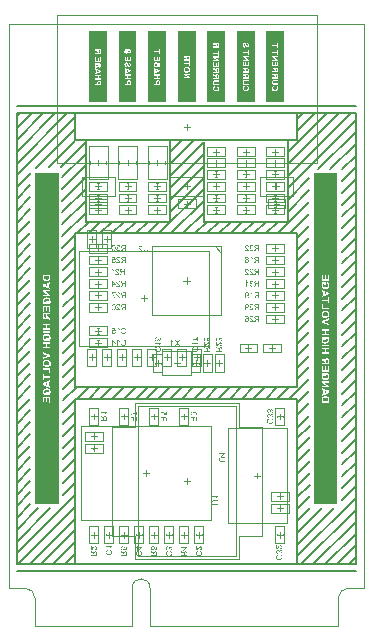
<source format=gbo>
G04*
G04 #@! TF.GenerationSoftware,Altium Limited,Altium Designer,24.7.2 (38)*
G04*
G04 Layer_Color=32896*
%FSLAX25Y25*%
%MOIN*%
G70*
G04*
G04 #@! TF.SameCoordinates,9FCA0B9A-1E75-4BBE-B044-08948AB4E25D*
G04*
G04*
G04 #@! TF.FilePolarity,Positive*
G04*
G01*
G75*
%ADD10C,0.00787*%
%ADD11C,0.00394*%
%ADD12C,0.00709*%
%ADD13C,0.00197*%
%ADD14C,0.00039*%
%ADD15C,0.00079*%
G36*
X65354Y27886D02*
X57480D01*
Y138122D01*
X65354D01*
Y27886D01*
D02*
G37*
G36*
X18110Y161811D02*
X12205D01*
Y185433D01*
X18110D01*
Y161811D01*
D02*
G37*
G36*
X47638D02*
X41732D01*
Y185433D01*
X47638D01*
Y161811D01*
D02*
G37*
G36*
X37795D02*
X31890D01*
Y185433D01*
X37795D01*
Y161811D01*
D02*
G37*
G36*
X-11417D02*
X-17323D01*
Y185433D01*
X-11417D01*
Y161811D01*
D02*
G37*
G36*
X-1575D02*
X-7480D01*
Y185433D01*
X-1575D01*
Y161811D01*
D02*
G37*
G36*
X8268D02*
X2362D01*
Y185433D01*
X8268D01*
Y161811D01*
D02*
G37*
G36*
X-27559Y27886D02*
X-35433D01*
Y138122D01*
X-27559D01*
Y27886D01*
D02*
G37*
G36*
X27953Y161811D02*
X22047D01*
Y185433D01*
X27953D01*
Y161811D01*
D02*
G37*
G36*
X18981Y82144D02*
X18742D01*
Y83130D01*
X18658Y83060D01*
X18567Y82993D01*
X18480Y82935D01*
X18396Y82880D01*
X18358Y82857D01*
X18323Y82836D01*
X18291Y82816D01*
X18265Y82801D01*
X18241Y82790D01*
X18227Y82781D01*
X18215Y82775D01*
X18212Y82772D01*
X18096Y82714D01*
X17980Y82662D01*
X17869Y82618D01*
X17820Y82600D01*
X17770Y82583D01*
X17726Y82566D01*
X17686Y82554D01*
X17651Y82542D01*
X17622Y82534D01*
X17595Y82525D01*
X17578Y82519D01*
X17566Y82516D01*
X17563D01*
X17444Y82487D01*
X17386Y82475D01*
X17334Y82467D01*
X17284Y82458D01*
X17235Y82449D01*
X17194Y82443D01*
X17153Y82437D01*
X17118Y82435D01*
X17086Y82432D01*
X17057Y82429D01*
X17034D01*
X17016Y82426D01*
X17005D01*
X16996D01*
X16993D01*
Y82679D01*
X17104Y82688D01*
X17206Y82702D01*
X17299Y82717D01*
X17342Y82726D01*
X17383Y82734D01*
X17418Y82740D01*
X17450Y82749D01*
X17479Y82755D01*
X17502Y82761D01*
X17520Y82766D01*
X17534Y82769D01*
X17543Y82772D01*
X17546D01*
X17680Y82816D01*
X17805Y82862D01*
X17866Y82886D01*
X17924Y82909D01*
X17977Y82935D01*
X18029Y82958D01*
X18076Y82979D01*
X18116Y82999D01*
X18151Y83017D01*
X18183Y83031D01*
X18210Y83046D01*
X18227Y83054D01*
X18239Y83060D01*
X18241Y83063D01*
X18303Y83098D01*
X18364Y83133D01*
X18419Y83168D01*
X18471Y83203D01*
X18518Y83235D01*
X18564Y83267D01*
X18605Y83299D01*
X18640Y83325D01*
X18675Y83351D01*
X18704Y83375D01*
X18728Y83398D01*
X18748Y83415D01*
X18765Y83427D01*
X18777Y83439D01*
X18783Y83444D01*
X18786Y83447D01*
X18981D01*
Y82144D01*
D02*
G37*
G36*
X19016Y81332D02*
X18966Y81303D01*
X18920Y81271D01*
X18873Y81233D01*
X18832Y81198D01*
X18797Y81163D01*
X18768Y81137D01*
X18759Y81125D01*
X18751Y81116D01*
X18748Y81113D01*
X18745Y81111D01*
X18696Y81050D01*
X18649Y80988D01*
X18608Y80930D01*
X18576Y80872D01*
X18547Y80822D01*
X18535Y80802D01*
X18527Y80785D01*
X18518Y80770D01*
X18515Y80759D01*
X18509Y80753D01*
Y80750D01*
X18271D01*
X18288Y80793D01*
X18308Y80837D01*
X18329Y80881D01*
X18349Y80921D01*
X18367Y80956D01*
X18381Y80985D01*
X18393Y81003D01*
X18396Y81006D01*
Y81009D01*
X18428Y81061D01*
X18460Y81108D01*
X18489Y81148D01*
X18515Y81180D01*
X18535Y81209D01*
X18553Y81227D01*
X18564Y81242D01*
X18567Y81244D01*
X16993D01*
Y81492D01*
X19016D01*
Y81332D01*
D02*
G37*
G36*
X17697Y80066D02*
X17651Y80054D01*
X17607Y80040D01*
X17566Y80025D01*
X17529Y80011D01*
X17494Y79993D01*
X17465Y79976D01*
X17436Y79955D01*
X17409Y79938D01*
X17386Y79923D01*
X17368Y79906D01*
X17351Y79891D01*
X17336Y79880D01*
X17328Y79868D01*
X17319Y79859D01*
X17316Y79856D01*
X17313Y79853D01*
X17290Y79824D01*
X17273Y79792D01*
X17241Y79728D01*
X17217Y79667D01*
X17203Y79606D01*
X17191Y79554D01*
X17188Y79533D01*
Y79513D01*
X17185Y79496D01*
Y79475D01*
X17188Y79408D01*
X17200Y79344D01*
X17214Y79286D01*
X17232Y79234D01*
X17249Y79193D01*
X17258Y79175D01*
X17264Y79161D01*
X17270Y79149D01*
X17275Y79141D01*
X17278Y79135D01*
Y79132D01*
X17319Y79076D01*
X17363Y79030D01*
X17412Y78989D01*
X17459Y78957D01*
X17500Y78931D01*
X17534Y78913D01*
X17549Y78908D01*
X17558Y78902D01*
X17563Y78899D01*
X17566D01*
X17642Y78876D01*
X17718Y78858D01*
X17793Y78844D01*
X17863Y78835D01*
X17895Y78832D01*
X17924Y78829D01*
X17951D01*
X17971Y78826D01*
X17988D01*
X18003D01*
X18012D01*
X18014D01*
X18090Y78829D01*
X18160Y78835D01*
X18224Y78847D01*
X18282Y78858D01*
X18332Y78867D01*
X18352Y78873D01*
X18370Y78879D01*
X18384Y78882D01*
X18393Y78884D01*
X18399Y78887D01*
X18402D01*
X18469Y78916D01*
X18530Y78948D01*
X18579Y78983D01*
X18623Y79021D01*
X18658Y79053D01*
X18681Y79079D01*
X18696Y79100D01*
X18701Y79103D01*
Y79106D01*
X18739Y79167D01*
X18768Y79234D01*
X18789Y79298D01*
X18800Y79359D01*
X18809Y79414D01*
X18812Y79437D01*
Y79458D01*
X18815Y79472D01*
Y79496D01*
X18812Y79568D01*
X18800Y79635D01*
X18783Y79690D01*
X18765Y79740D01*
X18745Y79778D01*
X18730Y79807D01*
X18719Y79824D01*
X18713Y79830D01*
X18669Y79877D01*
X18620Y79920D01*
X18567Y79955D01*
X18515Y79984D01*
X18469Y80008D01*
X18445Y80016D01*
X18428Y80022D01*
X18413Y80028D01*
X18402Y80034D01*
X18396Y80037D01*
X18393D01*
X18454Y80299D01*
X18506Y80281D01*
X18553Y80264D01*
X18597Y80240D01*
X18640Y80220D01*
X18678Y80197D01*
X18713Y80171D01*
X18748Y80147D01*
X18777Y80124D01*
X18800Y80101D01*
X18823Y80080D01*
X18844Y80060D01*
X18858Y80045D01*
X18873Y80031D01*
X18882Y80019D01*
X18885Y80014D01*
X18888Y80011D01*
X18914Y79970D01*
X18940Y79929D01*
X18960Y79888D01*
X18978Y79845D01*
X19004Y79757D01*
X19021Y79679D01*
X19030Y79641D01*
X19033Y79609D01*
X19036Y79577D01*
X19039Y79551D01*
X19042Y79530D01*
Y79501D01*
X19036Y79405D01*
X19021Y79312D01*
X19004Y79231D01*
X18992Y79193D01*
X18981Y79158D01*
X18969Y79126D01*
X18957Y79097D01*
X18949Y79074D01*
X18940Y79050D01*
X18931Y79036D01*
X18925Y79024D01*
X18923Y79015D01*
X18920Y79013D01*
X18870Y78934D01*
X18812Y78867D01*
X18754Y78809D01*
X18696Y78759D01*
X18643Y78721D01*
X18620Y78707D01*
X18599Y78695D01*
X18585Y78684D01*
X18573Y78678D01*
X18564Y78675D01*
X18562Y78672D01*
X18471Y78631D01*
X18378Y78602D01*
X18285Y78582D01*
X18201Y78567D01*
X18163Y78561D01*
X18125Y78558D01*
X18096Y78556D01*
X18067D01*
X18046Y78553D01*
X18029D01*
X18017D01*
X18014D01*
X17910Y78558D01*
X17808Y78570D01*
X17718Y78585D01*
X17674Y78596D01*
X17636Y78605D01*
X17601Y78614D01*
X17569Y78625D01*
X17540Y78634D01*
X17517Y78640D01*
X17500Y78649D01*
X17485Y78652D01*
X17476Y78657D01*
X17473D01*
X17386Y78701D01*
X17307Y78751D01*
X17241Y78803D01*
X17214Y78829D01*
X17188Y78852D01*
X17165Y78876D01*
X17144Y78899D01*
X17127Y78919D01*
X17115Y78937D01*
X17104Y78948D01*
X17095Y78960D01*
X17092Y78966D01*
X17089Y78969D01*
X17066Y79010D01*
X17045Y79050D01*
X17014Y79138D01*
X16990Y79225D01*
X16976Y79309D01*
X16970Y79350D01*
X16964Y79385D01*
X16961Y79417D01*
Y79443D01*
X16958Y79466D01*
Y79498D01*
X16961Y79557D01*
X16967Y79612D01*
X16973Y79664D01*
X16984Y79714D01*
X16999Y79760D01*
X17014Y79804D01*
X17028Y79845D01*
X17045Y79883D01*
X17060Y79915D01*
X17075Y79947D01*
X17089Y79970D01*
X17104Y79993D01*
X17115Y80008D01*
X17121Y80022D01*
X17127Y80028D01*
X17130Y80031D01*
X17165Y80072D01*
X17200Y80107D01*
X17241Y80139D01*
X17281Y80171D01*
X17363Y80223D01*
X17444Y80264D01*
X17482Y80281D01*
X17517Y80296D01*
X17549Y80307D01*
X17575Y80316D01*
X17598Y80325D01*
X17616Y80331D01*
X17627Y80334D01*
X17630D01*
X17697Y80066D01*
D02*
G37*
G36*
X5197Y83444D02*
X5247Y83439D01*
X5296Y83430D01*
X5340Y83421D01*
X5381Y83407D01*
X5421Y83392D01*
X5456Y83377D01*
X5488Y83360D01*
X5517Y83342D01*
X5544Y83328D01*
X5564Y83313D01*
X5584Y83299D01*
X5599Y83290D01*
X5608Y83281D01*
X5613Y83276D01*
X5616Y83273D01*
X5648Y83241D01*
X5677Y83206D01*
X5701Y83168D01*
X5721Y83133D01*
X5742Y83098D01*
X5756Y83063D01*
X5776Y82996D01*
X5785Y82967D01*
X5791Y82938D01*
X5794Y82915D01*
X5797Y82891D01*
X5800Y82874D01*
Y82851D01*
X5797Y82798D01*
X5788Y82749D01*
X5779Y82702D01*
X5768Y82662D01*
X5753Y82627D01*
X5744Y82600D01*
X5736Y82583D01*
X5733Y82580D01*
Y82577D01*
X5704Y82531D01*
X5672Y82490D01*
X5640Y82452D01*
X5605Y82423D01*
X5576Y82397D01*
X5552Y82376D01*
X5535Y82365D01*
X5532Y82362D01*
X5584D01*
X5637Y82365D01*
X5683Y82368D01*
X5730Y82373D01*
X5771Y82376D01*
X5808Y82382D01*
X5843Y82388D01*
X5875Y82397D01*
X5904Y82403D01*
X5928Y82408D01*
X5948Y82414D01*
X5966Y82417D01*
X5977Y82423D01*
X5986Y82426D01*
X5992Y82429D01*
X5995D01*
X6053Y82458D01*
X6105Y82487D01*
X6146Y82519D01*
X6181Y82548D01*
X6210Y82574D01*
X6230Y82595D01*
X6242Y82609D01*
X6245Y82615D01*
X6268Y82650D01*
X6283Y82685D01*
X6294Y82720D01*
X6303Y82755D01*
X6309Y82781D01*
X6312Y82804D01*
Y82825D01*
X6306Y82877D01*
X6294Y82926D01*
X6277Y82967D01*
X6260Y83005D01*
X6239Y83034D01*
X6222Y83054D01*
X6210Y83066D01*
X6204Y83072D01*
X6178Y83092D01*
X6146Y83113D01*
X6111Y83130D01*
X6076Y83142D01*
X6044Y83153D01*
X6018Y83162D01*
X6001Y83165D01*
X5998Y83168D01*
X5995D01*
X6015Y83415D01*
X6097Y83398D01*
X6169Y83372D01*
X6233Y83342D01*
X6286Y83311D01*
X6326Y83279D01*
X6344Y83267D01*
X6358Y83252D01*
X6367Y83244D01*
X6376Y83235D01*
X6379Y83232D01*
X6382Y83229D01*
X6405Y83200D01*
X6425Y83168D01*
X6460Y83104D01*
X6484Y83040D01*
X6498Y82979D01*
X6510Y82924D01*
X6513Y82900D01*
Y82880D01*
X6516Y82862D01*
Y82839D01*
X6513Y82781D01*
X6507Y82726D01*
X6495Y82673D01*
X6481Y82624D01*
X6460Y82580D01*
X6443Y82537D01*
X6419Y82499D01*
X6399Y82464D01*
X6379Y82435D01*
X6356Y82406D01*
X6338Y82382D01*
X6321Y82365D01*
X6303Y82350D01*
X6291Y82339D01*
X6286Y82333D01*
X6283Y82330D01*
X6230Y82292D01*
X6169Y82260D01*
X6105Y82231D01*
X6038Y82205D01*
X5968Y82184D01*
X5899Y82167D01*
X5826Y82152D01*
X5759Y82141D01*
X5692Y82132D01*
X5631Y82126D01*
X5576Y82120D01*
X5529Y82117D01*
X5488D01*
X5459Y82114D01*
X5448D01*
X5439D01*
X5436D01*
X5433D01*
X5340Y82117D01*
X5253Y82123D01*
X5171Y82132D01*
X5096Y82147D01*
X5029Y82161D01*
X4967Y82176D01*
X4912Y82193D01*
X4863Y82213D01*
X4822Y82231D01*
X4784Y82248D01*
X4755Y82263D01*
X4729Y82280D01*
X4708Y82292D01*
X4697Y82301D01*
X4688Y82307D01*
X4685Y82310D01*
X4644Y82347D01*
X4609Y82388D01*
X4580Y82429D01*
X4554Y82469D01*
X4531Y82513D01*
X4513Y82554D01*
X4499Y82595D01*
X4487Y82635D01*
X4479Y82670D01*
X4470Y82705D01*
X4464Y82734D01*
X4461Y82761D01*
Y82784D01*
X4458Y82798D01*
Y82813D01*
X4461Y82880D01*
X4473Y82941D01*
X4484Y82996D01*
X4502Y83046D01*
X4516Y83084D01*
X4531Y83113D01*
X4534Y83124D01*
X4540Y83133D01*
X4543Y83136D01*
Y83139D01*
X4578Y83188D01*
X4618Y83235D01*
X4659Y83273D01*
X4700Y83305D01*
X4738Y83331D01*
X4767Y83348D01*
X4778Y83354D01*
X4787Y83360D01*
X4790Y83363D01*
X4793D01*
X4854Y83392D01*
X4918Y83412D01*
X4976Y83427D01*
X5032Y83436D01*
X5078Y83444D01*
X5096D01*
X5113Y83447D01*
X5127D01*
X5136D01*
X5142D01*
X5145D01*
X5197Y83444D01*
D02*
G37*
G36*
X6516Y81332D02*
X6466Y81303D01*
X6419Y81271D01*
X6373Y81233D01*
X6332Y81198D01*
X6297Y81163D01*
X6268Y81137D01*
X6260Y81125D01*
X6251Y81116D01*
X6248Y81113D01*
X6245Y81111D01*
X6196Y81050D01*
X6149Y80988D01*
X6108Y80930D01*
X6076Y80872D01*
X6047Y80822D01*
X6035Y80802D01*
X6027Y80785D01*
X6018Y80770D01*
X6015Y80759D01*
X6009Y80753D01*
Y80750D01*
X5771D01*
X5788Y80793D01*
X5808Y80837D01*
X5829Y80881D01*
X5849Y80921D01*
X5867Y80956D01*
X5881Y80985D01*
X5893Y81003D01*
X5896Y81006D01*
Y81009D01*
X5928Y81061D01*
X5960Y81108D01*
X5989Y81148D01*
X6015Y81180D01*
X6035Y81209D01*
X6053Y81227D01*
X6064Y81242D01*
X6067Y81244D01*
X4493D01*
Y81492D01*
X6516D01*
Y81332D01*
D02*
G37*
G36*
X5197Y80066D02*
X5151Y80054D01*
X5107Y80040D01*
X5066Y80025D01*
X5029Y80011D01*
X4994Y79993D01*
X4964Y79976D01*
X4936Y79955D01*
X4909Y79938D01*
X4886Y79923D01*
X4868Y79906D01*
X4851Y79891D01*
X4837Y79880D01*
X4828Y79868D01*
X4819Y79859D01*
X4816Y79856D01*
X4813Y79853D01*
X4790Y79824D01*
X4772Y79792D01*
X4741Y79728D01*
X4717Y79667D01*
X4703Y79606D01*
X4691Y79554D01*
X4688Y79533D01*
Y79513D01*
X4685Y79496D01*
Y79475D01*
X4688Y79408D01*
X4700Y79344D01*
X4714Y79286D01*
X4732Y79234D01*
X4749Y79193D01*
X4758Y79175D01*
X4764Y79161D01*
X4770Y79149D01*
X4775Y79141D01*
X4778Y79135D01*
Y79132D01*
X4819Y79076D01*
X4863Y79030D01*
X4912Y78989D01*
X4959Y78957D01*
X5000Y78931D01*
X5034Y78913D01*
X5049Y78908D01*
X5058Y78902D01*
X5063Y78899D01*
X5066D01*
X5142Y78876D01*
X5218Y78858D01*
X5293Y78844D01*
X5363Y78835D01*
X5395Y78832D01*
X5424Y78829D01*
X5451D01*
X5471Y78826D01*
X5488D01*
X5503D01*
X5512D01*
X5514D01*
X5590Y78829D01*
X5660Y78835D01*
X5724Y78847D01*
X5782Y78858D01*
X5832Y78867D01*
X5852Y78873D01*
X5870Y78879D01*
X5884Y78882D01*
X5893Y78884D01*
X5899Y78887D01*
X5902D01*
X5968Y78916D01*
X6030Y78948D01*
X6079Y78983D01*
X6123Y79021D01*
X6158Y79053D01*
X6181Y79079D01*
X6196Y79100D01*
X6201Y79103D01*
Y79106D01*
X6239Y79167D01*
X6268Y79234D01*
X6289Y79298D01*
X6300Y79359D01*
X6309Y79414D01*
X6312Y79437D01*
Y79458D01*
X6315Y79472D01*
Y79496D01*
X6312Y79568D01*
X6300Y79635D01*
X6283Y79690D01*
X6265Y79740D01*
X6245Y79778D01*
X6230Y79807D01*
X6219Y79824D01*
X6213Y79830D01*
X6169Y79877D01*
X6120Y79920D01*
X6067Y79955D01*
X6015Y79984D01*
X5968Y80008D01*
X5945Y80016D01*
X5928Y80022D01*
X5913Y80028D01*
X5902Y80034D01*
X5896Y80037D01*
X5893D01*
X5954Y80299D01*
X6006Y80281D01*
X6053Y80264D01*
X6097Y80240D01*
X6140Y80220D01*
X6178Y80197D01*
X6213Y80171D01*
X6248Y80147D01*
X6277Y80124D01*
X6300Y80101D01*
X6323Y80080D01*
X6344Y80060D01*
X6358Y80045D01*
X6373Y80031D01*
X6382Y80019D01*
X6385Y80014D01*
X6387Y80011D01*
X6414Y79970D01*
X6440Y79929D01*
X6460Y79888D01*
X6478Y79845D01*
X6504Y79757D01*
X6521Y79679D01*
X6530Y79641D01*
X6533Y79609D01*
X6536Y79577D01*
X6539Y79551D01*
X6542Y79530D01*
Y79501D01*
X6536Y79405D01*
X6521Y79312D01*
X6504Y79231D01*
X6492Y79193D01*
X6481Y79158D01*
X6469Y79126D01*
X6457Y79097D01*
X6449Y79074D01*
X6440Y79050D01*
X6431Y79036D01*
X6425Y79024D01*
X6423Y79015D01*
X6419Y79013D01*
X6370Y78934D01*
X6312Y78867D01*
X6254Y78809D01*
X6196Y78759D01*
X6143Y78721D01*
X6120Y78707D01*
X6100Y78695D01*
X6085Y78684D01*
X6073Y78678D01*
X6064Y78675D01*
X6062Y78672D01*
X5971Y78631D01*
X5878Y78602D01*
X5785Y78582D01*
X5701Y78567D01*
X5663Y78561D01*
X5625Y78558D01*
X5596Y78556D01*
X5567D01*
X5547Y78553D01*
X5529D01*
X5517D01*
X5514D01*
X5410Y78558D01*
X5308Y78570D01*
X5218Y78585D01*
X5174Y78596D01*
X5136Y78605D01*
X5101Y78614D01*
X5069Y78625D01*
X5040Y78634D01*
X5017Y78640D01*
X5000Y78649D01*
X4985Y78652D01*
X4976Y78657D01*
X4973D01*
X4886Y78701D01*
X4807Y78751D01*
X4741Y78803D01*
X4714Y78829D01*
X4688Y78852D01*
X4665Y78876D01*
X4644Y78899D01*
X4627Y78919D01*
X4615Y78937D01*
X4604Y78948D01*
X4595Y78960D01*
X4592Y78966D01*
X4589Y78969D01*
X4566Y79010D01*
X4546Y79050D01*
X4513Y79138D01*
X4490Y79225D01*
X4476Y79309D01*
X4470Y79350D01*
X4464Y79385D01*
X4461Y79417D01*
Y79443D01*
X4458Y79466D01*
Y79498D01*
X4461Y79557D01*
X4467Y79612D01*
X4473Y79664D01*
X4484Y79714D01*
X4499Y79760D01*
X4513Y79804D01*
X4528Y79845D01*
X4546Y79883D01*
X4560Y79915D01*
X4575Y79947D01*
X4589Y79970D01*
X4604Y79993D01*
X4615Y80008D01*
X4621Y80022D01*
X4627Y80028D01*
X4630Y80031D01*
X4665Y80072D01*
X4700Y80107D01*
X4741Y80139D01*
X4781Y80171D01*
X4863Y80223D01*
X4944Y80264D01*
X4982Y80281D01*
X5017Y80296D01*
X5049Y80307D01*
X5075Y80316D01*
X5098Y80325D01*
X5116Y80331D01*
X5127Y80334D01*
X5130D01*
X5197Y80066D01*
D02*
G37*
G36*
X-7570Y98449D02*
X-7520Y98446D01*
X-7474Y98438D01*
X-7430Y98429D01*
X-7389Y98417D01*
X-7352Y98406D01*
X-7317Y98391D01*
X-7285Y98377D01*
X-7255Y98362D01*
X-7232Y98347D01*
X-7212Y98336D01*
X-7194Y98324D01*
X-7180Y98315D01*
X-7171Y98307D01*
X-7165Y98304D01*
X-7162Y98301D01*
X-7133Y98272D01*
X-7107Y98240D01*
X-7081Y98205D01*
X-7061Y98170D01*
X-7026Y98100D01*
X-7002Y98030D01*
X-6994Y97998D01*
X-6985Y97966D01*
X-6979Y97940D01*
X-6973Y97917D01*
X-6970Y97896D01*
Y97882D01*
X-6967Y97873D01*
Y97870D01*
X-7221Y97844D01*
X-7226Y97911D01*
X-7238Y97969D01*
X-7255Y98022D01*
X-7276Y98062D01*
X-7293Y98097D01*
X-7311Y98120D01*
X-7322Y98135D01*
X-7328Y98141D01*
X-7372Y98176D01*
X-7418Y98202D01*
X-7468Y98222D01*
X-7512Y98234D01*
X-7552Y98243D01*
X-7587Y98246D01*
X-7599Y98248D01*
X-7616D01*
X-7677Y98246D01*
X-7733Y98234D01*
X-7779Y98216D01*
X-7820Y98199D01*
X-7852Y98179D01*
X-7873Y98164D01*
X-7887Y98152D01*
X-7893Y98147D01*
X-7928Y98106D01*
X-7954Y98065D01*
X-7974Y98024D01*
X-7986Y97984D01*
X-7995Y97952D01*
X-7998Y97923D01*
X-8000Y97905D01*
Y97902D01*
Y97899D01*
X-7995Y97847D01*
X-7983Y97792D01*
X-7963Y97742D01*
X-7942Y97696D01*
X-7919Y97658D01*
X-7899Y97626D01*
X-7893Y97614D01*
X-7887Y97605D01*
X-7881Y97602D01*
Y97600D01*
X-7858Y97567D01*
X-7829Y97536D01*
X-7797Y97501D01*
X-7762Y97466D01*
X-7689Y97396D01*
X-7616Y97326D01*
X-7579Y97294D01*
X-7547Y97265D01*
X-7514Y97239D01*
X-7488Y97215D01*
X-7468Y97198D01*
X-7451Y97183D01*
X-7439Y97175D01*
X-7436Y97172D01*
X-7363Y97111D01*
X-7296Y97053D01*
X-7241Y97000D01*
X-7197Y96956D01*
X-7159Y96919D01*
X-7133Y96892D01*
X-7119Y96875D01*
X-7113Y96872D01*
Y96869D01*
X-7072Y96820D01*
X-7040Y96773D01*
X-7011Y96727D01*
X-6988Y96686D01*
X-6970Y96651D01*
X-6959Y96625D01*
X-6953Y96607D01*
X-6950Y96604D01*
Y96601D01*
X-6938Y96569D01*
X-6933Y96540D01*
X-6927Y96511D01*
X-6924Y96485D01*
X-6921Y96462D01*
Y96444D01*
Y96433D01*
Y96430D01*
X-8257D01*
Y96668D01*
X-7264D01*
X-7299Y96718D01*
X-7317Y96738D01*
X-7331Y96759D01*
X-7346Y96776D01*
X-7357Y96788D01*
X-7366Y96796D01*
X-7369Y96799D01*
X-7384Y96814D01*
X-7401Y96828D01*
X-7442Y96866D01*
X-7488Y96910D01*
X-7538Y96953D01*
X-7584Y96991D01*
X-7605Y97009D01*
X-7622Y97026D01*
X-7637Y97038D01*
X-7648Y97047D01*
X-7654Y97053D01*
X-7657Y97055D01*
X-7704Y97096D01*
X-7750Y97134D01*
X-7791Y97172D01*
X-7829Y97204D01*
X-7864Y97236D01*
X-7893Y97265D01*
X-7922Y97291D01*
X-7945Y97314D01*
X-7969Y97338D01*
X-7986Y97355D01*
X-8000Y97370D01*
X-8015Y97384D01*
X-8030Y97402D01*
X-8035Y97408D01*
X-8076Y97457D01*
X-8111Y97501D01*
X-8140Y97544D01*
X-8163Y97579D01*
X-8181Y97611D01*
X-8192Y97635D01*
X-8198Y97649D01*
X-8201Y97655D01*
X-8219Y97698D01*
X-8230Y97742D01*
X-8242Y97783D01*
X-8248Y97818D01*
X-8251Y97850D01*
X-8254Y97873D01*
Y97888D01*
Y97893D01*
X-8251Y97937D01*
X-8245Y97978D01*
X-8239Y98019D01*
X-8228Y98053D01*
X-8198Y98123D01*
X-8169Y98179D01*
X-8152Y98205D01*
X-8137Y98225D01*
X-8123Y98246D01*
X-8108Y98260D01*
X-8096Y98272D01*
X-8091Y98283D01*
X-8085Y98286D01*
X-8082Y98289D01*
X-8050Y98318D01*
X-8015Y98344D01*
X-7977Y98365D01*
X-7939Y98382D01*
X-7864Y98411D01*
X-7788Y98432D01*
X-7756Y98438D01*
X-7724Y98443D01*
X-7695Y98446D01*
X-7672Y98449D01*
X-7651Y98452D01*
X-7622D01*
X-7570Y98449D01*
D02*
G37*
G36*
X-5029Y96430D02*
X-5297D01*
Y97323D01*
X-5641D01*
X-5672Y97320D01*
X-5696D01*
X-5716Y97317D01*
X-5731Y97314D01*
X-5742D01*
X-5748Y97312D01*
X-5751D01*
X-5798Y97297D01*
X-5818Y97288D01*
X-5835Y97279D01*
X-5853Y97271D01*
X-5864Y97265D01*
X-5870Y97262D01*
X-5873Y97259D01*
X-5897Y97242D01*
X-5920Y97221D01*
X-5963Y97178D01*
X-5984Y97157D01*
X-5998Y97140D01*
X-6007Y97128D01*
X-6010Y97125D01*
X-6039Y97084D01*
X-6071Y97041D01*
X-6103Y96994D01*
X-6135Y96951D01*
X-6161Y96910D01*
X-6182Y96878D01*
X-6191Y96866D01*
X-6196Y96858D01*
X-6202Y96852D01*
Y96849D01*
X-6467Y96430D01*
X-6799D01*
X-6452Y96977D01*
X-6412Y97035D01*
X-6374Y97087D01*
X-6336Y97131D01*
X-6304Y97172D01*
X-6275Y97201D01*
X-6252Y97224D01*
X-6237Y97239D01*
X-6231Y97245D01*
X-6208Y97262D01*
X-6182Y97282D01*
X-6129Y97314D01*
X-6106Y97326D01*
X-6089Y97338D01*
X-6077Y97343D01*
X-6071Y97346D01*
X-6123Y97355D01*
X-6173Y97364D01*
X-6217Y97378D01*
X-6260Y97390D01*
X-6298Y97405D01*
X-6333Y97422D01*
X-6365Y97437D01*
X-6394Y97451D01*
X-6417Y97469D01*
X-6441Y97483D01*
X-6458Y97495D01*
X-6473Y97506D01*
X-6484Y97515D01*
X-6493Y97524D01*
X-6496Y97527D01*
X-6499Y97530D01*
X-6522Y97559D01*
X-6545Y97588D01*
X-6580Y97649D01*
X-6604Y97710D01*
X-6621Y97768D01*
X-6633Y97818D01*
X-6636Y97838D01*
Y97859D01*
X-6639Y97873D01*
Y97885D01*
Y97891D01*
Y97893D01*
X-6636Y97955D01*
X-6627Y98010D01*
X-6612Y98062D01*
X-6598Y98106D01*
X-6580Y98144D01*
X-6569Y98173D01*
X-6557Y98190D01*
X-6554Y98193D01*
Y98196D01*
X-6519Y98243D01*
X-6484Y98283D01*
X-6447Y98318D01*
X-6412Y98344D01*
X-6380Y98365D01*
X-6353Y98377D01*
X-6336Y98385D01*
X-6333Y98388D01*
X-6330D01*
X-6304Y98397D01*
X-6272Y98406D01*
X-6208Y98420D01*
X-6138Y98429D01*
X-6074Y98438D01*
X-6013Y98440D01*
X-5987D01*
X-5963Y98443D01*
X-5029D01*
Y96430D01*
D02*
G37*
G36*
X-8539Y98179D02*
X-9525D01*
X-9455Y98094D01*
X-9389Y98004D01*
X-9330Y97917D01*
X-9275Y97832D01*
X-9252Y97795D01*
X-9231Y97760D01*
X-9211Y97728D01*
X-9196Y97701D01*
X-9185Y97678D01*
X-9176Y97664D01*
X-9170Y97652D01*
X-9167Y97649D01*
X-9109Y97533D01*
X-9057Y97416D01*
X-9013Y97306D01*
X-8996Y97256D01*
X-8978Y97207D01*
X-8961Y97163D01*
X-8949Y97122D01*
X-8937Y97087D01*
X-8929Y97058D01*
X-8920Y97032D01*
X-8914Y97015D01*
X-8911Y97003D01*
Y97000D01*
X-8882Y96881D01*
X-8871Y96823D01*
X-8862Y96770D01*
X-8853Y96721D01*
X-8844Y96671D01*
X-8839Y96631D01*
X-8833Y96590D01*
X-8830Y96555D01*
X-8827Y96523D01*
X-8824Y96494D01*
Y96470D01*
X-8821Y96453D01*
Y96441D01*
Y96433D01*
Y96430D01*
X-9074D01*
X-9083Y96540D01*
X-9098Y96642D01*
X-9112Y96735D01*
X-9121Y96779D01*
X-9130Y96820D01*
X-9135Y96855D01*
X-9144Y96887D01*
X-9150Y96916D01*
X-9156Y96939D01*
X-9162Y96956D01*
X-9165Y96971D01*
X-9167Y96980D01*
Y96983D01*
X-9211Y97117D01*
X-9258Y97242D01*
X-9281Y97303D01*
X-9304Y97361D01*
X-9330Y97413D01*
X-9354Y97466D01*
X-9374Y97512D01*
X-9394Y97553D01*
X-9412Y97588D01*
X-9426Y97620D01*
X-9441Y97646D01*
X-9450Y97664D01*
X-9455Y97675D01*
X-9458Y97678D01*
X-9493Y97739D01*
X-9528Y97800D01*
X-9563Y97856D01*
X-9598Y97908D01*
X-9630Y97955D01*
X-9662Y98001D01*
X-9694Y98042D01*
X-9720Y98077D01*
X-9747Y98112D01*
X-9770Y98141D01*
X-9793Y98164D01*
X-9810Y98185D01*
X-9822Y98202D01*
X-9834Y98213D01*
X-9840Y98219D01*
X-9843Y98222D01*
Y98417D01*
X-8539D01*
Y98179D01*
D02*
G37*
G36*
X-7960Y106323D02*
X-7910Y106320D01*
X-7864Y106312D01*
X-7820Y106303D01*
X-7779Y106291D01*
X-7741Y106280D01*
X-7707Y106265D01*
X-7675Y106251D01*
X-7645Y106236D01*
X-7622Y106221D01*
X-7602Y106210D01*
X-7584Y106198D01*
X-7570Y106189D01*
X-7561Y106181D01*
X-7555Y106178D01*
X-7552Y106175D01*
X-7523Y106146D01*
X-7497Y106114D01*
X-7471Y106079D01*
X-7451Y106044D01*
X-7416Y105974D01*
X-7392Y105904D01*
X-7384Y105872D01*
X-7375Y105840D01*
X-7369Y105814D01*
X-7363Y105791D01*
X-7360Y105770D01*
Y105756D01*
X-7357Y105747D01*
Y105744D01*
X-7611Y105718D01*
X-7616Y105785D01*
X-7628Y105843D01*
X-7645Y105895D01*
X-7666Y105936D01*
X-7683Y105971D01*
X-7701Y105994D01*
X-7712Y106009D01*
X-7718Y106015D01*
X-7762Y106050D01*
X-7808Y106076D01*
X-7858Y106096D01*
X-7902Y106108D01*
X-7942Y106117D01*
X-7977Y106120D01*
X-7989Y106123D01*
X-8006D01*
X-8067Y106120D01*
X-8123Y106108D01*
X-8169Y106090D01*
X-8210Y106073D01*
X-8242Y106053D01*
X-8262Y106038D01*
X-8277Y106026D01*
X-8283Y106021D01*
X-8318Y105980D01*
X-8344Y105939D01*
X-8364Y105898D01*
X-8376Y105858D01*
X-8385Y105826D01*
X-8388Y105797D01*
X-8390Y105779D01*
Y105776D01*
Y105773D01*
X-8385Y105721D01*
X-8373Y105666D01*
X-8353Y105616D01*
X-8332Y105570D01*
X-8309Y105532D01*
X-8289Y105500D01*
X-8283Y105488D01*
X-8277Y105479D01*
X-8271Y105476D01*
Y105474D01*
X-8248Y105442D01*
X-8219Y105410D01*
X-8187Y105375D01*
X-8152Y105340D01*
X-8079Y105270D01*
X-8006Y105200D01*
X-7969Y105168D01*
X-7937Y105139D01*
X-7904Y105113D01*
X-7878Y105089D01*
X-7858Y105072D01*
X-7840Y105057D01*
X-7829Y105049D01*
X-7826Y105046D01*
X-7753Y104985D01*
X-7686Y104927D01*
X-7631Y104874D01*
X-7587Y104830D01*
X-7549Y104793D01*
X-7523Y104766D01*
X-7509Y104749D01*
X-7503Y104746D01*
Y104743D01*
X-7462Y104694D01*
X-7430Y104647D01*
X-7401Y104601D01*
X-7378Y104560D01*
X-7360Y104525D01*
X-7349Y104499D01*
X-7343Y104481D01*
X-7340Y104478D01*
Y104475D01*
X-7328Y104443D01*
X-7322Y104414D01*
X-7317Y104385D01*
X-7314Y104359D01*
X-7311Y104336D01*
Y104318D01*
Y104307D01*
Y104304D01*
X-8647D01*
Y104542D01*
X-7654D01*
X-7689Y104592D01*
X-7707Y104612D01*
X-7721Y104633D01*
X-7736Y104650D01*
X-7747Y104662D01*
X-7756Y104670D01*
X-7759Y104673D01*
X-7773Y104688D01*
X-7791Y104702D01*
X-7832Y104740D01*
X-7878Y104784D01*
X-7928Y104827D01*
X-7974Y104865D01*
X-7995Y104883D01*
X-8012Y104900D01*
X-8027Y104912D01*
X-8038Y104921D01*
X-8044Y104927D01*
X-8047Y104929D01*
X-8094Y104970D01*
X-8140Y105008D01*
X-8181Y105046D01*
X-8219Y105078D01*
X-8254Y105110D01*
X-8283Y105139D01*
X-8312Y105165D01*
X-8335Y105188D01*
X-8358Y105212D01*
X-8376Y105229D01*
X-8390Y105244D01*
X-8405Y105258D01*
X-8420Y105276D01*
X-8425Y105281D01*
X-8466Y105331D01*
X-8501Y105375D01*
X-8530Y105418D01*
X-8553Y105453D01*
X-8571Y105485D01*
X-8583Y105508D01*
X-8588Y105523D01*
X-8591Y105529D01*
X-8609Y105572D01*
X-8620Y105616D01*
X-8632Y105657D01*
X-8638Y105692D01*
X-8641Y105724D01*
X-8644Y105747D01*
Y105762D01*
Y105768D01*
X-8641Y105811D01*
X-8635Y105852D01*
X-8629Y105893D01*
X-8617Y105928D01*
X-8588Y105997D01*
X-8559Y106053D01*
X-8542Y106079D01*
X-8527Y106099D01*
X-8513Y106120D01*
X-8498Y106134D01*
X-8486Y106146D01*
X-8481Y106157D01*
X-8475Y106160D01*
X-8472Y106163D01*
X-8440Y106192D01*
X-8405Y106219D01*
X-8367Y106239D01*
X-8329Y106256D01*
X-8254Y106285D01*
X-8178Y106306D01*
X-8146Y106312D01*
X-8114Y106317D01*
X-8085Y106320D01*
X-8062Y106323D01*
X-8041Y106326D01*
X-8012D01*
X-7960Y106323D01*
D02*
G37*
G36*
X-9653Y106277D02*
X-9621Y106230D01*
X-9584Y106184D01*
X-9549Y106143D01*
X-9514Y106108D01*
X-9488Y106079D01*
X-9476Y106070D01*
X-9467Y106061D01*
X-9464Y106059D01*
X-9461Y106056D01*
X-9400Y106006D01*
X-9339Y105959D01*
X-9281Y105919D01*
X-9223Y105887D01*
X-9173Y105858D01*
X-9153Y105846D01*
X-9135Y105837D01*
X-9121Y105829D01*
X-9109Y105826D01*
X-9103Y105820D01*
X-9100D01*
Y105581D01*
X-9144Y105599D01*
X-9188Y105619D01*
X-9231Y105639D01*
X-9272Y105660D01*
X-9307Y105677D01*
X-9336Y105692D01*
X-9354Y105703D01*
X-9357Y105706D01*
X-9359D01*
X-9412Y105738D01*
X-9458Y105770D01*
X-9499Y105799D01*
X-9531Y105826D01*
X-9560Y105846D01*
X-9578Y105863D01*
X-9592Y105875D01*
X-9595Y105878D01*
Y104304D01*
X-9843D01*
Y106326D01*
X-9683D01*
X-9653Y106277D01*
D02*
G37*
G36*
X-5419Y104304D02*
X-5687D01*
Y105197D01*
X-6030D01*
X-6062Y105194D01*
X-6086D01*
X-6106Y105191D01*
X-6121Y105188D01*
X-6132D01*
X-6138Y105185D01*
X-6141D01*
X-6188Y105171D01*
X-6208Y105162D01*
X-6225Y105154D01*
X-6243Y105145D01*
X-6255Y105139D01*
X-6260Y105136D01*
X-6263Y105133D01*
X-6286Y105116D01*
X-6310Y105095D01*
X-6353Y105052D01*
X-6374Y105031D01*
X-6388Y105014D01*
X-6397Y105002D01*
X-6400Y104999D01*
X-6429Y104958D01*
X-6461Y104915D01*
X-6493Y104868D01*
X-6525Y104825D01*
X-6551Y104784D01*
X-6572Y104752D01*
X-6580Y104740D01*
X-6586Y104732D01*
X-6592Y104726D01*
Y104723D01*
X-6857Y104304D01*
X-7189D01*
X-6842Y104851D01*
X-6802Y104909D01*
X-6764Y104961D01*
X-6726Y105005D01*
X-6694Y105046D01*
X-6665Y105075D01*
X-6641Y105098D01*
X-6627Y105113D01*
X-6621Y105119D01*
X-6598Y105136D01*
X-6572Y105156D01*
X-6519Y105188D01*
X-6496Y105200D01*
X-6479Y105212D01*
X-6467Y105218D01*
X-6461Y105220D01*
X-6514Y105229D01*
X-6563Y105238D01*
X-6607Y105252D01*
X-6650Y105264D01*
X-6688Y105279D01*
X-6723Y105296D01*
X-6755Y105311D01*
X-6784Y105325D01*
X-6807Y105343D01*
X-6831Y105357D01*
X-6848Y105369D01*
X-6863Y105380D01*
X-6874Y105389D01*
X-6883Y105398D01*
X-6886Y105401D01*
X-6889Y105404D01*
X-6912Y105433D01*
X-6935Y105462D01*
X-6970Y105523D01*
X-6994Y105584D01*
X-7011Y105642D01*
X-7023Y105692D01*
X-7026Y105712D01*
Y105733D01*
X-7028Y105747D01*
Y105759D01*
Y105765D01*
Y105768D01*
X-7026Y105829D01*
X-7017Y105884D01*
X-7002Y105936D01*
X-6988Y105980D01*
X-6970Y106018D01*
X-6959Y106047D01*
X-6947Y106064D01*
X-6944Y106067D01*
Y106070D01*
X-6909Y106117D01*
X-6874Y106157D01*
X-6837Y106192D01*
X-6802Y106219D01*
X-6770Y106239D01*
X-6743Y106251D01*
X-6726Y106259D01*
X-6723Y106262D01*
X-6720D01*
X-6694Y106271D01*
X-6662Y106280D01*
X-6598Y106294D01*
X-6528Y106303D01*
X-6464Y106312D01*
X-6403Y106315D01*
X-6377D01*
X-6353Y106317D01*
X-5419D01*
Y104304D01*
D02*
G37*
G36*
X36830Y106323D02*
X36879Y106320D01*
X36926Y106312D01*
X36969Y106303D01*
X37010Y106291D01*
X37048Y106280D01*
X37083Y106265D01*
X37115Y106251D01*
X37144Y106236D01*
X37167Y106221D01*
X37188Y106210D01*
X37205Y106198D01*
X37220Y106189D01*
X37228Y106181D01*
X37234Y106178D01*
X37237Y106175D01*
X37266Y106146D01*
X37292Y106114D01*
X37319Y106079D01*
X37339Y106044D01*
X37374Y105974D01*
X37397Y105904D01*
X37406Y105872D01*
X37415Y105840D01*
X37420Y105814D01*
X37426Y105791D01*
X37429Y105770D01*
Y105756D01*
X37432Y105747D01*
Y105744D01*
X37179Y105718D01*
X37173Y105785D01*
X37161Y105843D01*
X37144Y105895D01*
X37124Y105936D01*
X37106Y105971D01*
X37089Y105994D01*
X37077Y106009D01*
X37071Y106015D01*
X37027Y106050D01*
X36981Y106076D01*
X36931Y106096D01*
X36888Y106108D01*
X36847Y106117D01*
X36812Y106120D01*
X36801Y106123D01*
X36783D01*
X36722Y106120D01*
X36667Y106108D01*
X36620Y106090D01*
X36579Y106073D01*
X36547Y106053D01*
X36527Y106038D01*
X36513Y106026D01*
X36507Y106021D01*
X36472Y105980D01*
X36446Y105939D01*
X36425Y105898D01*
X36413Y105858D01*
X36405Y105826D01*
X36402Y105797D01*
X36399Y105779D01*
Y105776D01*
Y105773D01*
X36405Y105721D01*
X36416Y105666D01*
X36437Y105616D01*
X36457Y105570D01*
X36481Y105532D01*
X36501Y105500D01*
X36507Y105488D01*
X36513Y105479D01*
X36518Y105476D01*
Y105474D01*
X36542Y105442D01*
X36571Y105410D01*
X36603Y105375D01*
X36638Y105340D01*
X36710Y105270D01*
X36783Y105200D01*
X36821Y105168D01*
X36853Y105139D01*
X36885Y105113D01*
X36911Y105089D01*
X36931Y105072D01*
X36949Y105057D01*
X36961Y105049D01*
X36963Y105046D01*
X37036Y104985D01*
X37103Y104927D01*
X37159Y104874D01*
X37202Y104830D01*
X37240Y104793D01*
X37266Y104766D01*
X37281Y104749D01*
X37286Y104746D01*
Y104743D01*
X37327Y104694D01*
X37359Y104647D01*
X37388Y104601D01*
X37412Y104560D01*
X37429Y104525D01*
X37441Y104499D01*
X37447Y104481D01*
X37449Y104478D01*
Y104475D01*
X37461Y104443D01*
X37467Y104414D01*
X37473Y104385D01*
X37476Y104359D01*
X37479Y104336D01*
Y104318D01*
Y104307D01*
Y104304D01*
X36143D01*
Y104542D01*
X37135D01*
X37100Y104592D01*
X37083Y104612D01*
X37068Y104633D01*
X37054Y104650D01*
X37042Y104662D01*
X37033Y104670D01*
X37030Y104673D01*
X37016Y104688D01*
X36998Y104702D01*
X36958Y104740D01*
X36911Y104784D01*
X36862Y104827D01*
X36815Y104865D01*
X36795Y104883D01*
X36777Y104900D01*
X36763Y104912D01*
X36751Y104921D01*
X36745Y104927D01*
X36742Y104929D01*
X36696Y104970D01*
X36649Y105008D01*
X36608Y105046D01*
X36571Y105078D01*
X36536Y105110D01*
X36507Y105139D01*
X36478Y105165D01*
X36454Y105188D01*
X36431Y105212D01*
X36413Y105229D01*
X36399Y105244D01*
X36384Y105258D01*
X36370Y105276D01*
X36364Y105281D01*
X36323Y105331D01*
X36288Y105375D01*
X36259Y105418D01*
X36236Y105453D01*
X36219Y105485D01*
X36207Y105508D01*
X36201Y105523D01*
X36198Y105529D01*
X36181Y105572D01*
X36169Y105616D01*
X36157Y105657D01*
X36152Y105692D01*
X36149Y105724D01*
X36146Y105747D01*
Y105762D01*
Y105768D01*
X36149Y105811D01*
X36154Y105852D01*
X36160Y105893D01*
X36172Y105928D01*
X36201Y105997D01*
X36230Y106053D01*
X36248Y106079D01*
X36262Y106099D01*
X36277Y106120D01*
X36291Y106134D01*
X36303Y106146D01*
X36309Y106157D01*
X36315Y106160D01*
X36318Y106163D01*
X36349Y106192D01*
X36384Y106219D01*
X36422Y106239D01*
X36460Y106256D01*
X36536Y106285D01*
X36611Y106306D01*
X36643Y106312D01*
X36675Y106317D01*
X36704Y106320D01*
X36728Y106323D01*
X36748Y106326D01*
X36777D01*
X36830Y106323D01*
D02*
G37*
G36*
X35264D02*
X35313Y106320D01*
X35360Y106312D01*
X35404Y106303D01*
X35445Y106291D01*
X35482Y106280D01*
X35517Y106265D01*
X35549Y106251D01*
X35578Y106236D01*
X35602Y106221D01*
X35622Y106210D01*
X35640Y106198D01*
X35654Y106189D01*
X35663Y106181D01*
X35669Y106178D01*
X35671Y106175D01*
X35701Y106146D01*
X35727Y106114D01*
X35753Y106079D01*
X35773Y106044D01*
X35808Y105974D01*
X35831Y105904D01*
X35840Y105872D01*
X35849Y105840D01*
X35855Y105814D01*
X35861Y105791D01*
X35864Y105770D01*
Y105756D01*
X35866Y105747D01*
Y105744D01*
X35613Y105718D01*
X35607Y105785D01*
X35596Y105843D01*
X35578Y105895D01*
X35558Y105936D01*
X35541Y105971D01*
X35523Y105994D01*
X35511Y106009D01*
X35506Y106015D01*
X35462Y106050D01*
X35415Y106076D01*
X35366Y106096D01*
X35322Y106108D01*
X35282Y106117D01*
X35247Y106120D01*
X35235Y106123D01*
X35217D01*
X35156Y106120D01*
X35101Y106108D01*
X35055Y106090D01*
X35014Y106073D01*
X34982Y106053D01*
X34961Y106038D01*
X34947Y106026D01*
X34941Y106021D01*
X34906Y105980D01*
X34880Y105939D01*
X34860Y105898D01*
X34848Y105858D01*
X34839Y105826D01*
X34836Y105797D01*
X34833Y105779D01*
Y105776D01*
Y105773D01*
X34839Y105721D01*
X34851Y105666D01*
X34871Y105616D01*
X34892Y105570D01*
X34915Y105532D01*
X34935Y105500D01*
X34941Y105488D01*
X34947Y105479D01*
X34953Y105476D01*
Y105474D01*
X34976Y105442D01*
X35005Y105410D01*
X35037Y105375D01*
X35072Y105340D01*
X35145Y105270D01*
X35217Y105200D01*
X35255Y105168D01*
X35287Y105139D01*
X35319Y105113D01*
X35346Y105089D01*
X35366Y105072D01*
X35383Y105057D01*
X35395Y105049D01*
X35398Y105046D01*
X35471Y104985D01*
X35538Y104927D01*
X35593Y104874D01*
X35636Y104830D01*
X35674Y104793D01*
X35701Y104766D01*
X35715Y104749D01*
X35721Y104746D01*
Y104743D01*
X35762Y104694D01*
X35794Y104647D01*
X35823Y104601D01*
X35846Y104560D01*
X35864Y104525D01*
X35875Y104499D01*
X35881Y104481D01*
X35884Y104478D01*
Y104475D01*
X35895Y104443D01*
X35901Y104414D01*
X35907Y104385D01*
X35910Y104359D01*
X35913Y104336D01*
Y104318D01*
Y104307D01*
Y104304D01*
X34577D01*
Y104542D01*
X35570D01*
X35535Y104592D01*
X35517Y104612D01*
X35503Y104633D01*
X35488Y104650D01*
X35476Y104662D01*
X35468Y104670D01*
X35465Y104673D01*
X35450Y104688D01*
X35433Y104702D01*
X35392Y104740D01*
X35346Y104784D01*
X35296Y104827D01*
X35250Y104865D01*
X35229Y104883D01*
X35212Y104900D01*
X35197Y104912D01*
X35186Y104921D01*
X35180Y104927D01*
X35177Y104929D01*
X35130Y104970D01*
X35084Y105008D01*
X35043Y105046D01*
X35005Y105078D01*
X34970Y105110D01*
X34941Y105139D01*
X34912Y105165D01*
X34889Y105188D01*
X34865Y105212D01*
X34848Y105229D01*
X34833Y105244D01*
X34819Y105258D01*
X34804Y105276D01*
X34798Y105281D01*
X34758Y105331D01*
X34723Y105375D01*
X34694Y105418D01*
X34670Y105453D01*
X34653Y105485D01*
X34641Y105508D01*
X34635Y105523D01*
X34633Y105529D01*
X34615Y105572D01*
X34604Y105616D01*
X34592Y105657D01*
X34586Y105692D01*
X34583Y105724D01*
X34580Y105747D01*
Y105762D01*
Y105768D01*
X34583Y105811D01*
X34589Y105852D01*
X34595Y105893D01*
X34606Y105928D01*
X34635Y105997D01*
X34665Y106053D01*
X34682Y106079D01*
X34697Y106099D01*
X34711Y106120D01*
X34726Y106134D01*
X34737Y106146D01*
X34743Y106157D01*
X34749Y106160D01*
X34752Y106163D01*
X34784Y106192D01*
X34819Y106219D01*
X34857Y106239D01*
X34894Y106256D01*
X34970Y106285D01*
X35046Y106306D01*
X35078Y106312D01*
X35110Y106317D01*
X35139Y106320D01*
X35162Y106323D01*
X35183Y106326D01*
X35212D01*
X35264Y106323D01*
D02*
G37*
G36*
X39370Y104304D02*
X39102D01*
Y105197D01*
X38759D01*
X38727Y105194D01*
X38704D01*
X38683Y105191D01*
X38669Y105188D01*
X38657D01*
X38651Y105185D01*
X38648D01*
X38602Y105171D01*
X38581Y105162D01*
X38564Y105154D01*
X38547Y105145D01*
X38535Y105139D01*
X38529Y105136D01*
X38526Y105133D01*
X38503Y105116D01*
X38480Y105095D01*
X38436Y105052D01*
X38416Y105031D01*
X38401Y105014D01*
X38392Y105002D01*
X38389Y104999D01*
X38360Y104958D01*
X38328Y104915D01*
X38296Y104868D01*
X38264Y104825D01*
X38238Y104784D01*
X38218Y104752D01*
X38209Y104740D01*
X38203Y104732D01*
X38197Y104726D01*
Y104723D01*
X37933Y104304D01*
X37601D01*
X37947Y104851D01*
X37988Y104909D01*
X38026Y104961D01*
X38063Y105005D01*
X38096Y105046D01*
X38125Y105075D01*
X38148Y105098D01*
X38162Y105113D01*
X38168Y105119D01*
X38192Y105136D01*
X38218Y105156D01*
X38270Y105188D01*
X38293Y105200D01*
X38311Y105212D01*
X38322Y105218D01*
X38328Y105220D01*
X38276Y105229D01*
X38226Y105238D01*
X38183Y105252D01*
X38139Y105264D01*
X38101Y105279D01*
X38066Y105296D01*
X38034Y105311D01*
X38005Y105325D01*
X37982Y105343D01*
X37959Y105357D01*
X37941Y105369D01*
X37927Y105380D01*
X37915Y105389D01*
X37906Y105398D01*
X37903Y105401D01*
X37901Y105404D01*
X37877Y105433D01*
X37854Y105462D01*
X37819Y105523D01*
X37796Y105584D01*
X37778Y105642D01*
X37767Y105692D01*
X37764Y105712D01*
Y105733D01*
X37761Y105747D01*
Y105759D01*
Y105765D01*
Y105768D01*
X37764Y105829D01*
X37773Y105884D01*
X37787Y105936D01*
X37802Y105980D01*
X37819Y106018D01*
X37831Y106047D01*
X37842Y106064D01*
X37845Y106067D01*
Y106070D01*
X37880Y106117D01*
X37915Y106157D01*
X37953Y106192D01*
X37988Y106219D01*
X38020Y106239D01*
X38046Y106251D01*
X38063Y106259D01*
X38066Y106262D01*
X38069D01*
X38096Y106271D01*
X38127Y106280D01*
X38192Y106294D01*
X38261Y106303D01*
X38325Y106312D01*
X38386Y106315D01*
X38413D01*
X38436Y106317D01*
X39370D01*
Y104304D01*
D02*
G37*
G36*
X36897Y114212D02*
X36975Y114197D01*
X37042Y114174D01*
X37100Y114151D01*
X37126Y114136D01*
X37147Y114125D01*
X37167Y114113D01*
X37182Y114101D01*
X37193Y114093D01*
X37202Y114087D01*
X37208Y114084D01*
X37211Y114081D01*
X37266Y114026D01*
X37310Y113964D01*
X37345Y113900D01*
X37374Y113837D01*
X37391Y113781D01*
X37400Y113758D01*
X37406Y113737D01*
X37409Y113720D01*
X37412Y113708D01*
X37415Y113700D01*
Y113697D01*
X37167Y113653D01*
X37156Y113717D01*
X37138Y113772D01*
X37118Y113819D01*
X37097Y113857D01*
X37077Y113886D01*
X37060Y113906D01*
X37048Y113921D01*
X37045Y113924D01*
X37007Y113953D01*
X36966Y113976D01*
X36929Y113991D01*
X36891Y114002D01*
X36856Y114008D01*
X36830Y114014D01*
X36806D01*
X36754Y114011D01*
X36707Y113999D01*
X36667Y113985D01*
X36632Y113970D01*
X36606Y113953D01*
X36585Y113938D01*
X36571Y113927D01*
X36568Y113924D01*
X36536Y113889D01*
X36513Y113851D01*
X36498Y113813D01*
X36486Y113778D01*
X36481Y113746D01*
X36475Y113723D01*
Y113706D01*
Y113703D01*
Y113700D01*
Y113668D01*
X36481Y113639D01*
X36495Y113589D01*
X36515Y113546D01*
X36539Y113508D01*
X36562Y113481D01*
X36582Y113461D01*
X36597Y113449D01*
X36600Y113446D01*
X36603D01*
X36652Y113420D01*
X36699Y113400D01*
X36748Y113385D01*
X36792Y113377D01*
X36830Y113371D01*
X36862Y113365D01*
X36900D01*
X36911Y113368D01*
X36926D01*
X36955Y113150D01*
X36917Y113158D01*
X36882Y113164D01*
X36853Y113170D01*
X36827Y113173D01*
X36806Y113176D01*
X36780D01*
X36719Y113170D01*
X36664Y113158D01*
X36614Y113141D01*
X36574Y113121D01*
X36542Y113100D01*
X36518Y113083D01*
X36504Y113071D01*
X36498Y113065D01*
X36460Y113022D01*
X36431Y112975D01*
X36411Y112928D01*
X36399Y112882D01*
X36390Y112844D01*
X36387Y112812D01*
X36384Y112801D01*
Y112792D01*
Y112786D01*
Y112783D01*
X36390Y112719D01*
X36405Y112661D01*
X36422Y112611D01*
X36446Y112568D01*
X36469Y112533D01*
X36486Y112507D01*
X36501Y112489D01*
X36507Y112483D01*
X36553Y112443D01*
X36603Y112414D01*
X36652Y112393D01*
X36699Y112379D01*
X36739Y112370D01*
X36771Y112367D01*
X36783Y112364D01*
X36801D01*
X36853Y112367D01*
X36902Y112379D01*
X36946Y112393D01*
X36981Y112411D01*
X37010Y112425D01*
X37033Y112440D01*
X37045Y112451D01*
X37051Y112454D01*
X37086Y112495D01*
X37115Y112541D01*
X37141Y112591D01*
X37161Y112643D01*
X37176Y112687D01*
X37182Y112707D01*
X37185Y112725D01*
X37188Y112739D01*
X37190Y112751D01*
X37193Y112757D01*
Y112760D01*
X37441Y112728D01*
X37435Y112681D01*
X37426Y112637D01*
X37400Y112556D01*
X37368Y112486D01*
X37350Y112457D01*
X37333Y112428D01*
X37316Y112402D01*
X37298Y112381D01*
X37284Y112361D01*
X37269Y112346D01*
X37260Y112335D01*
X37252Y112326D01*
X37246Y112320D01*
X37243Y112317D01*
X37208Y112291D01*
X37173Y112265D01*
X37138Y112245D01*
X37100Y112227D01*
X37027Y112198D01*
X36958Y112181D01*
X36926Y112175D01*
X36897Y112169D01*
X36870Y112166D01*
X36847Y112163D01*
X36830Y112160D01*
X36803D01*
X36748Y112163D01*
X36699Y112169D01*
X36649Y112178D01*
X36603Y112189D01*
X36559Y112204D01*
X36521Y112218D01*
X36483Y112236D01*
X36451Y112253D01*
X36419Y112268D01*
X36393Y112285D01*
X36370Y112300D01*
X36352Y112314D01*
X36338Y112326D01*
X36326Y112335D01*
X36320Y112341D01*
X36318Y112344D01*
X36283Y112379D01*
X36253Y112416D01*
X36227Y112454D01*
X36204Y112492D01*
X36187Y112527D01*
X36169Y112565D01*
X36146Y112635D01*
X36140Y112667D01*
X36134Y112696D01*
X36128Y112722D01*
X36125Y112745D01*
X36123Y112763D01*
Y112777D01*
Y112786D01*
Y112789D01*
X36125Y112859D01*
X36137Y112923D01*
X36154Y112978D01*
X36172Y113025D01*
X36189Y113062D01*
X36207Y113092D01*
X36219Y113109D01*
X36222Y113115D01*
X36262Y113158D01*
X36306Y113196D01*
X36352Y113225D01*
X36399Y113249D01*
X36440Y113266D01*
X36472Y113278D01*
X36483Y113281D01*
X36492Y113284D01*
X36498Y113286D01*
X36501D01*
X36451Y113313D01*
X36411Y113339D01*
X36376Y113368D01*
X36347Y113394D01*
X36323Y113417D01*
X36306Y113438D01*
X36297Y113449D01*
X36294Y113455D01*
X36271Y113496D01*
X36253Y113537D01*
X36239Y113577D01*
X36230Y113615D01*
X36224Y113647D01*
X36222Y113671D01*
Y113688D01*
Y113694D01*
X36224Y113743D01*
X36233Y113793D01*
X36245Y113837D01*
X36259Y113874D01*
X36274Y113906D01*
X36285Y113933D01*
X36294Y113947D01*
X36297Y113953D01*
X36326Y113997D01*
X36361Y114034D01*
X36396Y114066D01*
X36431Y114095D01*
X36460Y114116D01*
X36486Y114133D01*
X36504Y114142D01*
X36507Y114145D01*
X36510D01*
X36562Y114168D01*
X36614Y114186D01*
X36667Y114200D01*
X36713Y114209D01*
X36751Y114215D01*
X36783Y114218D01*
X36856D01*
X36897Y114212D01*
D02*
G37*
G36*
X35264Y114215D02*
X35313Y114212D01*
X35360Y114203D01*
X35404Y114194D01*
X35445Y114183D01*
X35482Y114171D01*
X35517Y114157D01*
X35549Y114142D01*
X35578Y114128D01*
X35602Y114113D01*
X35622Y114101D01*
X35640Y114090D01*
X35654Y114081D01*
X35663Y114072D01*
X35669Y114069D01*
X35671Y114066D01*
X35701Y114037D01*
X35727Y114005D01*
X35753Y113970D01*
X35773Y113935D01*
X35808Y113866D01*
X35831Y113796D01*
X35840Y113764D01*
X35849Y113732D01*
X35855Y113706D01*
X35861Y113682D01*
X35864Y113662D01*
Y113647D01*
X35866Y113639D01*
Y113636D01*
X35613Y113610D01*
X35607Y113676D01*
X35596Y113735D01*
X35578Y113787D01*
X35558Y113828D01*
X35541Y113863D01*
X35523Y113886D01*
X35511Y113900D01*
X35506Y113906D01*
X35462Y113941D01*
X35415Y113967D01*
X35366Y113988D01*
X35322Y113999D01*
X35282Y114008D01*
X35247Y114011D01*
X35235Y114014D01*
X35217D01*
X35156Y114011D01*
X35101Y113999D01*
X35055Y113982D01*
X35014Y113964D01*
X34982Y113944D01*
X34961Y113930D01*
X34947Y113918D01*
X34941Y113912D01*
X34906Y113871D01*
X34880Y113831D01*
X34860Y113790D01*
X34848Y113749D01*
X34839Y113717D01*
X34836Y113688D01*
X34833Y113671D01*
Y113668D01*
Y113665D01*
X34839Y113612D01*
X34851Y113557D01*
X34871Y113508D01*
X34892Y113461D01*
X34915Y113423D01*
X34935Y113391D01*
X34941Y113380D01*
X34947Y113371D01*
X34953Y113368D01*
Y113365D01*
X34976Y113333D01*
X35005Y113301D01*
X35037Y113266D01*
X35072Y113231D01*
X35145Y113161D01*
X35217Y113092D01*
X35255Y113059D01*
X35287Y113030D01*
X35319Y113004D01*
X35346Y112981D01*
X35366Y112963D01*
X35383Y112949D01*
X35395Y112940D01*
X35398Y112937D01*
X35471Y112876D01*
X35538Y112818D01*
X35593Y112766D01*
X35636Y112722D01*
X35674Y112684D01*
X35701Y112658D01*
X35715Y112641D01*
X35721Y112637D01*
Y112635D01*
X35762Y112585D01*
X35794Y112539D01*
X35823Y112492D01*
X35846Y112451D01*
X35864Y112416D01*
X35875Y112390D01*
X35881Y112373D01*
X35884Y112370D01*
Y112367D01*
X35895Y112335D01*
X35901Y112306D01*
X35907Y112277D01*
X35910Y112250D01*
X35913Y112227D01*
Y112210D01*
Y112198D01*
Y112195D01*
X34577D01*
Y112434D01*
X35570D01*
X35535Y112483D01*
X35517Y112504D01*
X35503Y112524D01*
X35488Y112541D01*
X35476Y112553D01*
X35468Y112562D01*
X35465Y112565D01*
X35450Y112579D01*
X35433Y112594D01*
X35392Y112632D01*
X35346Y112675D01*
X35296Y112719D01*
X35250Y112757D01*
X35229Y112774D01*
X35212Y112792D01*
X35197Y112803D01*
X35186Y112812D01*
X35180Y112818D01*
X35177Y112821D01*
X35130Y112862D01*
X35084Y112899D01*
X35043Y112937D01*
X35005Y112969D01*
X34970Y113001D01*
X34941Y113030D01*
X34912Y113057D01*
X34889Y113080D01*
X34865Y113103D01*
X34848Y113121D01*
X34833Y113135D01*
X34819Y113150D01*
X34804Y113167D01*
X34798Y113173D01*
X34758Y113223D01*
X34723Y113266D01*
X34694Y113310D01*
X34670Y113345D01*
X34653Y113377D01*
X34641Y113400D01*
X34635Y113415D01*
X34633Y113420D01*
X34615Y113464D01*
X34604Y113508D01*
X34592Y113548D01*
X34586Y113583D01*
X34583Y113615D01*
X34580Y113639D01*
Y113653D01*
Y113659D01*
X34583Y113703D01*
X34589Y113743D01*
X34595Y113784D01*
X34606Y113819D01*
X34635Y113889D01*
X34665Y113944D01*
X34682Y113970D01*
X34697Y113991D01*
X34711Y114011D01*
X34726Y114026D01*
X34737Y114037D01*
X34743Y114049D01*
X34749Y114052D01*
X34752Y114055D01*
X34784Y114084D01*
X34819Y114110D01*
X34857Y114130D01*
X34894Y114148D01*
X34970Y114177D01*
X35046Y114197D01*
X35078Y114203D01*
X35110Y114209D01*
X35139Y114212D01*
X35162Y114215D01*
X35183Y114218D01*
X35212D01*
X35264Y114215D01*
D02*
G37*
G36*
X39370Y112195D02*
X39102D01*
Y113089D01*
X38759D01*
X38727Y113086D01*
X38704D01*
X38683Y113083D01*
X38669Y113080D01*
X38657D01*
X38651Y113077D01*
X38648D01*
X38602Y113062D01*
X38581Y113054D01*
X38564Y113045D01*
X38547Y113036D01*
X38535Y113030D01*
X38529Y113028D01*
X38526Y113025D01*
X38503Y113007D01*
X38480Y112987D01*
X38436Y112943D01*
X38416Y112923D01*
X38401Y112905D01*
X38392Y112894D01*
X38389Y112891D01*
X38360Y112850D01*
X38328Y112806D01*
X38296Y112760D01*
X38264Y112716D01*
X38238Y112675D01*
X38218Y112643D01*
X38209Y112632D01*
X38203Y112623D01*
X38197Y112617D01*
Y112614D01*
X37933Y112195D01*
X37601D01*
X37947Y112742D01*
X37988Y112801D01*
X38026Y112853D01*
X38063Y112897D01*
X38096Y112937D01*
X38125Y112966D01*
X38148Y112990D01*
X38162Y113004D01*
X38168Y113010D01*
X38192Y113028D01*
X38218Y113048D01*
X38270Y113080D01*
X38293Y113092D01*
X38311Y113103D01*
X38322Y113109D01*
X38328Y113112D01*
X38276Y113121D01*
X38226Y113129D01*
X38183Y113144D01*
X38139Y113155D01*
X38101Y113170D01*
X38066Y113188D01*
X38034Y113202D01*
X38005Y113217D01*
X37982Y113234D01*
X37959Y113249D01*
X37941Y113260D01*
X37927Y113272D01*
X37915Y113281D01*
X37906Y113289D01*
X37903Y113292D01*
X37901Y113295D01*
X37877Y113324D01*
X37854Y113353D01*
X37819Y113415D01*
X37796Y113476D01*
X37778Y113534D01*
X37767Y113583D01*
X37764Y113604D01*
Y113624D01*
X37761Y113639D01*
Y113650D01*
Y113656D01*
Y113659D01*
X37764Y113720D01*
X37773Y113775D01*
X37787Y113828D01*
X37802Y113871D01*
X37819Y113909D01*
X37831Y113938D01*
X37842Y113956D01*
X37845Y113959D01*
Y113962D01*
X37880Y114008D01*
X37915Y114049D01*
X37953Y114084D01*
X37988Y114110D01*
X38020Y114130D01*
X38046Y114142D01*
X38063Y114151D01*
X38066Y114154D01*
X38069D01*
X38096Y114162D01*
X38127Y114171D01*
X38192Y114186D01*
X38261Y114194D01*
X38325Y114203D01*
X38386Y114206D01*
X38413D01*
X38436Y114209D01*
X39370D01*
Y112195D01*
D02*
G37*
G36*
X36830Y90593D02*
X36879Y90590D01*
X36926Y90581D01*
X36969Y90572D01*
X37010Y90561D01*
X37048Y90549D01*
X37083Y90535D01*
X37115Y90520D01*
X37144Y90505D01*
X37167Y90491D01*
X37188Y90479D01*
X37205Y90468D01*
X37220Y90459D01*
X37228Y90450D01*
X37234Y90447D01*
X37237Y90444D01*
X37266Y90415D01*
X37292Y90383D01*
X37319Y90348D01*
X37339Y90313D01*
X37374Y90244D01*
X37397Y90174D01*
X37406Y90142D01*
X37415Y90110D01*
X37420Y90083D01*
X37426Y90060D01*
X37429Y90040D01*
Y90025D01*
X37432Y90017D01*
Y90014D01*
X37179Y89987D01*
X37173Y90054D01*
X37161Y90113D01*
X37144Y90165D01*
X37124Y90206D01*
X37106Y90241D01*
X37089Y90264D01*
X37077Y90278D01*
X37071Y90284D01*
X37027Y90319D01*
X36981Y90345D01*
X36931Y90366D01*
X36888Y90377D01*
X36847Y90386D01*
X36812Y90389D01*
X36801Y90392D01*
X36783D01*
X36722Y90389D01*
X36667Y90377D01*
X36620Y90360D01*
X36579Y90342D01*
X36547Y90322D01*
X36527Y90307D01*
X36513Y90296D01*
X36507Y90290D01*
X36472Y90249D01*
X36446Y90209D01*
X36425Y90168D01*
X36413Y90127D01*
X36405Y90095D01*
X36402Y90066D01*
X36399Y90048D01*
Y90046D01*
Y90043D01*
X36405Y89990D01*
X36416Y89935D01*
X36437Y89886D01*
X36457Y89839D01*
X36481Y89801D01*
X36501Y89769D01*
X36507Y89758D01*
X36513Y89749D01*
X36518Y89746D01*
Y89743D01*
X36542Y89711D01*
X36571Y89679D01*
X36603Y89644D01*
X36638Y89609D01*
X36710Y89539D01*
X36783Y89469D01*
X36821Y89437D01*
X36853Y89408D01*
X36885Y89382D01*
X36911Y89359D01*
X36931Y89341D01*
X36949Y89327D01*
X36961Y89318D01*
X36963Y89315D01*
X37036Y89254D01*
X37103Y89196D01*
X37159Y89144D01*
X37202Y89100D01*
X37240Y89062D01*
X37266Y89036D01*
X37281Y89018D01*
X37286Y89016D01*
Y89013D01*
X37327Y88963D01*
X37359Y88916D01*
X37388Y88870D01*
X37412Y88829D01*
X37429Y88794D01*
X37441Y88768D01*
X37447Y88751D01*
X37449Y88748D01*
Y88745D01*
X37461Y88713D01*
X37467Y88684D01*
X37473Y88655D01*
X37476Y88629D01*
X37479Y88605D01*
Y88588D01*
Y88576D01*
Y88573D01*
X36143D01*
Y88812D01*
X37135D01*
X37100Y88861D01*
X37083Y88882D01*
X37068Y88902D01*
X37054Y88920D01*
X37042Y88931D01*
X37033Y88940D01*
X37030Y88943D01*
X37016Y88957D01*
X36998Y88972D01*
X36958Y89010D01*
X36911Y89053D01*
X36862Y89097D01*
X36815Y89135D01*
X36795Y89152D01*
X36777Y89170D01*
X36763Y89181D01*
X36751Y89190D01*
X36745Y89196D01*
X36742Y89199D01*
X36696Y89240D01*
X36649Y89277D01*
X36608Y89315D01*
X36571Y89347D01*
X36536Y89379D01*
X36507Y89408D01*
X36478Y89434D01*
X36454Y89458D01*
X36431Y89481D01*
X36413Y89499D01*
X36399Y89513D01*
X36384Y89528D01*
X36370Y89545D01*
X36364Y89551D01*
X36323Y89600D01*
X36288Y89644D01*
X36259Y89688D01*
X36236Y89723D01*
X36219Y89755D01*
X36207Y89778D01*
X36201Y89793D01*
X36198Y89798D01*
X36181Y89842D01*
X36169Y89886D01*
X36157Y89926D01*
X36152Y89961D01*
X36149Y89993D01*
X36146Y90017D01*
Y90031D01*
Y90037D01*
X36149Y90081D01*
X36154Y90121D01*
X36160Y90162D01*
X36172Y90197D01*
X36201Y90267D01*
X36230Y90322D01*
X36248Y90348D01*
X36262Y90369D01*
X36277Y90389D01*
X36291Y90404D01*
X36303Y90415D01*
X36309Y90427D01*
X36315Y90430D01*
X36318Y90433D01*
X36349Y90462D01*
X36384Y90488D01*
X36422Y90508D01*
X36460Y90526D01*
X36536Y90555D01*
X36611Y90575D01*
X36643Y90581D01*
X36675Y90587D01*
X36704Y90590D01*
X36728Y90593D01*
X36748Y90596D01*
X36777D01*
X36830Y90593D01*
D02*
G37*
G36*
X35223D02*
X35279Y90587D01*
X35331Y90575D01*
X35381Y90561D01*
X35424Y90540D01*
X35468Y90523D01*
X35506Y90500D01*
X35541Y90479D01*
X35570Y90459D01*
X35599Y90436D01*
X35622Y90418D01*
X35640Y90401D01*
X35654Y90383D01*
X35666Y90372D01*
X35671Y90366D01*
X35674Y90363D01*
X35712Y90310D01*
X35744Y90249D01*
X35773Y90185D01*
X35800Y90118D01*
X35820Y90048D01*
X35837Y89979D01*
X35852Y89906D01*
X35864Y89839D01*
X35872Y89772D01*
X35878Y89711D01*
X35884Y89656D01*
X35887Y89609D01*
Y89568D01*
X35890Y89539D01*
Y89528D01*
Y89519D01*
Y89516D01*
Y89513D01*
X35887Y89420D01*
X35881Y89333D01*
X35872Y89251D01*
X35858Y89175D01*
X35843Y89109D01*
X35829Y89047D01*
X35811Y88992D01*
X35791Y88943D01*
X35773Y88902D01*
X35756Y88864D01*
X35741Y88835D01*
X35724Y88809D01*
X35712Y88788D01*
X35704Y88777D01*
X35698Y88768D01*
X35695Y88765D01*
X35657Y88724D01*
X35616Y88690D01*
X35575Y88661D01*
X35535Y88634D01*
X35491Y88611D01*
X35450Y88594D01*
X35410Y88579D01*
X35369Y88567D01*
X35334Y88559D01*
X35299Y88550D01*
X35270Y88544D01*
X35244Y88541D01*
X35220D01*
X35206Y88538D01*
X35191D01*
X35124Y88541D01*
X35063Y88553D01*
X35008Y88564D01*
X34958Y88582D01*
X34921Y88596D01*
X34892Y88611D01*
X34880Y88614D01*
X34871Y88620D01*
X34868Y88623D01*
X34865D01*
X34816Y88658D01*
X34769Y88698D01*
X34732Y88739D01*
X34699Y88780D01*
X34673Y88818D01*
X34656Y88847D01*
X34650Y88858D01*
X34644Y88867D01*
X34641Y88870D01*
Y88873D01*
X34612Y88934D01*
X34592Y88998D01*
X34577Y89056D01*
X34569Y89112D01*
X34560Y89158D01*
Y89175D01*
X34557Y89193D01*
Y89208D01*
Y89216D01*
Y89222D01*
Y89225D01*
X34560Y89277D01*
X34566Y89327D01*
X34574Y89376D01*
X34583Y89420D01*
X34598Y89461D01*
X34612Y89502D01*
X34627Y89536D01*
X34644Y89568D01*
X34662Y89597D01*
X34676Y89624D01*
X34691Y89644D01*
X34705Y89664D01*
X34714Y89679D01*
X34723Y89688D01*
X34729Y89693D01*
X34732Y89696D01*
X34764Y89728D01*
X34798Y89758D01*
X34836Y89781D01*
X34871Y89801D01*
X34906Y89822D01*
X34941Y89836D01*
X35008Y89856D01*
X35037Y89865D01*
X35066Y89871D01*
X35089Y89874D01*
X35113Y89877D01*
X35130Y89880D01*
X35153D01*
X35206Y89877D01*
X35255Y89868D01*
X35302Y89859D01*
X35343Y89848D01*
X35378Y89833D01*
X35404Y89824D01*
X35421Y89816D01*
X35424Y89813D01*
X35427D01*
X35474Y89784D01*
X35514Y89752D01*
X35552Y89720D01*
X35581Y89685D01*
X35607Y89656D01*
X35628Y89632D01*
X35640Y89615D01*
X35642Y89612D01*
Y89664D01*
X35640Y89717D01*
X35636Y89763D01*
X35631Y89810D01*
X35628Y89851D01*
X35622Y89889D01*
X35616Y89923D01*
X35607Y89955D01*
X35602Y89985D01*
X35596Y90008D01*
X35590Y90028D01*
X35587Y90046D01*
X35581Y90057D01*
X35578Y90066D01*
X35575Y90072D01*
Y90075D01*
X35546Y90133D01*
X35517Y90185D01*
X35485Y90226D01*
X35456Y90261D01*
X35430Y90290D01*
X35410Y90310D01*
X35395Y90322D01*
X35389Y90325D01*
X35354Y90348D01*
X35319Y90363D01*
X35284Y90374D01*
X35250Y90383D01*
X35223Y90389D01*
X35200Y90392D01*
X35180D01*
X35127Y90386D01*
X35078Y90374D01*
X35037Y90357D01*
X34999Y90339D01*
X34970Y90319D01*
X34950Y90302D01*
X34938Y90290D01*
X34932Y90284D01*
X34912Y90258D01*
X34892Y90226D01*
X34874Y90191D01*
X34863Y90156D01*
X34851Y90124D01*
X34842Y90098D01*
X34839Y90081D01*
X34836Y90078D01*
Y90075D01*
X34589Y90095D01*
X34606Y90177D01*
X34633Y90249D01*
X34662Y90313D01*
X34694Y90366D01*
X34726Y90407D01*
X34737Y90424D01*
X34752Y90438D01*
X34761Y90447D01*
X34769Y90456D01*
X34772Y90459D01*
X34775Y90462D01*
X34804Y90485D01*
X34836Y90505D01*
X34900Y90540D01*
X34964Y90564D01*
X35026Y90578D01*
X35081Y90590D01*
X35104Y90593D01*
X35124D01*
X35142Y90596D01*
X35165D01*
X35223Y90593D01*
D02*
G37*
G36*
X39370Y88573D02*
X39102D01*
Y89467D01*
X38759D01*
X38727Y89464D01*
X38704D01*
X38683Y89461D01*
X38669Y89458D01*
X38657D01*
X38651Y89455D01*
X38648D01*
X38602Y89440D01*
X38581Y89432D01*
X38564Y89423D01*
X38547Y89414D01*
X38535Y89408D01*
X38529Y89405D01*
X38526Y89403D01*
X38503Y89385D01*
X38480Y89365D01*
X38436Y89321D01*
X38416Y89301D01*
X38401Y89283D01*
X38392Y89272D01*
X38389Y89269D01*
X38360Y89228D01*
X38328Y89184D01*
X38296Y89138D01*
X38264Y89094D01*
X38238Y89053D01*
X38218Y89021D01*
X38209Y89010D01*
X38203Y89001D01*
X38197Y88995D01*
Y88992D01*
X37933Y88573D01*
X37601D01*
X37947Y89120D01*
X37988Y89178D01*
X38026Y89231D01*
X38063Y89275D01*
X38096Y89315D01*
X38125Y89344D01*
X38148Y89368D01*
X38162Y89382D01*
X38168Y89388D01*
X38192Y89405D01*
X38218Y89426D01*
X38270Y89458D01*
X38293Y89469D01*
X38311Y89481D01*
X38322Y89487D01*
X38328Y89490D01*
X38276Y89499D01*
X38226Y89507D01*
X38183Y89522D01*
X38139Y89534D01*
X38101Y89548D01*
X38066Y89565D01*
X38034Y89580D01*
X38005Y89595D01*
X37982Y89612D01*
X37959Y89627D01*
X37941Y89638D01*
X37927Y89650D01*
X37915Y89659D01*
X37906Y89667D01*
X37903Y89670D01*
X37901Y89673D01*
X37877Y89702D01*
X37854Y89731D01*
X37819Y89793D01*
X37796Y89854D01*
X37778Y89912D01*
X37767Y89961D01*
X37764Y89982D01*
Y90002D01*
X37761Y90017D01*
Y90028D01*
Y90034D01*
Y90037D01*
X37764Y90098D01*
X37773Y90153D01*
X37787Y90206D01*
X37802Y90249D01*
X37819Y90287D01*
X37831Y90316D01*
X37842Y90334D01*
X37845Y90337D01*
Y90339D01*
X37880Y90386D01*
X37915Y90427D01*
X37953Y90462D01*
X37988Y90488D01*
X38020Y90508D01*
X38046Y90520D01*
X38063Y90529D01*
X38066Y90532D01*
X38069D01*
X38096Y90540D01*
X38127Y90549D01*
X38192Y90564D01*
X38261Y90572D01*
X38325Y90581D01*
X38386Y90584D01*
X38413D01*
X38436Y90587D01*
X39370D01*
Y88573D01*
D02*
G37*
G36*
X25670Y83404D02*
X25734Y83392D01*
X25789Y83375D01*
X25836Y83357D01*
X25873Y83340D01*
X25903Y83322D01*
X25920Y83311D01*
X25926Y83308D01*
X25969Y83267D01*
X26007Y83223D01*
X26036Y83177D01*
X26060Y83130D01*
X26077Y83089D01*
X26089Y83057D01*
X26092Y83046D01*
X26095Y83037D01*
X26098Y83031D01*
Y83028D01*
X26124Y83078D01*
X26150Y83118D01*
X26179Y83153D01*
X26205Y83183D01*
X26228Y83206D01*
X26249Y83223D01*
X26260Y83232D01*
X26266Y83235D01*
X26307Y83258D01*
X26348Y83276D01*
X26388Y83290D01*
X26426Y83299D01*
X26458Y83305D01*
X26482Y83308D01*
X26499D01*
X26505D01*
X26554Y83305D01*
X26604Y83296D01*
X26647Y83284D01*
X26685Y83270D01*
X26717Y83255D01*
X26744Y83244D01*
X26758Y83235D01*
X26764Y83232D01*
X26807Y83203D01*
X26845Y83168D01*
X26877Y83133D01*
X26906Y83098D01*
X26927Y83069D01*
X26944Y83043D01*
X26953Y83025D01*
X26956Y83022D01*
Y83020D01*
X26979Y82967D01*
X26997Y82915D01*
X27011Y82862D01*
X27020Y82816D01*
X27026Y82778D01*
X27029Y82746D01*
Y82673D01*
X27023Y82632D01*
X27008Y82554D01*
X26985Y82487D01*
X26962Y82429D01*
X26947Y82403D01*
X26936Y82382D01*
X26924Y82362D01*
X26912Y82347D01*
X26904Y82336D01*
X26898Y82327D01*
X26895Y82321D01*
X26892Y82318D01*
X26837Y82263D01*
X26776Y82219D01*
X26711Y82184D01*
X26647Y82155D01*
X26592Y82138D01*
X26569Y82129D01*
X26548Y82123D01*
X26531Y82120D01*
X26519Y82117D01*
X26511Y82114D01*
X26508D01*
X26464Y82362D01*
X26528Y82373D01*
X26583Y82391D01*
X26630Y82411D01*
X26668Y82432D01*
X26697Y82452D01*
X26717Y82470D01*
X26732Y82481D01*
X26735Y82484D01*
X26764Y82522D01*
X26787Y82563D01*
X26802Y82600D01*
X26813Y82638D01*
X26819Y82673D01*
X26825Y82699D01*
Y82723D01*
X26822Y82775D01*
X26810Y82822D01*
X26796Y82862D01*
X26781Y82897D01*
X26764Y82924D01*
X26749Y82944D01*
X26738Y82958D01*
X26735Y82961D01*
X26700Y82993D01*
X26662Y83017D01*
X26624Y83031D01*
X26589Y83043D01*
X26557Y83049D01*
X26534Y83055D01*
X26517D01*
X26514D01*
X26511D01*
X26479D01*
X26450Y83049D01*
X26400Y83034D01*
X26357Y83014D01*
X26319Y82990D01*
X26292Y82967D01*
X26272Y82947D01*
X26260Y82932D01*
X26258Y82929D01*
Y82926D01*
X26231Y82877D01*
X26211Y82830D01*
X26196Y82781D01*
X26188Y82737D01*
X26182Y82699D01*
X26176Y82667D01*
Y82630D01*
X26179Y82618D01*
Y82603D01*
X25961Y82574D01*
X25969Y82612D01*
X25975Y82647D01*
X25981Y82676D01*
X25984Y82702D01*
X25987Y82723D01*
Y82749D01*
X25981Y82810D01*
X25969Y82865D01*
X25952Y82915D01*
X25932Y82955D01*
X25911Y82987D01*
X25894Y83011D01*
X25882Y83025D01*
X25876Y83031D01*
X25833Y83069D01*
X25786Y83098D01*
X25740Y83118D01*
X25693Y83130D01*
X25655Y83139D01*
X25623Y83142D01*
X25611Y83145D01*
X25603D01*
X25597D01*
X25594D01*
X25530Y83139D01*
X25472Y83124D01*
X25422Y83107D01*
X25379Y83084D01*
X25344Y83060D01*
X25318Y83043D01*
X25300Y83028D01*
X25294Y83022D01*
X25254Y82976D01*
X25225Y82926D01*
X25204Y82877D01*
X25190Y82830D01*
X25181Y82790D01*
X25178Y82758D01*
X25175Y82746D01*
Y82728D01*
X25178Y82676D01*
X25190Y82627D01*
X25204Y82583D01*
X25222Y82548D01*
X25236Y82519D01*
X25251Y82496D01*
X25262Y82484D01*
X25265Y82478D01*
X25306Y82443D01*
X25352Y82414D01*
X25402Y82388D01*
X25454Y82368D01*
X25498Y82353D01*
X25518Y82347D01*
X25536Y82344D01*
X25550Y82341D01*
X25562Y82339D01*
X25568Y82336D01*
X25571D01*
X25539Y82088D01*
X25492Y82094D01*
X25449Y82103D01*
X25367Y82129D01*
X25297Y82161D01*
X25268Y82178D01*
X25239Y82196D01*
X25213Y82213D01*
X25192Y82231D01*
X25172Y82245D01*
X25158Y82260D01*
X25146Y82269D01*
X25137Y82278D01*
X25131Y82283D01*
X25128Y82286D01*
X25102Y82321D01*
X25076Y82356D01*
X25056Y82391D01*
X25038Y82429D01*
X25009Y82502D01*
X24992Y82571D01*
X24986Y82603D01*
X24980Y82632D01*
X24977Y82659D01*
X24974Y82682D01*
X24971Y82699D01*
Y82726D01*
X24974Y82781D01*
X24980Y82830D01*
X24989Y82880D01*
X25000Y82926D01*
X25015Y82970D01*
X25030Y83008D01*
X25047Y83046D01*
X25064Y83078D01*
X25079Y83110D01*
X25096Y83136D01*
X25111Y83159D01*
X25126Y83177D01*
X25137Y83191D01*
X25146Y83203D01*
X25152Y83209D01*
X25155Y83212D01*
X25190Y83246D01*
X25227Y83276D01*
X25265Y83302D01*
X25303Y83325D01*
X25338Y83343D01*
X25376Y83360D01*
X25446Y83383D01*
X25478Y83389D01*
X25507Y83395D01*
X25533Y83401D01*
X25556Y83404D01*
X25574Y83407D01*
X25588D01*
X25597D01*
X25600D01*
X25670Y83404D01*
D02*
G37*
G36*
X25245Y80828D02*
X25294Y80863D01*
X25315Y80881D01*
X25335Y80895D01*
X25352Y80910D01*
X25364Y80921D01*
X25373Y80930D01*
X25376Y80933D01*
X25390Y80948D01*
X25405Y80965D01*
X25443Y81006D01*
X25486Y81052D01*
X25530Y81102D01*
X25568Y81148D01*
X25585Y81169D01*
X25603Y81186D01*
X25614Y81201D01*
X25623Y81212D01*
X25629Y81218D01*
X25632Y81221D01*
X25673Y81268D01*
X25710Y81314D01*
X25748Y81355D01*
X25780Y81393D01*
X25812Y81428D01*
X25841Y81457D01*
X25868Y81486D01*
X25891Y81509D01*
X25914Y81533D01*
X25932Y81550D01*
X25946Y81564D01*
X25961Y81579D01*
X25978Y81594D01*
X25984Y81599D01*
X26033Y81640D01*
X26077Y81675D01*
X26121Y81704D01*
X26156Y81727D01*
X26188Y81745D01*
X26211Y81757D01*
X26226Y81762D01*
X26231Y81765D01*
X26275Y81783D01*
X26319Y81794D01*
X26359Y81806D01*
X26394Y81812D01*
X26426Y81815D01*
X26450Y81818D01*
X26464D01*
X26470D01*
X26514Y81815D01*
X26554Y81809D01*
X26595Y81803D01*
X26630Y81792D01*
X26700Y81762D01*
X26755Y81733D01*
X26781Y81716D01*
X26802Y81701D01*
X26822Y81687D01*
X26837Y81672D01*
X26848Y81661D01*
X26860Y81655D01*
X26863Y81649D01*
X26866Y81646D01*
X26895Y81614D01*
X26921Y81579D01*
X26941Y81541D01*
X26959Y81503D01*
X26988Y81428D01*
X27008Y81352D01*
X27014Y81320D01*
X27020Y81288D01*
X27023Y81259D01*
X27026Y81236D01*
X27029Y81215D01*
Y81186D01*
X27026Y81134D01*
X27023Y81084D01*
X27014Y81038D01*
X27005Y80994D01*
X26994Y80953D01*
X26982Y80916D01*
X26968Y80881D01*
X26953Y80849D01*
X26939Y80820D01*
X26924Y80796D01*
X26912Y80776D01*
X26901Y80759D01*
X26892Y80744D01*
X26883Y80735D01*
X26880Y80729D01*
X26877Y80726D01*
X26848Y80697D01*
X26816Y80671D01*
X26781Y80645D01*
X26746Y80625D01*
X26677Y80590D01*
X26607Y80566D01*
X26575Y80558D01*
X26543Y80549D01*
X26517Y80543D01*
X26493Y80537D01*
X26473Y80534D01*
X26458D01*
X26450Y80532D01*
X26447D01*
X26421Y80785D01*
X26487Y80791D01*
X26546Y80802D01*
X26598Y80820D01*
X26639Y80840D01*
X26674Y80857D01*
X26697Y80875D01*
X26711Y80887D01*
X26717Y80892D01*
X26752Y80936D01*
X26778Y80983D01*
X26799Y81032D01*
X26810Y81076D01*
X26819Y81116D01*
X26822Y81151D01*
X26825Y81163D01*
Y81180D01*
X26822Y81242D01*
X26810Y81297D01*
X26793Y81343D01*
X26776Y81384D01*
X26755Y81416D01*
X26741Y81437D01*
X26729Y81451D01*
X26723Y81457D01*
X26682Y81492D01*
X26642Y81518D01*
X26601Y81538D01*
X26560Y81550D01*
X26528Y81559D01*
X26499Y81562D01*
X26482Y81564D01*
X26479D01*
X26476D01*
X26423Y81559D01*
X26368Y81547D01*
X26319Y81527D01*
X26272Y81506D01*
X26234Y81483D01*
X26202Y81463D01*
X26191Y81457D01*
X26182Y81451D01*
X26179Y81445D01*
X26176D01*
X26144Y81422D01*
X26112Y81393D01*
X26077Y81361D01*
X26042Y81326D01*
X25972Y81253D01*
X25903Y81180D01*
X25870Y81143D01*
X25841Y81111D01*
X25815Y81079D01*
X25792Y81052D01*
X25774Y81032D01*
X25760Y81015D01*
X25751Y81003D01*
X25748Y81000D01*
X25687Y80927D01*
X25629Y80860D01*
X25577Y80805D01*
X25533Y80761D01*
X25495Y80724D01*
X25469Y80697D01*
X25451Y80683D01*
X25449Y80677D01*
X25446D01*
X25396Y80636D01*
X25350Y80604D01*
X25303Y80575D01*
X25262Y80552D01*
X25227Y80534D01*
X25201Y80523D01*
X25184Y80517D01*
X25181Y80514D01*
X25178D01*
X25146Y80502D01*
X25117Y80497D01*
X25088Y80491D01*
X25062Y80488D01*
X25038Y80485D01*
X25021D01*
X25009D01*
X25006D01*
Y81821D01*
X25245D01*
Y80828D01*
D02*
G37*
G36*
X25553Y80016D02*
X25611Y79976D01*
X25664Y79938D01*
X25708Y79900D01*
X25748Y79868D01*
X25777Y79839D01*
X25801Y79816D01*
X25815Y79801D01*
X25821Y79795D01*
X25839Y79772D01*
X25859Y79746D01*
X25891Y79693D01*
X25903Y79670D01*
X25914Y79653D01*
X25920Y79641D01*
X25923Y79635D01*
X25932Y79688D01*
X25940Y79737D01*
X25955Y79781D01*
X25967Y79824D01*
X25981Y79862D01*
X25999Y79897D01*
X26013Y79929D01*
X26028Y79958D01*
X26045Y79981D01*
X26060Y80005D01*
X26071Y80022D01*
X26083Y80037D01*
X26092Y80048D01*
X26100Y80057D01*
X26103Y80060D01*
X26106Y80063D01*
X26135Y80086D01*
X26164Y80110D01*
X26226Y80145D01*
X26287Y80168D01*
X26345Y80185D01*
X26394Y80197D01*
X26415Y80200D01*
X26435D01*
X26450Y80203D01*
X26461D01*
X26467D01*
X26470D01*
X26531Y80200D01*
X26586Y80191D01*
X26639Y80177D01*
X26682Y80162D01*
X26720Y80145D01*
X26749Y80133D01*
X26767Y80121D01*
X26770Y80118D01*
X26773D01*
X26819Y80083D01*
X26860Y80048D01*
X26895Y80011D01*
X26921Y79976D01*
X26941Y79944D01*
X26953Y79918D01*
X26962Y79900D01*
X26965Y79897D01*
Y79894D01*
X26973Y79868D01*
X26982Y79836D01*
X26997Y79772D01*
X27005Y79702D01*
X27014Y79638D01*
X27017Y79577D01*
Y79551D01*
X27020Y79527D01*
Y78593D01*
X25006D01*
Y78861D01*
X25900D01*
Y79204D01*
X25897Y79237D01*
Y79260D01*
X25894Y79280D01*
X25891Y79295D01*
Y79306D01*
X25888Y79312D01*
Y79315D01*
X25873Y79362D01*
X25865Y79382D01*
X25856Y79400D01*
X25847Y79417D01*
X25841Y79429D01*
X25839Y79434D01*
X25836Y79437D01*
X25818Y79461D01*
X25798Y79484D01*
X25754Y79527D01*
X25734Y79548D01*
X25716Y79562D01*
X25705Y79571D01*
X25702Y79574D01*
X25661Y79603D01*
X25617Y79635D01*
X25571Y79667D01*
X25527Y79699D01*
X25486Y79725D01*
X25454Y79746D01*
X25443Y79755D01*
X25434Y79760D01*
X25428Y79766D01*
X25425D01*
X25006Y80031D01*
Y80363D01*
X25553Y80016D01*
D02*
G37*
G36*
X-7509Y114212D02*
X-7430Y114197D01*
X-7363Y114174D01*
X-7305Y114151D01*
X-7279Y114136D01*
X-7258Y114125D01*
X-7238Y114113D01*
X-7224Y114101D01*
X-7212Y114093D01*
X-7203Y114087D01*
X-7197Y114084D01*
X-7194Y114081D01*
X-7139Y114026D01*
X-7096Y113964D01*
X-7061Y113900D01*
X-7032Y113837D01*
X-7014Y113781D01*
X-7005Y113758D01*
X-7000Y113737D01*
X-6996Y113720D01*
X-6994Y113708D01*
X-6991Y113700D01*
Y113697D01*
X-7238Y113653D01*
X-7250Y113717D01*
X-7267Y113772D01*
X-7288Y113819D01*
X-7308Y113857D01*
X-7328Y113886D01*
X-7346Y113906D01*
X-7357Y113921D01*
X-7360Y113924D01*
X-7398Y113953D01*
X-7439Y113976D01*
X-7477Y113991D01*
X-7514Y114002D01*
X-7549Y114008D01*
X-7576Y114014D01*
X-7599D01*
X-7651Y114011D01*
X-7698Y113999D01*
X-7739Y113985D01*
X-7773Y113970D01*
X-7800Y113953D01*
X-7820Y113938D01*
X-7835Y113927D01*
X-7837Y113924D01*
X-7869Y113889D01*
X-7893Y113851D01*
X-7907Y113813D01*
X-7919Y113778D01*
X-7925Y113746D01*
X-7931Y113723D01*
Y113706D01*
Y113703D01*
Y113700D01*
Y113668D01*
X-7925Y113639D01*
X-7910Y113589D01*
X-7890Y113546D01*
X-7867Y113508D01*
X-7843Y113481D01*
X-7823Y113461D01*
X-7808Y113449D01*
X-7806Y113446D01*
X-7803D01*
X-7753Y113420D01*
X-7707Y113400D01*
X-7657Y113385D01*
X-7614Y113377D01*
X-7576Y113371D01*
X-7544Y113365D01*
X-7506D01*
X-7494Y113368D01*
X-7480D01*
X-7451Y113150D01*
X-7488Y113158D01*
X-7523Y113164D01*
X-7552Y113170D01*
X-7579Y113173D01*
X-7599Y113176D01*
X-7625D01*
X-7686Y113170D01*
X-7741Y113158D01*
X-7791Y113141D01*
X-7832Y113121D01*
X-7864Y113100D01*
X-7887Y113083D01*
X-7902Y113071D01*
X-7907Y113065D01*
X-7945Y113022D01*
X-7974Y112975D01*
X-7995Y112928D01*
X-8006Y112882D01*
X-8015Y112844D01*
X-8018Y112812D01*
X-8021Y112801D01*
Y112792D01*
Y112786D01*
Y112783D01*
X-8015Y112719D01*
X-8000Y112661D01*
X-7983Y112611D01*
X-7960Y112568D01*
X-7937Y112533D01*
X-7919Y112507D01*
X-7904Y112489D01*
X-7899Y112483D01*
X-7852Y112443D01*
X-7803Y112414D01*
X-7753Y112393D01*
X-7707Y112379D01*
X-7666Y112370D01*
X-7634Y112367D01*
X-7622Y112364D01*
X-7605D01*
X-7552Y112367D01*
X-7503Y112379D01*
X-7459Y112393D01*
X-7424Y112411D01*
X-7395Y112425D01*
X-7372Y112440D01*
X-7360Y112451D01*
X-7355Y112454D01*
X-7320Y112495D01*
X-7290Y112541D01*
X-7264Y112591D01*
X-7244Y112643D01*
X-7229Y112687D01*
X-7224Y112707D01*
X-7221Y112725D01*
X-7218Y112739D01*
X-7215Y112751D01*
X-7212Y112757D01*
Y112760D01*
X-6965Y112728D01*
X-6970Y112681D01*
X-6979Y112637D01*
X-7005Y112556D01*
X-7037Y112486D01*
X-7055Y112457D01*
X-7072Y112428D01*
X-7090Y112402D01*
X-7107Y112381D01*
X-7122Y112361D01*
X-7136Y112346D01*
X-7145Y112335D01*
X-7154Y112326D01*
X-7159Y112320D01*
X-7162Y112317D01*
X-7197Y112291D01*
X-7232Y112265D01*
X-7267Y112245D01*
X-7305Y112227D01*
X-7378Y112198D01*
X-7448Y112181D01*
X-7480Y112175D01*
X-7509Y112169D01*
X-7535Y112166D01*
X-7558Y112163D01*
X-7576Y112160D01*
X-7602D01*
X-7657Y112163D01*
X-7707Y112169D01*
X-7756Y112178D01*
X-7803Y112189D01*
X-7846Y112204D01*
X-7884Y112218D01*
X-7922Y112236D01*
X-7954Y112253D01*
X-7986Y112268D01*
X-8012Y112285D01*
X-8035Y112300D01*
X-8053Y112314D01*
X-8067Y112326D01*
X-8079Y112335D01*
X-8085Y112341D01*
X-8088Y112344D01*
X-8123Y112379D01*
X-8152Y112416D01*
X-8178Y112454D01*
X-8201Y112492D01*
X-8219Y112527D01*
X-8236Y112565D01*
X-8259Y112635D01*
X-8265Y112667D01*
X-8271Y112696D01*
X-8277Y112722D01*
X-8280Y112745D01*
X-8283Y112763D01*
Y112777D01*
Y112786D01*
Y112789D01*
X-8280Y112859D01*
X-8268Y112923D01*
X-8251Y112978D01*
X-8233Y113025D01*
X-8216Y113062D01*
X-8198Y113092D01*
X-8187Y113109D01*
X-8184Y113115D01*
X-8143Y113158D01*
X-8099Y113196D01*
X-8053Y113225D01*
X-8006Y113249D01*
X-7966Y113266D01*
X-7934Y113278D01*
X-7922Y113281D01*
X-7913Y113284D01*
X-7907Y113286D01*
X-7904D01*
X-7954Y113313D01*
X-7995Y113339D01*
X-8030Y113368D01*
X-8059Y113394D01*
X-8082Y113417D01*
X-8099Y113438D01*
X-8108Y113449D01*
X-8111Y113455D01*
X-8134Y113496D01*
X-8152Y113537D01*
X-8166Y113577D01*
X-8175Y113615D01*
X-8181Y113647D01*
X-8184Y113671D01*
Y113688D01*
Y113694D01*
X-8181Y113743D01*
X-8172Y113793D01*
X-8161Y113837D01*
X-8146Y113874D01*
X-8131Y113906D01*
X-8120Y113933D01*
X-8111Y113947D01*
X-8108Y113953D01*
X-8079Y113997D01*
X-8044Y114034D01*
X-8009Y114066D01*
X-7974Y114095D01*
X-7945Y114116D01*
X-7919Y114133D01*
X-7902Y114142D01*
X-7899Y114145D01*
X-7896D01*
X-7843Y114168D01*
X-7791Y114186D01*
X-7739Y114200D01*
X-7692Y114209D01*
X-7654Y114215D01*
X-7622Y114218D01*
X-7549D01*
X-7509Y114212D01*
D02*
G37*
G36*
X-5035Y112195D02*
X-5303D01*
Y113089D01*
X-5646D01*
X-5678Y113086D01*
X-5702D01*
X-5722Y113083D01*
X-5737Y113080D01*
X-5748D01*
X-5754Y113077D01*
X-5757D01*
X-5803Y113062D01*
X-5824Y113054D01*
X-5841Y113045D01*
X-5859Y113036D01*
X-5870Y113030D01*
X-5876Y113028D01*
X-5879Y113025D01*
X-5902Y113007D01*
X-5926Y112987D01*
X-5969Y112943D01*
X-5990Y112923D01*
X-6004Y112905D01*
X-6013Y112894D01*
X-6016Y112891D01*
X-6045Y112850D01*
X-6077Y112806D01*
X-6109Y112760D01*
X-6141Y112716D01*
X-6167Y112675D01*
X-6188Y112643D01*
X-6196Y112632D01*
X-6202Y112623D01*
X-6208Y112617D01*
Y112614D01*
X-6473Y112195D01*
X-6804D01*
X-6458Y112742D01*
X-6417Y112801D01*
X-6380Y112853D01*
X-6342Y112897D01*
X-6310Y112937D01*
X-6281Y112966D01*
X-6257Y112990D01*
X-6243Y113004D01*
X-6237Y113010D01*
X-6214Y113028D01*
X-6188Y113048D01*
X-6135Y113080D01*
X-6112Y113092D01*
X-6094Y113103D01*
X-6083Y113109D01*
X-6077Y113112D01*
X-6129Y113121D01*
X-6179Y113129D01*
X-6222Y113144D01*
X-6266Y113155D01*
X-6304Y113170D01*
X-6339Y113188D01*
X-6371Y113202D01*
X-6400Y113217D01*
X-6423Y113234D01*
X-6447Y113249D01*
X-6464Y113260D01*
X-6479Y113272D01*
X-6490Y113281D01*
X-6499Y113289D01*
X-6502Y113292D01*
X-6505Y113295D01*
X-6528Y113324D01*
X-6551Y113353D01*
X-6586Y113415D01*
X-6610Y113476D01*
X-6627Y113534D01*
X-6639Y113583D01*
X-6641Y113604D01*
Y113624D01*
X-6644Y113639D01*
Y113650D01*
Y113656D01*
Y113659D01*
X-6641Y113720D01*
X-6633Y113775D01*
X-6618Y113828D01*
X-6604Y113871D01*
X-6586Y113909D01*
X-6575Y113938D01*
X-6563Y113956D01*
X-6560Y113959D01*
Y113962D01*
X-6525Y114008D01*
X-6490Y114049D01*
X-6452Y114084D01*
X-6417Y114110D01*
X-6385Y114130D01*
X-6359Y114142D01*
X-6342Y114151D01*
X-6339Y114154D01*
X-6336D01*
X-6310Y114162D01*
X-6278Y114171D01*
X-6214Y114186D01*
X-6144Y114194D01*
X-6080Y114203D01*
X-6019Y114206D01*
X-5993D01*
X-5969Y114209D01*
X-5035D01*
Y112195D01*
D02*
G37*
G36*
X-9106Y114212D02*
X-9033Y114200D01*
X-8972Y114180D01*
X-8920Y114160D01*
X-8876Y114136D01*
X-8859Y114128D01*
X-8844Y114116D01*
X-8833Y114110D01*
X-8824Y114104D01*
X-8821Y114098D01*
X-8818D01*
X-8766Y114052D01*
X-8722Y113997D01*
X-8684Y113941D01*
X-8655Y113889D01*
X-8632Y113839D01*
X-8620Y113819D01*
X-8614Y113799D01*
X-8609Y113784D01*
X-8603Y113772D01*
X-8600Y113767D01*
Y113764D01*
X-8588Y113720D01*
X-8577Y113676D01*
X-8559Y113580D01*
X-8545Y113484D01*
X-8536Y113394D01*
X-8533Y113350D01*
X-8530Y113313D01*
Y113278D01*
X-8527Y113246D01*
Y113223D01*
Y113202D01*
Y113190D01*
Y113188D01*
X-8530Y113086D01*
X-8536Y112990D01*
X-8545Y112902D01*
X-8559Y112821D01*
X-8574Y112745D01*
X-8591Y112678D01*
X-8609Y112617D01*
X-8626Y112565D01*
X-8644Y112518D01*
X-8664Y112478D01*
X-8679Y112443D01*
X-8693Y112416D01*
X-8708Y112393D01*
X-8716Y112379D01*
X-8722Y112370D01*
X-8725Y112367D01*
X-8757Y112332D01*
X-8792Y112300D01*
X-8830Y112271D01*
X-8868Y112248D01*
X-8906Y112227D01*
X-8943Y112210D01*
X-8981Y112198D01*
X-9016Y112187D01*
X-9051Y112178D01*
X-9083Y112172D01*
X-9112Y112166D01*
X-9135Y112163D01*
X-9156Y112160D01*
X-9185D01*
X-9263Y112166D01*
X-9336Y112178D01*
X-9397Y112198D01*
X-9450Y112218D01*
X-9493Y112239D01*
X-9508Y112250D01*
X-9522Y112259D01*
X-9534Y112265D01*
X-9543Y112271D01*
X-9546Y112277D01*
X-9549D01*
X-9601Y112326D01*
X-9645Y112379D01*
X-9683Y112437D01*
X-9712Y112489D01*
X-9735Y112539D01*
X-9747Y112559D01*
X-9752Y112579D01*
X-9758Y112594D01*
X-9764Y112606D01*
X-9767Y112611D01*
Y112614D01*
X-9781Y112658D01*
X-9793Y112702D01*
X-9810Y112795D01*
X-9825Y112891D01*
X-9834Y112984D01*
X-9837Y113025D01*
X-9840Y113062D01*
Y113097D01*
X-9843Y113129D01*
Y113153D01*
Y113173D01*
Y113185D01*
Y113188D01*
Y113243D01*
X-9840Y113295D01*
Y113342D01*
X-9837Y113388D01*
X-9831Y113429D01*
X-9828Y113470D01*
X-9825Y113505D01*
X-9819Y113537D01*
X-9816Y113566D01*
X-9810Y113592D01*
X-9808Y113612D01*
X-9805Y113630D01*
X-9802Y113644D01*
X-9799Y113653D01*
X-9796Y113659D01*
Y113662D01*
X-9779Y113726D01*
X-9758Y113784D01*
X-9735Y113833D01*
X-9717Y113877D01*
X-9697Y113915D01*
X-9685Y113941D01*
X-9674Y113956D01*
X-9671Y113962D01*
X-9639Y114005D01*
X-9607Y114043D01*
X-9572Y114075D01*
X-9540Y114104D01*
X-9511Y114125D01*
X-9488Y114139D01*
X-9473Y114148D01*
X-9470Y114151D01*
X-9467D01*
X-9421Y114174D01*
X-9371Y114189D01*
X-9324Y114200D01*
X-9281Y114209D01*
X-9243Y114215D01*
X-9211Y114218D01*
X-9185D01*
X-9106Y114212D01*
D02*
G37*
G36*
X-6115Y13777D02*
X-6054Y13765D01*
X-5999Y13747D01*
X-5952Y13730D01*
X-5914Y13713D01*
X-5885Y13695D01*
X-5868Y13683D01*
X-5865Y13681D01*
X-5862D01*
X-5816Y13640D01*
X-5775Y13596D01*
X-5743Y13550D01*
X-5714Y13506D01*
X-5693Y13465D01*
X-5679Y13430D01*
X-5673Y13419D01*
X-5670Y13410D01*
X-5667Y13404D01*
Y13401D01*
X-5644Y13454D01*
X-5618Y13497D01*
X-5592Y13535D01*
X-5565Y13567D01*
X-5542Y13590D01*
X-5525Y13608D01*
X-5513Y13620D01*
X-5507Y13622D01*
X-5466Y13649D01*
X-5426Y13666D01*
X-5385Y13681D01*
X-5344Y13689D01*
X-5312Y13695D01*
X-5286Y13698D01*
X-5269D01*
X-5266D01*
X-5263D01*
X-5222Y13695D01*
X-5184Y13692D01*
X-5111Y13672D01*
X-5047Y13646D01*
X-4992Y13617D01*
X-4948Y13588D01*
X-4931Y13573D01*
X-4913Y13561D01*
X-4902Y13550D01*
X-4893Y13541D01*
X-4890Y13538D01*
X-4887Y13535D01*
X-4861Y13503D01*
X-4835Y13471D01*
X-4814Y13436D01*
X-4797Y13401D01*
X-4771Y13331D01*
X-4753Y13262D01*
X-4745Y13232D01*
X-4742Y13203D01*
X-4739Y13177D01*
X-4736Y13154D01*
X-4733Y13136D01*
Y13110D01*
X-4736Y13064D01*
X-4739Y13017D01*
X-4756Y12936D01*
X-4768Y12898D01*
X-4780Y12863D01*
X-4794Y12831D01*
X-4809Y12802D01*
X-4823Y12778D01*
X-4838Y12755D01*
X-4849Y12735D01*
X-4861Y12720D01*
X-4870Y12709D01*
X-4879Y12700D01*
X-4882Y12694D01*
X-4884Y12691D01*
X-4913Y12665D01*
X-4943Y12639D01*
X-4975Y12618D01*
X-5007Y12601D01*
X-5068Y12572D01*
X-5126Y12554D01*
X-5175Y12543D01*
X-5199Y12540D01*
X-5216Y12537D01*
X-5234Y12534D01*
X-5245D01*
X-5251D01*
X-5254D01*
X-5306Y12537D01*
X-5356Y12546D01*
X-5399Y12557D01*
X-5437Y12572D01*
X-5466Y12584D01*
X-5490Y12595D01*
X-5501Y12604D01*
X-5507Y12607D01*
X-5542Y12639D01*
X-5574Y12674D01*
X-5603Y12712D01*
X-5626Y12749D01*
X-5644Y12784D01*
X-5655Y12810D01*
X-5661Y12822D01*
X-5664Y12831D01*
X-5667Y12834D01*
Y12837D01*
X-5688Y12770D01*
X-5714Y12715D01*
X-5746Y12665D01*
X-5775Y12624D01*
X-5804Y12592D01*
X-5827Y12569D01*
X-5842Y12557D01*
X-5845Y12551D01*
X-5848D01*
X-5900Y12519D01*
X-5955Y12493D01*
X-6008Y12476D01*
X-6060Y12464D01*
X-6107Y12458D01*
X-6127Y12455D01*
X-6144D01*
X-6156Y12453D01*
X-6168D01*
X-6174D01*
X-6176D01*
X-6223Y12455D01*
X-6269Y12461D01*
X-6313Y12470D01*
X-6357Y12482D01*
X-6430Y12511D01*
X-6464Y12525D01*
X-6494Y12543D01*
X-6523Y12560D01*
X-6546Y12575D01*
X-6566Y12592D01*
X-6584Y12604D01*
X-6598Y12616D01*
X-6607Y12624D01*
X-6613Y12630D01*
X-6616Y12633D01*
X-6648Y12668D01*
X-6674Y12706D01*
X-6697Y12746D01*
X-6718Y12787D01*
X-6732Y12825D01*
X-6747Y12866D01*
X-6767Y12944D01*
X-6776Y12979D01*
X-6782Y13011D01*
X-6785Y13040D01*
X-6787Y13067D01*
X-6790Y13087D01*
Y13116D01*
X-6787Y13171D01*
X-6782Y13221D01*
X-6773Y13270D01*
X-6764Y13317D01*
X-6750Y13358D01*
X-6735Y13398D01*
X-6721Y13436D01*
X-6703Y13468D01*
X-6686Y13497D01*
X-6671Y13523D01*
X-6657Y13544D01*
X-6642Y13564D01*
X-6633Y13579D01*
X-6625Y13588D01*
X-6619Y13593D01*
X-6616Y13596D01*
X-6581Y13628D01*
X-6546Y13657D01*
X-6511Y13681D01*
X-6473Y13701D01*
X-6438Y13721D01*
X-6401Y13736D01*
X-6334Y13756D01*
X-6301Y13765D01*
X-6272Y13771D01*
X-6246Y13774D01*
X-6226Y13777D01*
X-6208Y13780D01*
X-6194D01*
X-6185D01*
X-6182D01*
X-6115Y13777D01*
D02*
G37*
G36*
X-6208Y11952D02*
X-6150Y11911D01*
X-6098Y11874D01*
X-6054Y11836D01*
X-6013Y11804D01*
X-5984Y11774D01*
X-5961Y11751D01*
X-5946Y11737D01*
X-5941Y11731D01*
X-5923Y11708D01*
X-5903Y11681D01*
X-5871Y11629D01*
X-5859Y11606D01*
X-5848Y11588D01*
X-5842Y11577D01*
X-5839Y11571D01*
X-5830Y11623D01*
X-5821Y11673D01*
X-5807Y11716D01*
X-5795Y11760D01*
X-5781Y11798D01*
X-5763Y11833D01*
X-5749Y11865D01*
X-5734Y11894D01*
X-5717Y11917D01*
X-5702Y11940D01*
X-5690Y11958D01*
X-5679Y11972D01*
X-5670Y11984D01*
X-5661Y11993D01*
X-5658Y11996D01*
X-5655Y11999D01*
X-5626Y12022D01*
X-5597Y12045D01*
X-5536Y12080D01*
X-5475Y12103D01*
X-5417Y12121D01*
X-5367Y12133D01*
X-5347Y12135D01*
X-5327D01*
X-5312Y12138D01*
X-5300D01*
X-5295D01*
X-5292D01*
X-5231Y12135D01*
X-5175Y12127D01*
X-5123Y12112D01*
X-5079Y12098D01*
X-5042Y12080D01*
X-5012Y12068D01*
X-4995Y12057D01*
X-4992Y12054D01*
X-4989D01*
X-4943Y12019D01*
X-4902Y11984D01*
X-4867Y11946D01*
X-4841Y11911D01*
X-4820Y11879D01*
X-4809Y11853D01*
X-4800Y11836D01*
X-4797Y11833D01*
Y11830D01*
X-4788Y11804D01*
X-4780Y11772D01*
X-4765Y11708D01*
X-4756Y11638D01*
X-4748Y11574D01*
X-4745Y11513D01*
Y11486D01*
X-4742Y11463D01*
Y10529D01*
X-6756D01*
Y10797D01*
X-5862D01*
Y11140D01*
X-5865Y11172D01*
Y11195D01*
X-5868Y11216D01*
X-5871Y11230D01*
Y11242D01*
X-5874Y11248D01*
Y11251D01*
X-5888Y11297D01*
X-5897Y11318D01*
X-5906Y11335D01*
X-5914Y11353D01*
X-5920Y11364D01*
X-5923Y11370D01*
X-5926Y11373D01*
X-5944Y11396D01*
X-5964Y11419D01*
X-6008Y11463D01*
X-6028Y11484D01*
X-6045Y11498D01*
X-6057Y11507D01*
X-6060Y11510D01*
X-6101Y11539D01*
X-6144Y11571D01*
X-6191Y11603D01*
X-6235Y11635D01*
X-6275Y11661D01*
X-6307Y11681D01*
X-6319Y11690D01*
X-6328Y11696D01*
X-6334Y11702D01*
X-6336D01*
X-6756Y11967D01*
Y12298D01*
X-6208Y11952D01*
D02*
G37*
G36*
X14032Y13506D02*
X15336D01*
Y13305D01*
X14032Y12383D01*
X13805D01*
Y13259D01*
X13322D01*
Y13506D01*
X13805D01*
Y13780D01*
X14032D01*
Y13506D01*
D02*
G37*
G36*
X13869Y11964D02*
X13927Y11923D01*
X13980Y11885D01*
X14023Y11847D01*
X14064Y11815D01*
X14093Y11786D01*
X14116Y11763D01*
X14131Y11748D01*
X14137Y11743D01*
X14154Y11719D01*
X14175Y11693D01*
X14207Y11641D01*
X14218Y11617D01*
X14230Y11600D01*
X14236Y11588D01*
X14239Y11582D01*
X14247Y11635D01*
X14256Y11684D01*
X14270Y11728D01*
X14282Y11772D01*
X14297Y11809D01*
X14314Y11844D01*
X14329Y11876D01*
X14343Y11906D01*
X14361Y11929D01*
X14375Y11952D01*
X14387Y11970D01*
X14399Y11984D01*
X14407Y11996D01*
X14416Y12004D01*
X14419Y12007D01*
X14422Y12010D01*
X14451Y12033D01*
X14480Y12057D01*
X14541Y12092D01*
X14602Y12115D01*
X14660Y12133D01*
X14710Y12144D01*
X14730Y12147D01*
X14751D01*
X14765Y12150D01*
X14777D01*
X14783D01*
X14786D01*
X14847Y12147D01*
X14902Y12138D01*
X14954Y12124D01*
X14998Y12109D01*
X15036Y12092D01*
X15065Y12080D01*
X15082Y12068D01*
X15085Y12066D01*
X15088D01*
X15135Y12031D01*
X15176Y11996D01*
X15210Y11958D01*
X15237Y11923D01*
X15257Y11891D01*
X15269Y11865D01*
X15277Y11847D01*
X15280Y11844D01*
Y11841D01*
X15289Y11815D01*
X15298Y11783D01*
X15312Y11719D01*
X15321Y11649D01*
X15330Y11585D01*
X15333Y11524D01*
Y11498D01*
X15336Y11475D01*
Y10541D01*
X13322D01*
Y10808D01*
X14215D01*
Y11152D01*
X14212Y11184D01*
Y11207D01*
X14209Y11227D01*
X14207Y11242D01*
Y11254D01*
X14204Y11259D01*
Y11262D01*
X14189Y11309D01*
X14180Y11329D01*
X14172Y11347D01*
X14163Y11364D01*
X14157Y11376D01*
X14154Y11382D01*
X14151Y11385D01*
X14134Y11408D01*
X14113Y11431D01*
X14070Y11475D01*
X14049Y11495D01*
X14032Y11510D01*
X14020Y11518D01*
X14017Y11521D01*
X13977Y11551D01*
X13933Y11582D01*
X13886Y11614D01*
X13843Y11647D01*
X13802Y11673D01*
X13770Y11693D01*
X13758Y11702D01*
X13750Y11708D01*
X13744Y11713D01*
X13741D01*
X13322Y11978D01*
Y12310D01*
X13869Y11964D01*
D02*
G37*
G36*
X-11489Y58355D02*
X-11538Y58326D01*
X-11585Y58294D01*
X-11631Y58256D01*
X-11672Y58222D01*
X-11707Y58187D01*
X-11736Y58160D01*
X-11745Y58149D01*
X-11754Y58140D01*
X-11756Y58137D01*
X-11759Y58134D01*
X-11809Y58073D01*
X-11855Y58012D01*
X-11896Y57954D01*
X-11928Y57896D01*
X-11957Y57846D01*
X-11969Y57826D01*
X-11978Y57808D01*
X-11986Y57794D01*
X-11989Y57782D01*
X-11995Y57776D01*
Y57773D01*
X-12234D01*
X-12216Y57817D01*
X-12196Y57861D01*
X-12175Y57904D01*
X-12155Y57945D01*
X-12138Y57980D01*
X-12123Y58009D01*
X-12111Y58026D01*
X-12109Y58029D01*
Y58032D01*
X-12077Y58085D01*
X-12045Y58131D01*
X-12015Y58172D01*
X-11989Y58204D01*
X-11969Y58233D01*
X-11952Y58251D01*
X-11940Y58265D01*
X-11937Y58268D01*
X-13511D01*
Y58515D01*
X-11489D01*
Y58355D01*
D02*
G37*
G36*
X-12964Y57081D02*
X-12906Y57040D01*
X-12854Y57002D01*
X-12810Y56964D01*
X-12769Y56932D01*
X-12740Y56903D01*
X-12717Y56880D01*
X-12702Y56865D01*
X-12696Y56860D01*
X-12679Y56836D01*
X-12659Y56810D01*
X-12627Y56758D01*
X-12615Y56735D01*
X-12603Y56717D01*
X-12597Y56705D01*
X-12595Y56700D01*
X-12586Y56752D01*
X-12577Y56801D01*
X-12563Y56845D01*
X-12551Y56889D01*
X-12536Y56927D01*
X-12519Y56962D01*
X-12504Y56994D01*
X-12490Y57023D01*
X-12472Y57046D01*
X-12458Y57069D01*
X-12446Y57087D01*
X-12434Y57101D01*
X-12426Y57113D01*
X-12417Y57121D01*
X-12414Y57124D01*
X-12411Y57127D01*
X-12382Y57151D01*
X-12353Y57174D01*
X-12292Y57209D01*
X-12231Y57232D01*
X-12173Y57250D01*
X-12123Y57261D01*
X-12103Y57264D01*
X-12082D01*
X-12068Y57267D01*
X-12056D01*
X-12050D01*
X-12048D01*
X-11986Y57264D01*
X-11931Y57255D01*
X-11879Y57241D01*
X-11835Y57226D01*
X-11797Y57209D01*
X-11768Y57197D01*
X-11751Y57186D01*
X-11748Y57183D01*
X-11745D01*
X-11698Y57148D01*
X-11658Y57113D01*
X-11623Y57075D01*
X-11596Y57040D01*
X-11576Y57008D01*
X-11564Y56982D01*
X-11556Y56964D01*
X-11553Y56962D01*
Y56959D01*
X-11544Y56932D01*
X-11535Y56900D01*
X-11521Y56836D01*
X-11512Y56766D01*
X-11503Y56703D01*
X-11500Y56641D01*
Y56615D01*
X-11497Y56592D01*
Y55658D01*
X-13511D01*
Y55926D01*
X-12618D01*
Y56269D01*
X-12621Y56301D01*
Y56324D01*
X-12624Y56345D01*
X-12627Y56359D01*
Y56371D01*
X-12630Y56377D01*
Y56379D01*
X-12644Y56426D01*
X-12653Y56446D01*
X-12662Y56464D01*
X-12670Y56481D01*
X-12676Y56493D01*
X-12679Y56499D01*
X-12682Y56502D01*
X-12699Y56525D01*
X-12720Y56548D01*
X-12763Y56592D01*
X-12784Y56612D01*
X-12801Y56627D01*
X-12813Y56636D01*
X-12816Y56638D01*
X-12856Y56668D01*
X-12900Y56700D01*
X-12947Y56732D01*
X-12990Y56764D01*
X-13031Y56790D01*
X-13063Y56810D01*
X-13075Y56819D01*
X-13083Y56825D01*
X-13089Y56831D01*
X-13092D01*
X-13511Y57095D01*
Y57427D01*
X-12964Y57081D01*
D02*
G37*
G36*
X-16521Y12787D02*
X-16471Y12822D01*
X-16451Y12840D01*
X-16430Y12854D01*
X-16413Y12869D01*
X-16401Y12880D01*
X-16393Y12889D01*
X-16390Y12892D01*
X-16375Y12907D01*
X-16361Y12924D01*
X-16323Y12965D01*
X-16279Y13011D01*
X-16236Y13061D01*
X-16198Y13107D01*
X-16180Y13128D01*
X-16163Y13145D01*
X-16151Y13160D01*
X-16142Y13171D01*
X-16137Y13177D01*
X-16134Y13180D01*
X-16093Y13227D01*
X-16055Y13273D01*
X-16017Y13314D01*
X-15985Y13352D01*
X-15953Y13387D01*
X-15924Y13416D01*
X-15898Y13445D01*
X-15875Y13468D01*
X-15851Y13491D01*
X-15834Y13509D01*
X-15819Y13523D01*
X-15805Y13538D01*
X-15787Y13553D01*
X-15781Y13558D01*
X-15732Y13599D01*
X-15688Y13634D01*
X-15645Y13663D01*
X-15610Y13686D01*
X-15578Y13704D01*
X-15554Y13715D01*
X-15540Y13721D01*
X-15534Y13724D01*
X-15491Y13742D01*
X-15447Y13753D01*
X-15406Y13765D01*
X-15371Y13771D01*
X-15339Y13774D01*
X-15316Y13777D01*
X-15301D01*
X-15295D01*
X-15252Y13774D01*
X-15211Y13768D01*
X-15170Y13762D01*
X-15135Y13750D01*
X-15066Y13721D01*
X-15010Y13692D01*
X-14984Y13675D01*
X-14964Y13660D01*
X-14943Y13646D01*
X-14929Y13631D01*
X-14917Y13620D01*
X-14906Y13614D01*
X-14903Y13608D01*
X-14900Y13605D01*
X-14871Y13573D01*
X-14844Y13538D01*
X-14824Y13500D01*
X-14807Y13462D01*
X-14777Y13387D01*
X-14757Y13311D01*
X-14751Y13279D01*
X-14746Y13247D01*
X-14743Y13218D01*
X-14740Y13195D01*
X-14737Y13174D01*
Y13145D01*
X-14740Y13093D01*
X-14743Y13043D01*
X-14751Y12997D01*
X-14760Y12953D01*
X-14772Y12912D01*
X-14783Y12875D01*
X-14798Y12840D01*
X-14812Y12808D01*
X-14827Y12778D01*
X-14842Y12755D01*
X-14853Y12735D01*
X-14865Y12717D01*
X-14874Y12703D01*
X-14882Y12694D01*
X-14885Y12688D01*
X-14888Y12685D01*
X-14917Y12656D01*
X-14949Y12630D01*
X-14984Y12604D01*
X-15019Y12584D01*
X-15089Y12549D01*
X-15159Y12525D01*
X-15191Y12517D01*
X-15223Y12508D01*
X-15249Y12502D01*
X-15272Y12496D01*
X-15293Y12493D01*
X-15307D01*
X-15316Y12490D01*
X-15319D01*
X-15345Y12744D01*
X-15278Y12749D01*
X-15220Y12761D01*
X-15168Y12778D01*
X-15127Y12799D01*
X-15092Y12816D01*
X-15068Y12834D01*
X-15054Y12845D01*
X-15048Y12851D01*
X-15013Y12895D01*
X-14987Y12942D01*
X-14967Y12991D01*
X-14955Y13035D01*
X-14946Y13075D01*
X-14943Y13110D01*
X-14941Y13122D01*
Y13139D01*
X-14943Y13200D01*
X-14955Y13256D01*
X-14973Y13302D01*
X-14990Y13343D01*
X-15010Y13375D01*
X-15025Y13395D01*
X-15036Y13410D01*
X-15042Y13416D01*
X-15083Y13451D01*
X-15124Y13477D01*
X-15165Y13497D01*
X-15205Y13509D01*
X-15237Y13518D01*
X-15266Y13521D01*
X-15284Y13523D01*
X-15287D01*
X-15290D01*
X-15342Y13518D01*
X-15397Y13506D01*
X-15447Y13486D01*
X-15493Y13465D01*
X-15531Y13442D01*
X-15563Y13422D01*
X-15575Y13416D01*
X-15584Y13410D01*
X-15586Y13404D01*
X-15589D01*
X-15621Y13381D01*
X-15653Y13352D01*
X-15688Y13320D01*
X-15723Y13285D01*
X-15793Y13212D01*
X-15863Y13139D01*
X-15895Y13102D01*
X-15924Y13070D01*
X-15950Y13037D01*
X-15974Y13011D01*
X-15991Y12991D01*
X-16006Y12973D01*
X-16014Y12962D01*
X-16017Y12959D01*
X-16078Y12886D01*
X-16137Y12819D01*
X-16189Y12764D01*
X-16232Y12720D01*
X-16270Y12683D01*
X-16297Y12656D01*
X-16314Y12642D01*
X-16317Y12636D01*
X-16320D01*
X-16369Y12595D01*
X-16416Y12563D01*
X-16462Y12534D01*
X-16503Y12511D01*
X-16538Y12493D01*
X-16564Y12482D01*
X-16582Y12476D01*
X-16585Y12473D01*
X-16588D01*
X-16620Y12461D01*
X-16649Y12455D01*
X-16678Y12450D01*
X-16704Y12447D01*
X-16727Y12444D01*
X-16745D01*
X-16756D01*
X-16759D01*
Y13780D01*
X-16521D01*
Y12787D01*
D02*
G37*
G36*
X-16212Y11975D02*
X-16154Y11935D01*
X-16102Y11897D01*
X-16058Y11859D01*
X-16017Y11827D01*
X-15988Y11798D01*
X-15965Y11774D01*
X-15950Y11760D01*
X-15945Y11754D01*
X-15927Y11731D01*
X-15907Y11705D01*
X-15875Y11652D01*
X-15863Y11629D01*
X-15851Y11612D01*
X-15845Y11600D01*
X-15843Y11594D01*
X-15834Y11647D01*
X-15825Y11696D01*
X-15811Y11740D01*
X-15799Y11783D01*
X-15784Y11821D01*
X-15767Y11856D01*
X-15752Y11888D01*
X-15738Y11917D01*
X-15720Y11940D01*
X-15706Y11964D01*
X-15694Y11981D01*
X-15683Y11996D01*
X-15674Y12007D01*
X-15665Y12016D01*
X-15662Y12019D01*
X-15659Y12022D01*
X-15630Y12045D01*
X-15601Y12068D01*
X-15540Y12103D01*
X-15479Y12127D01*
X-15421Y12144D01*
X-15371Y12156D01*
X-15351Y12159D01*
X-15330D01*
X-15316Y12162D01*
X-15304D01*
X-15298D01*
X-15295D01*
X-15234Y12159D01*
X-15179Y12150D01*
X-15127Y12135D01*
X-15083Y12121D01*
X-15045Y12103D01*
X-15016Y12092D01*
X-14999Y12080D01*
X-14996Y12077D01*
X-14993D01*
X-14946Y12042D01*
X-14906Y12007D01*
X-14871Y11970D01*
X-14844Y11935D01*
X-14824Y11903D01*
X-14812Y11876D01*
X-14804Y11859D01*
X-14801Y11856D01*
Y11853D01*
X-14792Y11827D01*
X-14783Y11795D01*
X-14769Y11731D01*
X-14760Y11661D01*
X-14751Y11597D01*
X-14748Y11536D01*
Y11510D01*
X-14746Y11486D01*
Y10552D01*
X-16759D01*
Y10820D01*
X-15866D01*
Y11163D01*
X-15869Y11195D01*
Y11219D01*
X-15872Y11239D01*
X-15875Y11254D01*
Y11265D01*
X-15878Y11271D01*
Y11274D01*
X-15892Y11321D01*
X-15901Y11341D01*
X-15910Y11358D01*
X-15918Y11376D01*
X-15924Y11388D01*
X-15927Y11393D01*
X-15930Y11396D01*
X-15947Y11419D01*
X-15968Y11443D01*
X-16011Y11486D01*
X-16032Y11507D01*
X-16049Y11521D01*
X-16061Y11530D01*
X-16064Y11533D01*
X-16104Y11562D01*
X-16148Y11594D01*
X-16195Y11626D01*
X-16238Y11658D01*
X-16279Y11684D01*
X-16311Y11705D01*
X-16323Y11713D01*
X-16331Y11719D01*
X-16337Y11725D01*
X-16340D01*
X-16759Y11990D01*
Y12322D01*
X-16212Y11975D01*
D02*
G37*
G36*
X17170Y58707D02*
X17234Y58696D01*
X17289Y58678D01*
X17336Y58661D01*
X17373Y58644D01*
X17402Y58626D01*
X17420Y58614D01*
X17426Y58612D01*
X17470Y58571D01*
X17507Y58527D01*
X17536Y58481D01*
X17560Y58434D01*
X17577Y58393D01*
X17589Y58361D01*
X17592Y58350D01*
X17595Y58341D01*
X17597Y58335D01*
Y58332D01*
X17624Y58382D01*
X17650Y58422D01*
X17679Y58457D01*
X17705Y58486D01*
X17728Y58510D01*
X17749Y58527D01*
X17761Y58536D01*
X17766Y58539D01*
X17807Y58562D01*
X17848Y58579D01*
X17888Y58594D01*
X17926Y58603D01*
X17958Y58609D01*
X17982Y58612D01*
X17999D01*
X18005D01*
X18054Y58609D01*
X18104Y58600D01*
X18147Y58588D01*
X18185Y58574D01*
X18217Y58559D01*
X18244Y58547D01*
X18258Y58539D01*
X18264Y58536D01*
X18307Y58507D01*
X18345Y58472D01*
X18377Y58437D01*
X18406Y58402D01*
X18427Y58373D01*
X18444Y58347D01*
X18453Y58329D01*
X18456Y58326D01*
Y58323D01*
X18479Y58271D01*
X18497Y58219D01*
X18511Y58166D01*
X18520Y58120D01*
X18526Y58082D01*
X18529Y58050D01*
Y57977D01*
X18523Y57936D01*
X18508Y57858D01*
X18485Y57791D01*
X18462Y57733D01*
X18447Y57706D01*
X18436Y57686D01*
X18424Y57666D01*
X18412Y57651D01*
X18404Y57639D01*
X18398Y57631D01*
X18395Y57625D01*
X18392Y57622D01*
X18337Y57567D01*
X18275Y57523D01*
X18212Y57488D01*
X18147Y57459D01*
X18092Y57442D01*
X18069Y57433D01*
X18048Y57427D01*
X18031Y57424D01*
X18019Y57421D01*
X18011Y57418D01*
X18008D01*
X17964Y57666D01*
X18028Y57677D01*
X18083Y57695D01*
X18130Y57715D01*
X18168Y57736D01*
X18197Y57756D01*
X18217Y57773D01*
X18232Y57785D01*
X18235Y57788D01*
X18264Y57826D01*
X18287Y57867D01*
X18302Y57904D01*
X18313Y57942D01*
X18319Y57977D01*
X18325Y58003D01*
Y58026D01*
X18322Y58079D01*
X18310Y58126D01*
X18296Y58166D01*
X18281Y58201D01*
X18264Y58227D01*
X18249Y58248D01*
X18238Y58262D01*
X18235Y58265D01*
X18200Y58297D01*
X18162Y58320D01*
X18124Y58335D01*
X18089Y58347D01*
X18057Y58353D01*
X18034Y58358D01*
X18016D01*
X18014D01*
X18011D01*
X17979D01*
X17950Y58353D01*
X17900Y58338D01*
X17856Y58318D01*
X17819Y58294D01*
X17793Y58271D01*
X17772Y58251D01*
X17761Y58236D01*
X17758Y58233D01*
Y58230D01*
X17731Y58181D01*
X17711Y58134D01*
X17696Y58085D01*
X17688Y58041D01*
X17682Y58003D01*
X17676Y57971D01*
Y57933D01*
X17679Y57922D01*
Y57907D01*
X17461Y57878D01*
X17470Y57916D01*
X17475Y57951D01*
X17481Y57980D01*
X17484Y58006D01*
X17487Y58026D01*
Y58053D01*
X17481Y58114D01*
X17470Y58169D01*
X17452Y58219D01*
X17432Y58259D01*
X17411Y58291D01*
X17394Y58315D01*
X17382Y58329D01*
X17376Y58335D01*
X17333Y58373D01*
X17286Y58402D01*
X17240Y58422D01*
X17193Y58434D01*
X17155Y58443D01*
X17123Y58446D01*
X17111Y58448D01*
X17103D01*
X17097D01*
X17094D01*
X17030Y58443D01*
X16972Y58428D01*
X16922Y58411D01*
X16879Y58387D01*
X16844Y58364D01*
X16818Y58347D01*
X16800Y58332D01*
X16794Y58326D01*
X16754Y58280D01*
X16725Y58230D01*
X16704Y58181D01*
X16690Y58134D01*
X16681Y58094D01*
X16678Y58061D01*
X16675Y58050D01*
Y58032D01*
X16678Y57980D01*
X16690Y57930D01*
X16704Y57887D01*
X16722Y57852D01*
X16736Y57823D01*
X16751Y57800D01*
X16762Y57788D01*
X16765Y57782D01*
X16806Y57747D01*
X16852Y57718D01*
X16902Y57692D01*
X16954Y57671D01*
X16998Y57657D01*
X17018Y57651D01*
X17036Y57648D01*
X17050Y57645D01*
X17062Y57642D01*
X17068Y57639D01*
X17071D01*
X17039Y57392D01*
X16992Y57398D01*
X16949Y57407D01*
X16867Y57433D01*
X16797Y57465D01*
X16768Y57482D01*
X16739Y57500D01*
X16713Y57517D01*
X16692Y57535D01*
X16672Y57549D01*
X16658Y57564D01*
X16646Y57573D01*
X16637Y57581D01*
X16631Y57587D01*
X16628Y57590D01*
X16602Y57625D01*
X16576Y57660D01*
X16556Y57695D01*
X16538Y57733D01*
X16509Y57805D01*
X16492Y57875D01*
X16486Y57907D01*
X16480Y57936D01*
X16477Y57963D01*
X16474Y57986D01*
X16471Y58003D01*
Y58029D01*
X16474Y58085D01*
X16480Y58134D01*
X16489Y58184D01*
X16500Y58230D01*
X16515Y58274D01*
X16530Y58312D01*
X16547Y58350D01*
X16564Y58382D01*
X16579Y58414D01*
X16596Y58440D01*
X16611Y58463D01*
X16626Y58481D01*
X16637Y58495D01*
X16646Y58507D01*
X16652Y58513D01*
X16655Y58515D01*
X16690Y58550D01*
X16727Y58579D01*
X16765Y58606D01*
X16803Y58629D01*
X16838Y58646D01*
X16876Y58664D01*
X16946Y58687D01*
X16978Y58693D01*
X17007Y58699D01*
X17033Y58705D01*
X17056Y58707D01*
X17074Y58710D01*
X17088D01*
X17097D01*
X17100D01*
X17170Y58707D01*
D02*
G37*
G36*
X17053Y56886D02*
X17111Y56845D01*
X17164Y56807D01*
X17208Y56769D01*
X17248Y56737D01*
X17277Y56708D01*
X17301Y56685D01*
X17315Y56670D01*
X17321Y56665D01*
X17338Y56641D01*
X17359Y56615D01*
X17391Y56563D01*
X17402Y56539D01*
X17414Y56522D01*
X17420Y56510D01*
X17423Y56505D01*
X17432Y56557D01*
X17440Y56607D01*
X17455Y56650D01*
X17467Y56694D01*
X17481Y56732D01*
X17499Y56766D01*
X17513Y56798D01*
X17528Y56828D01*
X17545Y56851D01*
X17560Y56874D01*
X17571Y56892D01*
X17583Y56906D01*
X17592Y56918D01*
X17600Y56927D01*
X17603Y56929D01*
X17606Y56932D01*
X17635Y56956D01*
X17664Y56979D01*
X17726Y57014D01*
X17787Y57037D01*
X17845Y57055D01*
X17894Y57066D01*
X17915Y57069D01*
X17935D01*
X17950Y57072D01*
X17961D01*
X17967D01*
X17970D01*
X18031Y57069D01*
X18086Y57060D01*
X18139Y57046D01*
X18182Y57031D01*
X18220Y57014D01*
X18249Y57002D01*
X18267Y56991D01*
X18270Y56988D01*
X18273D01*
X18319Y56953D01*
X18360Y56918D01*
X18395Y56880D01*
X18421Y56845D01*
X18441Y56813D01*
X18453Y56787D01*
X18462Y56769D01*
X18465Y56766D01*
Y56764D01*
X18473Y56737D01*
X18482Y56705D01*
X18497Y56641D01*
X18505Y56572D01*
X18514Y56507D01*
X18517Y56446D01*
Y56420D01*
X18520Y56397D01*
Y55463D01*
X16506D01*
Y55731D01*
X17400D01*
Y56074D01*
X17397Y56106D01*
Y56129D01*
X17394Y56150D01*
X17391Y56164D01*
Y56176D01*
X17388Y56182D01*
Y56185D01*
X17373Y56231D01*
X17365Y56251D01*
X17356Y56269D01*
X17347Y56286D01*
X17341Y56298D01*
X17338Y56304D01*
X17336Y56307D01*
X17318Y56330D01*
X17298Y56353D01*
X17254Y56397D01*
X17234Y56417D01*
X17216Y56432D01*
X17205Y56441D01*
X17202Y56444D01*
X17161Y56473D01*
X17117Y56505D01*
X17071Y56537D01*
X17027Y56569D01*
X16986Y56595D01*
X16954Y56615D01*
X16943Y56624D01*
X16934Y56630D01*
X16928Y56636D01*
X16925D01*
X16506Y56900D01*
Y57232D01*
X17053Y56886D01*
D02*
G37*
G36*
X-1524Y57407D02*
X-1762D01*
Y58393D01*
X-1847Y58323D01*
X-1937Y58256D01*
X-2024Y58198D01*
X-2109Y58143D01*
X-2146Y58120D01*
X-2181Y58099D01*
X-2213Y58079D01*
X-2239Y58064D01*
X-2263Y58053D01*
X-2277Y58044D01*
X-2289Y58038D01*
X-2292Y58035D01*
X-2408Y57977D01*
X-2525Y57925D01*
X-2635Y57881D01*
X-2685Y57864D01*
X-2734Y57846D01*
X-2778Y57829D01*
X-2819Y57817D01*
X-2853Y57805D01*
X-2883Y57797D01*
X-2909Y57788D01*
X-2926Y57782D01*
X-2938Y57779D01*
X-2941D01*
X-3060Y57750D01*
X-3118Y57738D01*
X-3171Y57730D01*
X-3220Y57721D01*
X-3270Y57712D01*
X-3310Y57706D01*
X-3351Y57701D01*
X-3386Y57698D01*
X-3418Y57695D01*
X-3447Y57692D01*
X-3471D01*
X-3488Y57689D01*
X-3500D01*
X-3508D01*
X-3511D01*
Y57942D01*
X-3401Y57951D01*
X-3299Y57965D01*
X-3206Y57980D01*
X-3162Y57989D01*
X-3121Y57997D01*
X-3086Y58003D01*
X-3054Y58012D01*
X-3025Y58018D01*
X-3002Y58024D01*
X-2984Y58029D01*
X-2970Y58032D01*
X-2961Y58035D01*
X-2958D01*
X-2824Y58079D01*
X-2699Y58126D01*
X-2638Y58149D01*
X-2580Y58172D01*
X-2528Y58198D01*
X-2475Y58222D01*
X-2429Y58242D01*
X-2388Y58262D01*
X-2353Y58280D01*
X-2321Y58294D01*
X-2295Y58309D01*
X-2277Y58318D01*
X-2266Y58323D01*
X-2263Y58326D01*
X-2202Y58361D01*
X-2141Y58396D01*
X-2085Y58431D01*
X-2033Y58466D01*
X-1986Y58498D01*
X-1940Y58530D01*
X-1899Y58562D01*
X-1864Y58588D01*
X-1829Y58614D01*
X-1800Y58638D01*
X-1777Y58661D01*
X-1757Y58678D01*
X-1739Y58690D01*
X-1727Y58702D01*
X-1722Y58707D01*
X-1719Y58710D01*
X-1524D01*
Y57407D01*
D02*
G37*
G36*
X-2964Y56886D02*
X-2906Y56845D01*
X-2853Y56807D01*
X-2810Y56769D01*
X-2769Y56737D01*
X-2740Y56708D01*
X-2717Y56685D01*
X-2702Y56670D01*
X-2696Y56665D01*
X-2679Y56641D01*
X-2659Y56615D01*
X-2627Y56563D01*
X-2615Y56539D01*
X-2603Y56522D01*
X-2598Y56510D01*
X-2595Y56505D01*
X-2586Y56557D01*
X-2577Y56606D01*
X-2562Y56650D01*
X-2551Y56694D01*
X-2536Y56732D01*
X-2519Y56766D01*
X-2504Y56798D01*
X-2490Y56828D01*
X-2472Y56851D01*
X-2458Y56874D01*
X-2446Y56892D01*
X-2434Y56906D01*
X-2426Y56918D01*
X-2417Y56927D01*
X-2414Y56929D01*
X-2411Y56932D01*
X-2382Y56956D01*
X-2353Y56979D01*
X-2292Y57014D01*
X-2231Y57037D01*
X-2173Y57055D01*
X-2123Y57066D01*
X-2103Y57069D01*
X-2082D01*
X-2068Y57072D01*
X-2056D01*
X-2050D01*
X-2048D01*
X-1986Y57069D01*
X-1931Y57060D01*
X-1879Y57046D01*
X-1835Y57031D01*
X-1797Y57014D01*
X-1768Y57002D01*
X-1751Y56991D01*
X-1748Y56988D01*
X-1745D01*
X-1698Y56953D01*
X-1657Y56918D01*
X-1623Y56880D01*
X-1596Y56845D01*
X-1576Y56813D01*
X-1564Y56787D01*
X-1556Y56769D01*
X-1553Y56766D01*
Y56764D01*
X-1544Y56737D01*
X-1535Y56705D01*
X-1521Y56641D01*
X-1512Y56572D01*
X-1503Y56507D01*
X-1500Y56446D01*
Y56420D01*
X-1498Y56397D01*
Y55463D01*
X-3511D01*
Y55730D01*
X-2618D01*
Y56074D01*
X-2621Y56106D01*
Y56129D01*
X-2624Y56150D01*
X-2627Y56164D01*
Y56176D01*
X-2630Y56182D01*
Y56185D01*
X-2644Y56231D01*
X-2653Y56251D01*
X-2661Y56269D01*
X-2670Y56286D01*
X-2676Y56298D01*
X-2679Y56304D01*
X-2682Y56307D01*
X-2699Y56330D01*
X-2720Y56353D01*
X-2763Y56397D01*
X-2784Y56417D01*
X-2801Y56432D01*
X-2813Y56441D01*
X-2816Y56444D01*
X-2857Y56473D01*
X-2900Y56505D01*
X-2947Y56537D01*
X-2990Y56569D01*
X-3031Y56595D01*
X-3063Y56615D01*
X-3075Y56624D01*
X-3083Y56630D01*
X-3089Y56635D01*
X-3092D01*
X-3511Y56900D01*
Y57232D01*
X-2964Y56886D01*
D02*
G37*
G36*
X7213Y58715D02*
X7263Y58709D01*
X7312Y58700D01*
X7356Y58689D01*
X7397Y58674D01*
X7437Y58659D01*
X7472Y58642D01*
X7504Y58627D01*
X7534Y58610D01*
X7560Y58592D01*
X7580Y58578D01*
X7600Y58563D01*
X7615Y58552D01*
X7624Y58543D01*
X7630Y58537D01*
X7632Y58534D01*
X7664Y58499D01*
X7694Y58464D01*
X7717Y58427D01*
X7737Y58389D01*
X7757Y58351D01*
X7772Y58313D01*
X7792Y58243D01*
X7801Y58211D01*
X7807Y58182D01*
X7810Y58156D01*
X7813Y58133D01*
X7816Y58115D01*
Y58051D01*
X7810Y58016D01*
X7795Y57946D01*
X7775Y57882D01*
X7752Y57824D01*
X7728Y57778D01*
X7717Y57757D01*
X7708Y57740D01*
X7699Y57725D01*
X7694Y57717D01*
X7691Y57711D01*
X7688Y57708D01*
X8232Y57816D01*
Y58622D01*
X8468D01*
Y57621D01*
X7432Y57426D01*
X7400Y57658D01*
X7432Y57679D01*
X7458Y57705D01*
X7484Y57728D01*
X7504Y57752D01*
X7519Y57775D01*
X7534Y57792D01*
X7539Y57804D01*
X7542Y57807D01*
X7560Y57845D01*
X7574Y57882D01*
X7583Y57917D01*
X7592Y57952D01*
X7595Y57981D01*
X7598Y58005D01*
Y58060D01*
X7592Y58095D01*
X7577Y58156D01*
X7557Y58208D01*
X7536Y58255D01*
X7513Y58290D01*
X7493Y58316D01*
X7478Y58331D01*
X7475Y58337D01*
X7472D01*
X7423Y58377D01*
X7371Y58406D01*
X7315Y58427D01*
X7260Y58441D01*
X7213Y58450D01*
X7193Y58453D01*
X7175D01*
X7161Y58456D01*
X7149D01*
X7143D01*
X7141D01*
X7100D01*
X7062Y58450D01*
X6989Y58435D01*
X6928Y58415D01*
X6879Y58395D01*
X6838Y58371D01*
X6806Y58351D01*
X6797Y58342D01*
X6788Y58337D01*
X6786Y58333D01*
X6783Y58331D01*
X6759Y58307D01*
X6739Y58284D01*
X6704Y58232D01*
X6681Y58182D01*
X6666Y58133D01*
X6655Y58092D01*
X6652Y58057D01*
X6649Y58046D01*
Y58028D01*
X6652Y57973D01*
X6663Y57923D01*
X6678Y57880D01*
X6695Y57845D01*
X6713Y57813D01*
X6727Y57789D01*
X6739Y57778D01*
X6742Y57772D01*
X6783Y57737D01*
X6826Y57708D01*
X6876Y57685D01*
X6920Y57667D01*
X6963Y57656D01*
X6995Y57647D01*
X7010Y57644D01*
X7018Y57641D01*
X7024D01*
X7027D01*
X7007Y57382D01*
X6960Y57388D01*
X6916Y57397D01*
X6835Y57423D01*
X6765Y57455D01*
X6733Y57472D01*
X6707Y57490D01*
X6681Y57504D01*
X6658Y57522D01*
X6640Y57536D01*
X6626Y57551D01*
X6614Y57562D01*
X6602Y57568D01*
X6599Y57574D01*
X6596Y57577D01*
X6570Y57612D01*
X6547Y57647D01*
X6527Y57685D01*
X6509Y57722D01*
X6483Y57795D01*
X6465Y57868D01*
X6457Y57900D01*
X6454Y57932D01*
X6451Y57958D01*
X6448Y57981D01*
X6445Y58002D01*
Y58028D01*
X6448Y58089D01*
X6457Y58147D01*
X6468Y58203D01*
X6483Y58252D01*
X6503Y58299D01*
X6524Y58342D01*
X6544Y58383D01*
X6567Y58418D01*
X6591Y58450D01*
X6611Y58479D01*
X6634Y58502D01*
X6652Y58523D01*
X6666Y58537D01*
X6678Y58549D01*
X6687Y58555D01*
X6690Y58558D01*
X6727Y58587D01*
X6768Y58610D01*
X6806Y58633D01*
X6847Y58651D01*
X6925Y58680D01*
X7001Y58697D01*
X7033Y58703D01*
X7065Y58709D01*
X7091Y58712D01*
X7114Y58715D01*
X7135Y58718D01*
X7149D01*
X7158D01*
X7161D01*
X7213Y58715D01*
D02*
G37*
G36*
X7027Y56879D02*
X7085Y56838D01*
X7138Y56800D01*
X7181Y56762D01*
X7222Y56730D01*
X7251Y56701D01*
X7275Y56678D01*
X7289Y56663D01*
X7295Y56657D01*
X7312Y56634D01*
X7333Y56608D01*
X7365Y56555D01*
X7376Y56532D01*
X7388Y56515D01*
X7394Y56503D01*
X7397Y56497D01*
X7405Y56550D01*
X7414Y56599D01*
X7429Y56643D01*
X7440Y56687D01*
X7455Y56724D01*
X7472Y56759D01*
X7487Y56791D01*
X7502Y56820D01*
X7519Y56844D01*
X7534Y56867D01*
X7545Y56884D01*
X7557Y56899D01*
X7565Y56911D01*
X7574Y56919D01*
X7577Y56922D01*
X7580Y56925D01*
X7609Y56948D01*
X7638Y56972D01*
X7699Y57007D01*
X7761Y57030D01*
X7819Y57047D01*
X7868Y57059D01*
X7888Y57062D01*
X7909D01*
X7923Y57065D01*
X7935D01*
X7941D01*
X7944D01*
X8005Y57062D01*
X8060Y57053D01*
X8113Y57039D01*
X8156Y57024D01*
X8194Y57007D01*
X8223Y56995D01*
X8241Y56983D01*
X8243Y56980D01*
X8246D01*
X8293Y56946D01*
X8334Y56911D01*
X8369Y56873D01*
X8395Y56838D01*
X8415Y56806D01*
X8427Y56780D01*
X8436Y56762D01*
X8439Y56759D01*
Y56756D01*
X8447Y56730D01*
X8456Y56698D01*
X8471Y56634D01*
X8479Y56564D01*
X8488Y56500D01*
X8491Y56439D01*
Y56413D01*
X8494Y56390D01*
Y55456D01*
X6480D01*
Y55723D01*
X7373D01*
Y56067D01*
X7371Y56099D01*
Y56122D01*
X7368Y56142D01*
X7365Y56157D01*
Y56169D01*
X7362Y56174D01*
Y56177D01*
X7347Y56224D01*
X7339Y56244D01*
X7330Y56262D01*
X7321Y56279D01*
X7315Y56291D01*
X7312Y56296D01*
X7309Y56300D01*
X7292Y56323D01*
X7272Y56346D01*
X7228Y56390D01*
X7208Y56410D01*
X7190Y56425D01*
X7178Y56433D01*
X7175Y56436D01*
X7135Y56465D01*
X7091Y56497D01*
X7045Y56529D01*
X7001Y56561D01*
X6960Y56587D01*
X6928Y56608D01*
X6916Y56617D01*
X6908Y56622D01*
X6902Y56628D01*
X6899D01*
X6480Y56893D01*
Y57225D01*
X7027Y56879D01*
D02*
G37*
G36*
X3987Y13777D02*
X4037Y13771D01*
X4086Y13762D01*
X4130Y13753D01*
X4171Y13739D01*
X4211Y13724D01*
X4246Y13710D01*
X4278Y13692D01*
X4307Y13675D01*
X4334Y13660D01*
X4354Y13646D01*
X4374Y13631D01*
X4389Y13622D01*
X4398Y13614D01*
X4403Y13608D01*
X4406Y13605D01*
X4438Y13573D01*
X4468Y13538D01*
X4491Y13500D01*
X4511Y13465D01*
X4532Y13430D01*
X4546Y13395D01*
X4566Y13329D01*
X4575Y13299D01*
X4581Y13270D01*
X4584Y13247D01*
X4587Y13224D01*
X4590Y13206D01*
Y13183D01*
X4587Y13131D01*
X4578Y13081D01*
X4569Y13035D01*
X4558Y12994D01*
X4543Y12959D01*
X4535Y12933D01*
X4526Y12915D01*
X4523Y12912D01*
Y12909D01*
X4494Y12863D01*
X4462Y12822D01*
X4430Y12784D01*
X4395Y12755D01*
X4366Y12729D01*
X4342Y12709D01*
X4325Y12697D01*
X4322Y12694D01*
X4374D01*
X4427Y12697D01*
X4473Y12700D01*
X4520Y12706D01*
X4561Y12709D01*
X4598Y12715D01*
X4633Y12720D01*
X4665Y12729D01*
X4694Y12735D01*
X4718Y12741D01*
X4738Y12746D01*
X4756Y12749D01*
X4767Y12755D01*
X4776Y12758D01*
X4782Y12761D01*
X4785D01*
X4843Y12790D01*
X4895Y12819D01*
X4936Y12851D01*
X4971Y12880D01*
X5000Y12907D01*
X5020Y12927D01*
X5032Y12942D01*
X5035Y12947D01*
X5058Y12982D01*
X5073Y13017D01*
X5085Y13052D01*
X5093Y13087D01*
X5099Y13113D01*
X5102Y13136D01*
Y13157D01*
X5096Y13209D01*
X5085Y13259D01*
X5067Y13299D01*
X5049Y13337D01*
X5029Y13366D01*
X5012Y13387D01*
X5000Y13398D01*
X4994Y13404D01*
X4968Y13424D01*
X4936Y13445D01*
X4901Y13462D01*
X4866Y13474D01*
X4834Y13486D01*
X4808Y13494D01*
X4791Y13497D01*
X4788Y13500D01*
X4785D01*
X4805Y13747D01*
X4887Y13730D01*
X4959Y13704D01*
X5023Y13675D01*
X5076Y13643D01*
X5116Y13611D01*
X5134Y13599D01*
X5148Y13585D01*
X5157Y13576D01*
X5166Y13567D01*
X5169Y13564D01*
X5172Y13561D01*
X5195Y13532D01*
X5215Y13500D01*
X5250Y13436D01*
X5274Y13372D01*
X5288Y13311D01*
X5300Y13256D01*
X5303Y13232D01*
Y13212D01*
X5306Y13195D01*
Y13171D01*
X5303Y13113D01*
X5297Y13058D01*
X5285Y13005D01*
X5271Y12956D01*
X5250Y12912D01*
X5233Y12869D01*
X5210Y12831D01*
X5189Y12796D01*
X5169Y12767D01*
X5146Y12738D01*
X5128Y12715D01*
X5111Y12697D01*
X5093Y12683D01*
X5082Y12671D01*
X5076Y12665D01*
X5073Y12662D01*
X5020Y12624D01*
X4959Y12592D01*
X4895Y12563D01*
X4828Y12537D01*
X4758Y12517D01*
X4689Y12499D01*
X4616Y12485D01*
X4549Y12473D01*
X4482Y12464D01*
X4421Y12458D01*
X4366Y12453D01*
X4319Y12450D01*
X4278D01*
X4249Y12447D01*
X4238D01*
X4229D01*
X4226D01*
X4223D01*
X4130Y12450D01*
X4043Y12455D01*
X3961Y12464D01*
X3886Y12479D01*
X3819Y12493D01*
X3757Y12508D01*
X3702Y12525D01*
X3653Y12546D01*
X3612Y12563D01*
X3574Y12581D01*
X3545Y12595D01*
X3519Y12613D01*
X3498Y12624D01*
X3487Y12633D01*
X3478Y12639D01*
X3475Y12642D01*
X3435Y12680D01*
X3400Y12720D01*
X3370Y12761D01*
X3344Y12802D01*
X3321Y12845D01*
X3303Y12886D01*
X3289Y12927D01*
X3277Y12968D01*
X3269Y13003D01*
X3260Y13037D01*
X3254Y13067D01*
X3251Y13093D01*
Y13116D01*
X3248Y13131D01*
Y13145D01*
X3251Y13212D01*
X3263Y13273D01*
X3274Y13329D01*
X3292Y13378D01*
X3306Y13416D01*
X3321Y13445D01*
X3324Y13456D01*
X3330Y13465D01*
X3333Y13468D01*
Y13471D01*
X3368Y13521D01*
X3408Y13567D01*
X3449Y13605D01*
X3490Y13637D01*
X3528Y13663D01*
X3557Y13681D01*
X3568Y13686D01*
X3577Y13692D01*
X3580Y13695D01*
X3583D01*
X3644Y13724D01*
X3708Y13745D01*
X3766Y13759D01*
X3822Y13768D01*
X3868Y13777D01*
X3886D01*
X3903Y13780D01*
X3918D01*
X3926D01*
X3932D01*
X3935D01*
X3987Y13777D01*
D02*
G37*
G36*
X3830Y11955D02*
X3889Y11914D01*
X3941Y11876D01*
X3985Y11839D01*
X4025Y11807D01*
X4054Y11778D01*
X4078Y11754D01*
X4092Y11740D01*
X4098Y11734D01*
X4115Y11710D01*
X4136Y11684D01*
X4168Y11632D01*
X4179Y11609D01*
X4191Y11591D01*
X4197Y11580D01*
X4200Y11574D01*
X4209Y11626D01*
X4217Y11676D01*
X4232Y11719D01*
X4244Y11763D01*
X4258Y11801D01*
X4276Y11836D01*
X4290Y11868D01*
X4305Y11897D01*
X4322Y11920D01*
X4337Y11943D01*
X4348Y11961D01*
X4360Y11975D01*
X4369Y11987D01*
X4377Y11996D01*
X4380Y11999D01*
X4383Y12002D01*
X4412Y12025D01*
X4441Y12048D01*
X4502Y12083D01*
X4564Y12106D01*
X4622Y12124D01*
X4671Y12135D01*
X4692Y12138D01*
X4712D01*
X4727Y12141D01*
X4738D01*
X4744D01*
X4747D01*
X4808Y12138D01*
X4863Y12130D01*
X4916Y12115D01*
X4959Y12100D01*
X4997Y12083D01*
X5026Y12071D01*
X5044Y12060D01*
X5047Y12057D01*
X5049D01*
X5096Y12022D01*
X5137Y11987D01*
X5172Y11949D01*
X5198Y11914D01*
X5218Y11882D01*
X5230Y11856D01*
X5239Y11839D01*
X5242Y11836D01*
Y11833D01*
X5250Y11807D01*
X5259Y11774D01*
X5274Y11710D01*
X5282Y11641D01*
X5291Y11577D01*
X5294Y11516D01*
Y11489D01*
X5297Y11466D01*
Y10532D01*
X3283D01*
Y10800D01*
X4177D01*
Y11143D01*
X4174Y11175D01*
Y11198D01*
X4171Y11219D01*
X4168Y11233D01*
Y11245D01*
X4165Y11251D01*
Y11254D01*
X4150Y11300D01*
X4142Y11321D01*
X4133Y11338D01*
X4124Y11355D01*
X4118Y11367D01*
X4115Y11373D01*
X4112Y11376D01*
X4095Y11399D01*
X4075Y11422D01*
X4031Y11466D01*
X4011Y11486D01*
X3993Y11501D01*
X3982Y11510D01*
X3979Y11513D01*
X3938Y11542D01*
X3894Y11574D01*
X3848Y11606D01*
X3804Y11638D01*
X3763Y11664D01*
X3731Y11684D01*
X3720Y11693D01*
X3711Y11699D01*
X3705Y11705D01*
X3702D01*
X3283Y11970D01*
Y12301D01*
X3830Y11955D01*
D02*
G37*
G36*
X36702Y110231D02*
X36734Y110185D01*
X36771Y110138D01*
X36806Y110097D01*
X36841Y110062D01*
X36867Y110033D01*
X36879Y110025D01*
X36888Y110016D01*
X36891Y110013D01*
X36894Y110010D01*
X36955Y109961D01*
X37016Y109914D01*
X37074Y109873D01*
X37132Y109841D01*
X37182Y109812D01*
X37202Y109801D01*
X37220Y109792D01*
X37234Y109783D01*
X37246Y109780D01*
X37252Y109774D01*
X37255D01*
Y109536D01*
X37211Y109553D01*
X37167Y109573D01*
X37124Y109594D01*
X37083Y109614D01*
X37048Y109632D01*
X37019Y109646D01*
X37001Y109658D01*
X36998Y109661D01*
X36996D01*
X36943Y109693D01*
X36897Y109725D01*
X36856Y109754D01*
X36824Y109780D01*
X36795Y109801D01*
X36777Y109818D01*
X36763Y109830D01*
X36760Y109833D01*
Y108258D01*
X36513D01*
Y110281D01*
X36672D01*
X36702Y110231D01*
D02*
G37*
G36*
X39370Y108258D02*
X39102D01*
Y109152D01*
X38759D01*
X38727Y109149D01*
X38704D01*
X38683Y109146D01*
X38669Y109143D01*
X38657D01*
X38651Y109140D01*
X38648D01*
X38602Y109125D01*
X38581Y109117D01*
X38564Y109108D01*
X38547Y109099D01*
X38535Y109093D01*
X38529Y109090D01*
X38526Y109088D01*
X38503Y109070D01*
X38480Y109050D01*
X38436Y109006D01*
X38416Y108986D01*
X38401Y108968D01*
X38392Y108957D01*
X38389Y108954D01*
X38360Y108913D01*
X38328Y108869D01*
X38296Y108823D01*
X38264Y108779D01*
X38238Y108738D01*
X38218Y108706D01*
X38209Y108695D01*
X38203Y108686D01*
X38197Y108680D01*
Y108677D01*
X37933Y108258D01*
X37601D01*
X37947Y108805D01*
X37988Y108863D01*
X38026Y108916D01*
X38063Y108959D01*
X38096Y109000D01*
X38125Y109029D01*
X38148Y109053D01*
X38162Y109067D01*
X38168Y109073D01*
X38192Y109090D01*
X38218Y109111D01*
X38270Y109143D01*
X38293Y109154D01*
X38311Y109166D01*
X38322Y109172D01*
X38328Y109175D01*
X38276Y109184D01*
X38226Y109192D01*
X38183Y109207D01*
X38139Y109219D01*
X38101Y109233D01*
X38066Y109250D01*
X38034Y109265D01*
X38005Y109280D01*
X37982Y109297D01*
X37959Y109312D01*
X37941Y109323D01*
X37927Y109335D01*
X37915Y109344D01*
X37906Y109352D01*
X37903Y109355D01*
X37901Y109358D01*
X37877Y109387D01*
X37854Y109416D01*
X37819Y109477D01*
X37796Y109539D01*
X37778Y109597D01*
X37767Y109646D01*
X37764Y109667D01*
Y109687D01*
X37761Y109702D01*
Y109713D01*
Y109719D01*
Y109722D01*
X37764Y109783D01*
X37773Y109838D01*
X37787Y109891D01*
X37802Y109934D01*
X37819Y109972D01*
X37831Y110001D01*
X37842Y110019D01*
X37845Y110022D01*
Y110025D01*
X37880Y110071D01*
X37915Y110112D01*
X37953Y110147D01*
X37988Y110173D01*
X38020Y110193D01*
X38046Y110205D01*
X38063Y110214D01*
X38066Y110217D01*
X38069D01*
X38096Y110225D01*
X38127Y110234D01*
X38192Y110249D01*
X38261Y110257D01*
X38325Y110266D01*
X38386Y110269D01*
X38413D01*
X38436Y110272D01*
X39370D01*
Y108258D01*
D02*
G37*
G36*
X35270Y110278D02*
X35316Y110275D01*
X35398Y110257D01*
X35436Y110246D01*
X35471Y110234D01*
X35503Y110220D01*
X35532Y110205D01*
X35555Y110190D01*
X35578Y110176D01*
X35599Y110164D01*
X35613Y110153D01*
X35625Y110144D01*
X35634Y110135D01*
X35640Y110132D01*
X35642Y110129D01*
X35669Y110100D01*
X35695Y110071D01*
X35715Y110039D01*
X35733Y110007D01*
X35762Y109946D01*
X35779Y109888D01*
X35791Y109838D01*
X35794Y109815D01*
X35797Y109798D01*
X35800Y109780D01*
Y109768D01*
Y109763D01*
Y109760D01*
X35797Y109707D01*
X35788Y109658D01*
X35776Y109614D01*
X35762Y109576D01*
X35750Y109547D01*
X35738Y109524D01*
X35730Y109512D01*
X35727Y109507D01*
X35695Y109472D01*
X35660Y109440D01*
X35622Y109411D01*
X35584Y109387D01*
X35549Y109370D01*
X35523Y109358D01*
X35511Y109352D01*
X35503Y109350D01*
X35500Y109347D01*
X35497D01*
X35564Y109326D01*
X35619Y109300D01*
X35669Y109268D01*
X35709Y109239D01*
X35741Y109210D01*
X35765Y109186D01*
X35776Y109172D01*
X35782Y109169D01*
Y109166D01*
X35814Y109114D01*
X35840Y109058D01*
X35858Y109006D01*
X35869Y108954D01*
X35875Y108907D01*
X35878Y108887D01*
Y108869D01*
X35881Y108858D01*
Y108846D01*
Y108840D01*
Y108837D01*
X35878Y108791D01*
X35872Y108744D01*
X35864Y108701D01*
X35852Y108657D01*
X35823Y108584D01*
X35808Y108549D01*
X35791Y108520D01*
X35773Y108491D01*
X35759Y108468D01*
X35741Y108447D01*
X35730Y108430D01*
X35718Y108415D01*
X35709Y108407D01*
X35704Y108401D01*
X35701Y108398D01*
X35666Y108366D01*
X35628Y108340D01*
X35587Y108316D01*
X35546Y108296D01*
X35508Y108282D01*
X35468Y108267D01*
X35389Y108247D01*
X35354Y108238D01*
X35322Y108232D01*
X35293Y108229D01*
X35267Y108226D01*
X35247Y108223D01*
X35217D01*
X35162Y108226D01*
X35113Y108232D01*
X35063Y108241D01*
X35017Y108249D01*
X34976Y108264D01*
X34935Y108279D01*
X34897Y108293D01*
X34865Y108311D01*
X34836Y108328D01*
X34810Y108343D01*
X34790Y108357D01*
X34769Y108372D01*
X34755Y108380D01*
X34746Y108389D01*
X34740Y108395D01*
X34737Y108398D01*
X34705Y108433D01*
X34676Y108468D01*
X34653Y108503D01*
X34633Y108540D01*
X34612Y108575D01*
X34598Y108613D01*
X34577Y108680D01*
X34569Y108712D01*
X34563Y108741D01*
X34560Y108767D01*
X34557Y108788D01*
X34554Y108805D01*
Y108820D01*
Y108829D01*
Y108832D01*
X34557Y108898D01*
X34569Y108959D01*
X34586Y109015D01*
X34604Y109061D01*
X34621Y109099D01*
X34638Y109128D01*
X34650Y109146D01*
X34653Y109149D01*
Y109152D01*
X34694Y109198D01*
X34737Y109239D01*
X34784Y109271D01*
X34828Y109300D01*
X34868Y109320D01*
X34903Y109335D01*
X34915Y109341D01*
X34924Y109344D01*
X34929Y109347D01*
X34932D01*
X34880Y109370D01*
X34836Y109396D01*
X34798Y109422D01*
X34767Y109448D01*
X34743Y109472D01*
X34726Y109489D01*
X34714Y109501D01*
X34711Y109507D01*
X34685Y109547D01*
X34668Y109588D01*
X34653Y109629D01*
X34644Y109670D01*
X34638Y109702D01*
X34635Y109728D01*
Y109745D01*
Y109748D01*
Y109751D01*
X34638Y109792D01*
X34641Y109830D01*
X34662Y109902D01*
X34688Y109966D01*
X34717Y110022D01*
X34746Y110065D01*
X34761Y110083D01*
X34772Y110100D01*
X34784Y110112D01*
X34793Y110121D01*
X34796Y110124D01*
X34798Y110126D01*
X34830Y110153D01*
X34863Y110179D01*
X34897Y110199D01*
X34932Y110217D01*
X35002Y110243D01*
X35072Y110260D01*
X35101Y110269D01*
X35130Y110272D01*
X35156Y110275D01*
X35180Y110278D01*
X35197Y110281D01*
X35223D01*
X35270Y110278D01*
D02*
G37*
G36*
X-7576Y94526D02*
X-7526Y94523D01*
X-7480Y94514D01*
X-7436Y94505D01*
X-7395Y94494D01*
X-7357Y94482D01*
X-7322Y94468D01*
X-7290Y94453D01*
X-7261Y94438D01*
X-7238Y94424D01*
X-7218Y94412D01*
X-7200Y94401D01*
X-7186Y94392D01*
X-7177Y94383D01*
X-7171Y94380D01*
X-7168Y94377D01*
X-7139Y94348D01*
X-7113Y94316D01*
X-7087Y94281D01*
X-7066Y94246D01*
X-7032Y94177D01*
X-7008Y94107D01*
X-7000Y94075D01*
X-6991Y94043D01*
X-6985Y94016D01*
X-6979Y93993D01*
X-6976Y93973D01*
Y93958D01*
X-6973Y93950D01*
Y93947D01*
X-7226Y93920D01*
X-7232Y93987D01*
X-7244Y94046D01*
X-7261Y94098D01*
X-7282Y94139D01*
X-7299Y94174D01*
X-7317Y94197D01*
X-7328Y94212D01*
X-7334Y94217D01*
X-7378Y94252D01*
X-7424Y94278D01*
X-7474Y94299D01*
X-7517Y94310D01*
X-7558Y94319D01*
X-7593Y94322D01*
X-7605Y94325D01*
X-7622D01*
X-7683Y94322D01*
X-7739Y94310D01*
X-7785Y94293D01*
X-7826Y94275D01*
X-7858Y94255D01*
X-7878Y94241D01*
X-7893Y94229D01*
X-7899Y94223D01*
X-7934Y94182D01*
X-7960Y94142D01*
X-7980Y94101D01*
X-7992Y94060D01*
X-8000Y94028D01*
X-8003Y93999D01*
X-8006Y93982D01*
Y93979D01*
Y93976D01*
X-8000Y93923D01*
X-7989Y93868D01*
X-7969Y93819D01*
X-7948Y93772D01*
X-7925Y93734D01*
X-7904Y93702D01*
X-7899Y93691D01*
X-7893Y93682D01*
X-7887Y93679D01*
Y93676D01*
X-7864Y93644D01*
X-7835Y93612D01*
X-7803Y93577D01*
X-7768Y93542D01*
X-7695Y93472D01*
X-7622Y93402D01*
X-7584Y93370D01*
X-7552Y93341D01*
X-7520Y93315D01*
X-7494Y93292D01*
X-7474Y93274D01*
X-7456Y93260D01*
X-7445Y93251D01*
X-7442Y93248D01*
X-7369Y93187D01*
X-7302Y93129D01*
X-7247Y93077D01*
X-7203Y93033D01*
X-7165Y92995D01*
X-7139Y92969D01*
X-7125Y92952D01*
X-7119Y92949D01*
Y92946D01*
X-7078Y92896D01*
X-7046Y92850D01*
X-7017Y92803D01*
X-6994Y92762D01*
X-6976Y92727D01*
X-6965Y92701D01*
X-6959Y92684D01*
X-6956Y92681D01*
Y92678D01*
X-6944Y92646D01*
X-6938Y92617D01*
X-6933Y92588D01*
X-6930Y92562D01*
X-6927Y92538D01*
Y92521D01*
Y92509D01*
Y92506D01*
X-8262D01*
Y92745D01*
X-7270D01*
X-7305Y92794D01*
X-7322Y92815D01*
X-7337Y92835D01*
X-7352Y92852D01*
X-7363Y92864D01*
X-7372Y92873D01*
X-7375Y92876D01*
X-7389Y92890D01*
X-7407Y92905D01*
X-7448Y92943D01*
X-7494Y92986D01*
X-7544Y93030D01*
X-7590Y93068D01*
X-7611Y93085D01*
X-7628Y93103D01*
X-7643Y93114D01*
X-7654Y93123D01*
X-7660Y93129D01*
X-7663Y93132D01*
X-7710Y93173D01*
X-7756Y93211D01*
X-7797Y93248D01*
X-7835Y93280D01*
X-7869Y93312D01*
X-7899Y93341D01*
X-7928Y93368D01*
X-7951Y93391D01*
X-7974Y93414D01*
X-7992Y93432D01*
X-8006Y93446D01*
X-8021Y93461D01*
X-8035Y93478D01*
X-8041Y93484D01*
X-8082Y93533D01*
X-8117Y93577D01*
X-8146Y93621D01*
X-8169Y93656D01*
X-8187Y93688D01*
X-8198Y93711D01*
X-8204Y93726D01*
X-8207Y93731D01*
X-8225Y93775D01*
X-8236Y93819D01*
X-8248Y93859D01*
X-8254Y93894D01*
X-8257Y93926D01*
X-8259Y93950D01*
Y93964D01*
Y93970D01*
X-8257Y94014D01*
X-8251Y94054D01*
X-8245Y94095D01*
X-8233Y94130D01*
X-8204Y94200D01*
X-8175Y94255D01*
X-8158Y94281D01*
X-8143Y94302D01*
X-8128Y94322D01*
X-8114Y94337D01*
X-8102Y94348D01*
X-8096Y94360D01*
X-8091Y94363D01*
X-8088Y94366D01*
X-8056Y94395D01*
X-8021Y94421D01*
X-7983Y94441D01*
X-7945Y94459D01*
X-7869Y94488D01*
X-7794Y94508D01*
X-7762Y94514D01*
X-7730Y94520D01*
X-7701Y94523D01*
X-7677Y94526D01*
X-7657Y94529D01*
X-7628D01*
X-7576Y94526D01*
D02*
G37*
G36*
X-5035Y92506D02*
X-5303D01*
Y93400D01*
X-5646D01*
X-5678Y93397D01*
X-5702D01*
X-5722Y93394D01*
X-5737Y93391D01*
X-5748D01*
X-5754Y93388D01*
X-5757D01*
X-5803Y93373D01*
X-5824Y93365D01*
X-5841Y93356D01*
X-5859Y93347D01*
X-5870Y93341D01*
X-5876Y93339D01*
X-5879Y93336D01*
X-5902Y93318D01*
X-5926Y93298D01*
X-5969Y93254D01*
X-5990Y93234D01*
X-6004Y93216D01*
X-6013Y93205D01*
X-6016Y93202D01*
X-6045Y93161D01*
X-6077Y93117D01*
X-6109Y93071D01*
X-6141Y93027D01*
X-6167Y92986D01*
X-6188Y92954D01*
X-6196Y92943D01*
X-6202Y92934D01*
X-6208Y92928D01*
Y92925D01*
X-6473Y92506D01*
X-6804D01*
X-6458Y93053D01*
X-6417Y93111D01*
X-6380Y93164D01*
X-6342Y93208D01*
X-6310Y93248D01*
X-6281Y93277D01*
X-6257Y93301D01*
X-6243Y93315D01*
X-6237Y93321D01*
X-6214Y93339D01*
X-6188Y93359D01*
X-6135Y93391D01*
X-6112Y93402D01*
X-6094Y93414D01*
X-6083Y93420D01*
X-6077Y93423D01*
X-6129Y93432D01*
X-6179Y93440D01*
X-6222Y93455D01*
X-6266Y93467D01*
X-6304Y93481D01*
X-6339Y93499D01*
X-6371Y93513D01*
X-6400Y93528D01*
X-6423Y93545D01*
X-6447Y93560D01*
X-6464Y93571D01*
X-6479Y93583D01*
X-6490Y93592D01*
X-6499Y93600D01*
X-6502Y93603D01*
X-6505Y93606D01*
X-6528Y93635D01*
X-6551Y93664D01*
X-6586Y93726D01*
X-6610Y93787D01*
X-6627Y93845D01*
X-6639Y93894D01*
X-6641Y93915D01*
Y93935D01*
X-6644Y93950D01*
Y93961D01*
Y93967D01*
Y93970D01*
X-6641Y94031D01*
X-6633Y94086D01*
X-6618Y94139D01*
X-6604Y94182D01*
X-6586Y94220D01*
X-6575Y94249D01*
X-6563Y94267D01*
X-6560Y94270D01*
Y94273D01*
X-6525Y94319D01*
X-6490Y94360D01*
X-6452Y94395D01*
X-6417Y94421D01*
X-6385Y94441D01*
X-6359Y94453D01*
X-6342Y94462D01*
X-6339Y94465D01*
X-6336D01*
X-6310Y94473D01*
X-6278Y94482D01*
X-6214Y94497D01*
X-6144Y94505D01*
X-6080Y94514D01*
X-6019Y94517D01*
X-5993D01*
X-5969Y94520D01*
X-5035D01*
Y92506D01*
D02*
G37*
G36*
X-9106Y94523D02*
X-9033Y94511D01*
X-8972Y94491D01*
X-8920Y94471D01*
X-8876Y94447D01*
X-8859Y94438D01*
X-8844Y94427D01*
X-8833Y94421D01*
X-8824Y94415D01*
X-8821Y94409D01*
X-8818D01*
X-8766Y94363D01*
X-8722Y94308D01*
X-8684Y94252D01*
X-8655Y94200D01*
X-8632Y94150D01*
X-8620Y94130D01*
X-8614Y94110D01*
X-8609Y94095D01*
X-8603Y94083D01*
X-8600Y94078D01*
Y94075D01*
X-8588Y94031D01*
X-8577Y93987D01*
X-8559Y93891D01*
X-8545Y93795D01*
X-8536Y93705D01*
X-8533Y93661D01*
X-8530Y93624D01*
Y93589D01*
X-8527Y93557D01*
Y93533D01*
Y93513D01*
Y93502D01*
Y93499D01*
X-8530Y93397D01*
X-8536Y93301D01*
X-8545Y93213D01*
X-8559Y93132D01*
X-8574Y93056D01*
X-8591Y92989D01*
X-8609Y92928D01*
X-8626Y92876D01*
X-8644Y92829D01*
X-8664Y92788D01*
X-8679Y92754D01*
X-8693Y92727D01*
X-8708Y92704D01*
X-8716Y92690D01*
X-8722Y92681D01*
X-8725Y92678D01*
X-8757Y92643D01*
X-8792Y92611D01*
X-8830Y92582D01*
X-8868Y92559D01*
X-8906Y92538D01*
X-8943Y92521D01*
X-8981Y92509D01*
X-9016Y92497D01*
X-9051Y92489D01*
X-9083Y92483D01*
X-9112Y92477D01*
X-9135Y92474D01*
X-9156Y92471D01*
X-9185D01*
X-9263Y92477D01*
X-9336Y92489D01*
X-9397Y92509D01*
X-9450Y92529D01*
X-9493Y92550D01*
X-9508Y92562D01*
X-9522Y92570D01*
X-9534Y92576D01*
X-9543Y92582D01*
X-9546Y92588D01*
X-9549D01*
X-9601Y92637D01*
X-9645Y92690D01*
X-9683Y92748D01*
X-9712Y92800D01*
X-9735Y92850D01*
X-9747Y92870D01*
X-9752Y92890D01*
X-9758Y92905D01*
X-9764Y92917D01*
X-9767Y92922D01*
Y92925D01*
X-9781Y92969D01*
X-9793Y93013D01*
X-9810Y93106D01*
X-9825Y93202D01*
X-9834Y93295D01*
X-9837Y93336D01*
X-9840Y93373D01*
Y93408D01*
X-9843Y93440D01*
Y93464D01*
Y93484D01*
Y93496D01*
Y93499D01*
Y93554D01*
X-9840Y93606D01*
Y93653D01*
X-9837Y93699D01*
X-9831Y93740D01*
X-9828Y93781D01*
X-9825Y93816D01*
X-9819Y93848D01*
X-9816Y93877D01*
X-9810Y93903D01*
X-9808Y93923D01*
X-9805Y93941D01*
X-9802Y93955D01*
X-9799Y93964D01*
X-9796Y93970D01*
Y93973D01*
X-9779Y94037D01*
X-9758Y94095D01*
X-9735Y94145D01*
X-9717Y94188D01*
X-9697Y94226D01*
X-9685Y94252D01*
X-9674Y94267D01*
X-9671Y94273D01*
X-9639Y94316D01*
X-9607Y94354D01*
X-9572Y94386D01*
X-9540Y94415D01*
X-9511Y94436D01*
X-9488Y94450D01*
X-9473Y94459D01*
X-9470Y94462D01*
X-9467D01*
X-9421Y94485D01*
X-9371Y94500D01*
X-9324Y94511D01*
X-9281Y94520D01*
X-9243Y94526D01*
X-9211Y94529D01*
X-9185D01*
X-9106Y94523D01*
D02*
G37*
G36*
X21646Y83405D02*
X21708Y83394D01*
X21763Y83376D01*
X21809Y83359D01*
X21847Y83341D01*
X21876Y83324D01*
X21894Y83312D01*
X21897Y83309D01*
X21900D01*
X21946Y83268D01*
X21987Y83225D01*
X22019Y83178D01*
X22048Y83135D01*
X22068Y83094D01*
X22083Y83059D01*
X22089Y83047D01*
X22092Y83039D01*
X22095Y83033D01*
Y83030D01*
X22118Y83082D01*
X22144Y83126D01*
X22170Y83164D01*
X22196Y83196D01*
X22220Y83219D01*
X22237Y83236D01*
X22249Y83248D01*
X22255Y83251D01*
X22295Y83277D01*
X22336Y83294D01*
X22377Y83309D01*
X22418Y83318D01*
X22450Y83324D01*
X22476Y83327D01*
X22493D01*
X22496D01*
X22499D01*
X22540Y83324D01*
X22578Y83321D01*
X22650Y83300D01*
X22714Y83274D01*
X22770Y83245D01*
X22813Y83216D01*
X22831Y83201D01*
X22848Y83190D01*
X22860Y83178D01*
X22869Y83169D01*
X22872Y83166D01*
X22874Y83164D01*
X22901Y83132D01*
X22927Y83100D01*
X22947Y83065D01*
X22965Y83030D01*
X22991Y82960D01*
X23008Y82890D01*
X23017Y82861D01*
X23020Y82832D01*
X23023Y82806D01*
X23026Y82782D01*
X23029Y82765D01*
Y82739D01*
X23026Y82692D01*
X23023Y82646D01*
X23005Y82564D01*
X22994Y82526D01*
X22982Y82491D01*
X22968Y82459D01*
X22953Y82430D01*
X22939Y82407D01*
X22924Y82384D01*
X22912Y82363D01*
X22901Y82349D01*
X22892Y82337D01*
X22883Y82328D01*
X22880Y82323D01*
X22877Y82320D01*
X22848Y82293D01*
X22819Y82267D01*
X22787Y82247D01*
X22755Y82230D01*
X22694Y82200D01*
X22636Y82183D01*
X22586Y82171D01*
X22563Y82168D01*
X22546Y82165D01*
X22528Y82162D01*
X22516D01*
X22511D01*
X22508D01*
X22455Y82165D01*
X22406Y82174D01*
X22362Y82186D01*
X22324Y82200D01*
X22295Y82212D01*
X22272Y82224D01*
X22261Y82232D01*
X22255Y82235D01*
X22220Y82267D01*
X22188Y82302D01*
X22159Y82340D01*
X22135Y82378D01*
X22118Y82413D01*
X22106Y82439D01*
X22100Y82451D01*
X22097Y82459D01*
X22095Y82462D01*
Y82465D01*
X22074Y82398D01*
X22048Y82343D01*
X22016Y82293D01*
X21987Y82253D01*
X21958Y82221D01*
X21935Y82197D01*
X21920Y82186D01*
X21917Y82180D01*
X21914D01*
X21862Y82148D01*
X21806Y82122D01*
X21754Y82104D01*
X21702Y82093D01*
X21655Y82087D01*
X21635Y82084D01*
X21617D01*
X21606Y82081D01*
X21594D01*
X21588D01*
X21585D01*
X21539Y82084D01*
X21492Y82090D01*
X21449Y82099D01*
X21405Y82110D01*
X21332Y82139D01*
X21297Y82154D01*
X21268Y82171D01*
X21239Y82189D01*
X21216Y82203D01*
X21195Y82221D01*
X21178Y82232D01*
X21163Y82244D01*
X21155Y82253D01*
X21149Y82259D01*
X21146Y82262D01*
X21114Y82296D01*
X21088Y82334D01*
X21064Y82375D01*
X21044Y82416D01*
X21030Y82454D01*
X21015Y82494D01*
X20995Y82573D01*
X20986Y82608D01*
X20980Y82640D01*
X20977Y82669D01*
X20974Y82695D01*
X20971Y82715D01*
Y82745D01*
X20974Y82800D01*
X20980Y82849D01*
X20989Y82899D01*
X20998Y82945D01*
X21012Y82986D01*
X21027Y83027D01*
X21041Y83065D01*
X21059Y83097D01*
X21076Y83126D01*
X21091Y83152D01*
X21105Y83172D01*
X21120Y83193D01*
X21128Y83207D01*
X21137Y83216D01*
X21143Y83222D01*
X21146Y83225D01*
X21181Y83257D01*
X21216Y83286D01*
X21251Y83309D01*
X21289Y83329D01*
X21323Y83350D01*
X21361Y83364D01*
X21428Y83385D01*
X21460Y83394D01*
X21489Y83399D01*
X21516Y83402D01*
X21536Y83405D01*
X21553Y83408D01*
X21568D01*
X21577D01*
X21579D01*
X21646Y83405D01*
D02*
G37*
G36*
X21245Y80827D02*
X21294Y80862D01*
X21315Y80879D01*
X21335Y80894D01*
X21352Y80908D01*
X21364Y80920D01*
X21373Y80929D01*
X21376Y80932D01*
X21390Y80946D01*
X21405Y80964D01*
X21443Y81004D01*
X21486Y81051D01*
X21530Y81100D01*
X21568Y81147D01*
X21585Y81167D01*
X21603Y81185D01*
X21614Y81199D01*
X21623Y81211D01*
X21629Y81217D01*
X21632Y81220D01*
X21673Y81266D01*
X21711Y81313D01*
X21748Y81354D01*
X21780Y81391D01*
X21812Y81426D01*
X21841Y81455D01*
X21868Y81485D01*
X21891Y81508D01*
X21914Y81531D01*
X21932Y81549D01*
X21946Y81563D01*
X21961Y81578D01*
X21978Y81592D01*
X21984Y81598D01*
X22034Y81639D01*
X22077Y81674D01*
X22121Y81703D01*
X22156Y81726D01*
X22188Y81744D01*
X22211Y81755D01*
X22226Y81761D01*
X22231Y81764D01*
X22275Y81781D01*
X22319Y81793D01*
X22359Y81805D01*
X22394Y81810D01*
X22426Y81813D01*
X22450Y81816D01*
X22464D01*
X22470D01*
X22514Y81813D01*
X22554Y81808D01*
X22595Y81802D01*
X22630Y81790D01*
X22700Y81761D01*
X22755Y81732D01*
X22781Y81714D01*
X22802Y81700D01*
X22822Y81685D01*
X22837Y81671D01*
X22848Y81659D01*
X22860Y81653D01*
X22863Y81647D01*
X22866Y81645D01*
X22895Y81613D01*
X22921Y81578D01*
X22941Y81540D01*
X22959Y81502D01*
X22988Y81426D01*
X23008Y81351D01*
X23014Y81319D01*
X23020Y81287D01*
X23023Y81257D01*
X23026Y81234D01*
X23029Y81214D01*
Y81185D01*
X23026Y81132D01*
X23023Y81083D01*
X23014Y81036D01*
X23005Y80993D01*
X22994Y80952D01*
X22982Y80914D01*
X22968Y80879D01*
X22953Y80847D01*
X22939Y80818D01*
X22924Y80795D01*
X22912Y80774D01*
X22901Y80757D01*
X22892Y80743D01*
X22883Y80734D01*
X22880Y80728D01*
X22877Y80725D01*
X22848Y80696D01*
X22816Y80670D01*
X22781Y80643D01*
X22746Y80623D01*
X22677Y80588D01*
X22607Y80565D01*
X22575Y80556D01*
X22543Y80547D01*
X22516Y80542D01*
X22493Y80536D01*
X22473Y80533D01*
X22458D01*
X22450Y80530D01*
X22447D01*
X22421Y80783D01*
X22487Y80789D01*
X22546Y80801D01*
X22598Y80818D01*
X22639Y80839D01*
X22674Y80856D01*
X22697Y80873D01*
X22712Y80885D01*
X22717Y80891D01*
X22752Y80935D01*
X22778Y80981D01*
X22799Y81031D01*
X22810Y81074D01*
X22819Y81115D01*
X22822Y81150D01*
X22825Y81161D01*
Y81179D01*
X22822Y81240D01*
X22810Y81295D01*
X22793Y81342D01*
X22775Y81383D01*
X22755Y81415D01*
X22741Y81435D01*
X22729Y81450D01*
X22723Y81455D01*
X22682Y81490D01*
X22642Y81516D01*
X22601Y81537D01*
X22560Y81549D01*
X22528Y81557D01*
X22499Y81560D01*
X22482Y81563D01*
X22479D01*
X22476D01*
X22423Y81557D01*
X22368Y81546D01*
X22319Y81525D01*
X22272Y81505D01*
X22234Y81482D01*
X22202Y81461D01*
X22191Y81455D01*
X22182Y81450D01*
X22179Y81444D01*
X22176D01*
X22144Y81420D01*
X22112Y81391D01*
X22077Y81359D01*
X22042Y81324D01*
X21972Y81252D01*
X21903Y81179D01*
X21870Y81141D01*
X21841Y81109D01*
X21815Y81077D01*
X21792Y81051D01*
X21775Y81031D01*
X21760Y81013D01*
X21751Y81002D01*
X21748Y80999D01*
X21687Y80926D01*
X21629Y80859D01*
X21577Y80804D01*
X21533Y80760D01*
X21495Y80722D01*
X21469Y80696D01*
X21452Y80681D01*
X21449Y80676D01*
X21446D01*
X21396Y80635D01*
X21350Y80603D01*
X21303Y80574D01*
X21262Y80550D01*
X21227Y80533D01*
X21201Y80521D01*
X21184Y80515D01*
X21181Y80513D01*
X21178D01*
X21146Y80501D01*
X21117Y80495D01*
X21088Y80489D01*
X21061Y80486D01*
X21038Y80484D01*
X21021D01*
X21009D01*
X21006D01*
Y81819D01*
X21245D01*
Y80827D01*
D02*
G37*
G36*
X21553Y80015D02*
X21611Y79974D01*
X21664Y79936D01*
X21708Y79899D01*
X21748Y79867D01*
X21777Y79838D01*
X21801Y79814D01*
X21815Y79800D01*
X21821Y79794D01*
X21838Y79770D01*
X21859Y79744D01*
X21891Y79692D01*
X21903Y79669D01*
X21914Y79651D01*
X21920Y79640D01*
X21923Y79634D01*
X21932Y79686D01*
X21940Y79736D01*
X21955Y79779D01*
X21967Y79823D01*
X21981Y79861D01*
X21999Y79896D01*
X22013Y79928D01*
X22028Y79957D01*
X22045Y79980D01*
X22060Y80003D01*
X22071Y80021D01*
X22083Y80035D01*
X22092Y80047D01*
X22100Y80056D01*
X22103Y80059D01*
X22106Y80062D01*
X22135Y80085D01*
X22164Y80108D01*
X22226Y80143D01*
X22287Y80166D01*
X22345Y80184D01*
X22394Y80195D01*
X22415Y80198D01*
X22435D01*
X22450Y80201D01*
X22461D01*
X22467D01*
X22470D01*
X22531Y80198D01*
X22586Y80190D01*
X22639Y80175D01*
X22682Y80160D01*
X22720Y80143D01*
X22749Y80131D01*
X22767Y80120D01*
X22770Y80117D01*
X22773D01*
X22819Y80082D01*
X22860Y80047D01*
X22895Y80009D01*
X22921Y79974D01*
X22941Y79942D01*
X22953Y79916D01*
X22962Y79899D01*
X22965Y79896D01*
Y79893D01*
X22973Y79867D01*
X22982Y79835D01*
X22997Y79770D01*
X23005Y79701D01*
X23014Y79637D01*
X23017Y79576D01*
Y79549D01*
X23020Y79526D01*
Y78592D01*
X21006D01*
Y78860D01*
X21900D01*
Y79203D01*
X21897Y79235D01*
Y79258D01*
X21894Y79279D01*
X21891Y79293D01*
Y79305D01*
X21888Y79311D01*
Y79314D01*
X21873Y79360D01*
X21865Y79381D01*
X21856Y79398D01*
X21847Y79416D01*
X21841Y79427D01*
X21838Y79433D01*
X21836Y79436D01*
X21818Y79459D01*
X21798Y79482D01*
X21754Y79526D01*
X21734Y79546D01*
X21716Y79561D01*
X21705Y79570D01*
X21702Y79573D01*
X21661Y79602D01*
X21617Y79634D01*
X21571Y79666D01*
X21527Y79698D01*
X21486Y79724D01*
X21454Y79744D01*
X21443Y79753D01*
X21434Y79759D01*
X21428Y79765D01*
X21425D01*
X21006Y80029D01*
Y80361D01*
X21553Y80015D01*
D02*
G37*
G36*
X-7555Y110278D02*
X-7506Y110275D01*
X-7459Y110266D01*
X-7416Y110257D01*
X-7375Y110246D01*
X-7337Y110234D01*
X-7302Y110220D01*
X-7270Y110205D01*
X-7241Y110190D01*
X-7218Y110176D01*
X-7197Y110164D01*
X-7180Y110153D01*
X-7165Y110144D01*
X-7157Y110135D01*
X-7151Y110132D01*
X-7148Y110129D01*
X-7119Y110100D01*
X-7093Y110068D01*
X-7066Y110033D01*
X-7046Y109998D01*
X-7011Y109929D01*
X-6988Y109859D01*
X-6979Y109827D01*
X-6970Y109795D01*
X-6965Y109768D01*
X-6959Y109745D01*
X-6956Y109725D01*
Y109710D01*
X-6953Y109702D01*
Y109699D01*
X-7206Y109672D01*
X-7212Y109739D01*
X-7224Y109798D01*
X-7241Y109850D01*
X-7261Y109891D01*
X-7279Y109926D01*
X-7296Y109949D01*
X-7308Y109963D01*
X-7314Y109969D01*
X-7357Y110004D01*
X-7404Y110030D01*
X-7453Y110051D01*
X-7497Y110062D01*
X-7538Y110071D01*
X-7573Y110074D01*
X-7584Y110077D01*
X-7602D01*
X-7663Y110074D01*
X-7718Y110062D01*
X-7765Y110045D01*
X-7806Y110028D01*
X-7837Y110007D01*
X-7858Y109993D01*
X-7873Y109981D01*
X-7878Y109975D01*
X-7913Y109934D01*
X-7939Y109894D01*
X-7960Y109853D01*
X-7971Y109812D01*
X-7980Y109780D01*
X-7983Y109751D01*
X-7986Y109734D01*
Y109731D01*
Y109728D01*
X-7980Y109675D01*
X-7969Y109620D01*
X-7948Y109571D01*
X-7928Y109524D01*
X-7904Y109486D01*
X-7884Y109454D01*
X-7878Y109443D01*
X-7873Y109434D01*
X-7867Y109431D01*
Y109428D01*
X-7843Y109396D01*
X-7814Y109364D01*
X-7782Y109329D01*
X-7747Y109294D01*
X-7675Y109224D01*
X-7602Y109154D01*
X-7564Y109123D01*
X-7532Y109093D01*
X-7500Y109067D01*
X-7474Y109044D01*
X-7453Y109026D01*
X-7436Y109012D01*
X-7424Y109003D01*
X-7421Y109000D01*
X-7349Y108939D01*
X-7282Y108881D01*
X-7226Y108828D01*
X-7183Y108785D01*
X-7145Y108747D01*
X-7119Y108721D01*
X-7104Y108703D01*
X-7098Y108701D01*
Y108698D01*
X-7058Y108648D01*
X-7026Y108602D01*
X-6996Y108555D01*
X-6973Y108514D01*
X-6956Y108479D01*
X-6944Y108453D01*
X-6938Y108436D01*
X-6935Y108433D01*
Y108430D01*
X-6924Y108398D01*
X-6918Y108369D01*
X-6912Y108340D01*
X-6909Y108314D01*
X-6906Y108290D01*
Y108273D01*
Y108261D01*
Y108258D01*
X-8242D01*
Y108497D01*
X-7250D01*
X-7285Y108546D01*
X-7302Y108567D01*
X-7317Y108587D01*
X-7331Y108605D01*
X-7343Y108616D01*
X-7352Y108625D01*
X-7355Y108628D01*
X-7369Y108642D01*
X-7386Y108657D01*
X-7427Y108695D01*
X-7474Y108738D01*
X-7523Y108782D01*
X-7570Y108820D01*
X-7590Y108837D01*
X-7608Y108855D01*
X-7622Y108866D01*
X-7634Y108875D01*
X-7640Y108881D01*
X-7643Y108884D01*
X-7689Y108925D01*
X-7736Y108962D01*
X-7776Y109000D01*
X-7814Y109032D01*
X-7849Y109064D01*
X-7878Y109093D01*
X-7907Y109120D01*
X-7931Y109143D01*
X-7954Y109166D01*
X-7971Y109184D01*
X-7986Y109198D01*
X-8000Y109213D01*
X-8015Y109230D01*
X-8021Y109236D01*
X-8062Y109285D01*
X-8096Y109329D01*
X-8126Y109373D01*
X-8149Y109408D01*
X-8166Y109440D01*
X-8178Y109463D01*
X-8184Y109477D01*
X-8187Y109483D01*
X-8204Y109527D01*
X-8216Y109571D01*
X-8228Y109611D01*
X-8233Y109646D01*
X-8236Y109678D01*
X-8239Y109702D01*
Y109716D01*
Y109722D01*
X-8236Y109766D01*
X-8230Y109806D01*
X-8225Y109847D01*
X-8213Y109882D01*
X-8184Y109952D01*
X-8155Y110007D01*
X-8137Y110033D01*
X-8123Y110054D01*
X-8108Y110074D01*
X-8094Y110089D01*
X-8082Y110100D01*
X-8076Y110112D01*
X-8070Y110115D01*
X-8067Y110118D01*
X-8035Y110147D01*
X-8000Y110173D01*
X-7963Y110193D01*
X-7925Y110211D01*
X-7849Y110240D01*
X-7773Y110260D01*
X-7741Y110266D01*
X-7710Y110272D01*
X-7680Y110275D01*
X-7657Y110278D01*
X-7637Y110281D01*
X-7608D01*
X-7555Y110278D01*
D02*
G37*
G36*
X-8551Y109210D02*
X-8783Y109178D01*
X-8804Y109210D01*
X-8830Y109236D01*
X-8853Y109262D01*
X-8876Y109283D01*
X-8900Y109297D01*
X-8917Y109312D01*
X-8929Y109317D01*
X-8932Y109320D01*
X-8969Y109338D01*
X-9007Y109352D01*
X-9042Y109361D01*
X-9077Y109370D01*
X-9106Y109373D01*
X-9130Y109376D01*
X-9185D01*
X-9220Y109370D01*
X-9281Y109355D01*
X-9333Y109335D01*
X-9380Y109315D01*
X-9415Y109291D01*
X-9441Y109271D01*
X-9455Y109256D01*
X-9461Y109253D01*
Y109250D01*
X-9502Y109201D01*
X-9531Y109149D01*
X-9551Y109093D01*
X-9566Y109038D01*
X-9575Y108992D01*
X-9578Y108971D01*
Y108954D01*
X-9581Y108939D01*
Y108928D01*
Y108922D01*
Y108919D01*
Y108878D01*
X-9575Y108840D01*
X-9560Y108767D01*
X-9540Y108706D01*
X-9520Y108657D01*
X-9496Y108616D01*
X-9476Y108584D01*
X-9467Y108575D01*
X-9461Y108567D01*
X-9458Y108564D01*
X-9455Y108561D01*
X-9432Y108538D01*
X-9409Y108517D01*
X-9357Y108482D01*
X-9307Y108459D01*
X-9258Y108444D01*
X-9217Y108433D01*
X-9182Y108430D01*
X-9170Y108427D01*
X-9153D01*
X-9098Y108430D01*
X-9048Y108441D01*
X-9004Y108456D01*
X-8969Y108474D01*
X-8937Y108491D01*
X-8914Y108505D01*
X-8903Y108517D01*
X-8897Y108520D01*
X-8862Y108561D01*
X-8833Y108605D01*
X-8810Y108654D01*
X-8792Y108698D01*
X-8780Y108741D01*
X-8772Y108773D01*
X-8769Y108788D01*
X-8766Y108797D01*
Y108802D01*
Y108805D01*
X-8507Y108785D01*
X-8513Y108738D01*
X-8521Y108695D01*
X-8548Y108613D01*
X-8580Y108543D01*
X-8597Y108511D01*
X-8614Y108485D01*
X-8629Y108459D01*
X-8647Y108436D01*
X-8661Y108418D01*
X-8676Y108404D01*
X-8687Y108392D01*
X-8693Y108380D01*
X-8699Y108378D01*
X-8702Y108375D01*
X-8737Y108348D01*
X-8772Y108325D01*
X-8810Y108305D01*
X-8847Y108287D01*
X-8920Y108261D01*
X-8993Y108244D01*
X-9025Y108235D01*
X-9057Y108232D01*
X-9083Y108229D01*
X-9106Y108226D01*
X-9127Y108223D01*
X-9153D01*
X-9214Y108226D01*
X-9272Y108235D01*
X-9328Y108247D01*
X-9377Y108261D01*
X-9424Y108282D01*
X-9467Y108302D01*
X-9508Y108322D01*
X-9543Y108345D01*
X-9575Y108369D01*
X-9604Y108389D01*
X-9627Y108412D01*
X-9647Y108430D01*
X-9662Y108444D01*
X-9674Y108456D01*
X-9680Y108465D01*
X-9683Y108468D01*
X-9712Y108505D01*
X-9735Y108546D01*
X-9758Y108584D01*
X-9776Y108625D01*
X-9805Y108703D01*
X-9822Y108779D01*
X-9828Y108811D01*
X-9834Y108843D01*
X-9837Y108869D01*
X-9840Y108893D01*
X-9843Y108913D01*
Y108928D01*
Y108936D01*
Y108939D01*
X-9840Y108992D01*
X-9834Y109041D01*
X-9825Y109090D01*
X-9813Y109134D01*
X-9799Y109175D01*
X-9784Y109216D01*
X-9767Y109250D01*
X-9752Y109283D01*
X-9735Y109312D01*
X-9717Y109338D01*
X-9703Y109358D01*
X-9688Y109379D01*
X-9677Y109393D01*
X-9668Y109402D01*
X-9662Y109408D01*
X-9659Y109411D01*
X-9624Y109443D01*
X-9589Y109472D01*
X-9551Y109495D01*
X-9514Y109515D01*
X-9476Y109536D01*
X-9438Y109550D01*
X-9368Y109571D01*
X-9336Y109579D01*
X-9307Y109585D01*
X-9281Y109588D01*
X-9258Y109591D01*
X-9240Y109594D01*
X-9176D01*
X-9141Y109588D01*
X-9071Y109573D01*
X-9007Y109553D01*
X-8949Y109530D01*
X-8903Y109507D01*
X-8882Y109495D01*
X-8865Y109486D01*
X-8850Y109477D01*
X-8841Y109472D01*
X-8836Y109469D01*
X-8833Y109466D01*
X-8940Y110010D01*
X-9747D01*
Y110246D01*
X-8745D01*
X-8551Y109210D01*
D02*
G37*
G36*
X-5015Y108258D02*
X-5283D01*
Y109152D01*
X-5626D01*
X-5658Y109149D01*
X-5681D01*
X-5702Y109146D01*
X-5716Y109143D01*
X-5728D01*
X-5734Y109140D01*
X-5737D01*
X-5783Y109125D01*
X-5803Y109117D01*
X-5821Y109108D01*
X-5838Y109099D01*
X-5850Y109093D01*
X-5856Y109090D01*
X-5859Y109088D01*
X-5882Y109070D01*
X-5905Y109050D01*
X-5949Y109006D01*
X-5969Y108986D01*
X-5984Y108968D01*
X-5993Y108957D01*
X-5996Y108954D01*
X-6025Y108913D01*
X-6057Y108869D01*
X-6089Y108823D01*
X-6121Y108779D01*
X-6147Y108738D01*
X-6167Y108706D01*
X-6176Y108695D01*
X-6182Y108686D01*
X-6188Y108680D01*
Y108677D01*
X-6452Y108258D01*
X-6784D01*
X-6438Y108805D01*
X-6397Y108863D01*
X-6359Y108916D01*
X-6321Y108959D01*
X-6289Y109000D01*
X-6260Y109029D01*
X-6237Y109053D01*
X-6222Y109067D01*
X-6217Y109073D01*
X-6193Y109090D01*
X-6167Y109111D01*
X-6115Y109143D01*
X-6092Y109154D01*
X-6074Y109166D01*
X-6062Y109172D01*
X-6057Y109175D01*
X-6109Y109184D01*
X-6159Y109192D01*
X-6202Y109207D01*
X-6246Y109219D01*
X-6284Y109233D01*
X-6318Y109250D01*
X-6351Y109265D01*
X-6380Y109280D01*
X-6403Y109297D01*
X-6426Y109312D01*
X-6444Y109323D01*
X-6458Y109335D01*
X-6470Y109344D01*
X-6479Y109352D01*
X-6481Y109355D01*
X-6484Y109358D01*
X-6508Y109387D01*
X-6531Y109416D01*
X-6566Y109477D01*
X-6589Y109539D01*
X-6607Y109597D01*
X-6618Y109646D01*
X-6621Y109667D01*
Y109687D01*
X-6624Y109702D01*
Y109713D01*
Y109719D01*
Y109722D01*
X-6621Y109783D01*
X-6612Y109838D01*
X-6598Y109891D01*
X-6583Y109934D01*
X-6566Y109972D01*
X-6554Y110001D01*
X-6543Y110019D01*
X-6540Y110022D01*
Y110025D01*
X-6505Y110071D01*
X-6470Y110112D01*
X-6432Y110147D01*
X-6397Y110173D01*
X-6365Y110193D01*
X-6339Y110205D01*
X-6321Y110214D01*
X-6318Y110217D01*
X-6316D01*
X-6289Y110225D01*
X-6257Y110234D01*
X-6193Y110249D01*
X-6123Y110257D01*
X-6059Y110266D01*
X-5998Y110269D01*
X-5972D01*
X-5949Y110272D01*
X-5015D01*
Y108258D01*
D02*
G37*
G36*
X36702Y98420D02*
X36734Y98374D01*
X36771Y98327D01*
X36806Y98286D01*
X36841Y98251D01*
X36867Y98222D01*
X36879Y98213D01*
X36888Y98205D01*
X36891Y98202D01*
X36894Y98199D01*
X36955Y98150D01*
X37016Y98103D01*
X37074Y98062D01*
X37132Y98030D01*
X37182Y98001D01*
X37202Y97989D01*
X37220Y97981D01*
X37234Y97972D01*
X37246Y97969D01*
X37252Y97963D01*
X37255D01*
Y97725D01*
X37211Y97742D01*
X37167Y97763D01*
X37124Y97783D01*
X37083Y97803D01*
X37048Y97821D01*
X37019Y97835D01*
X37001Y97847D01*
X36998Y97850D01*
X36996D01*
X36943Y97882D01*
X36897Y97914D01*
X36856Y97943D01*
X36824Y97969D01*
X36795Y97989D01*
X36777Y98007D01*
X36763Y98019D01*
X36760Y98022D01*
Y96447D01*
X36513D01*
Y98470D01*
X36672D01*
X36702Y98420D01*
D02*
G37*
G36*
X35296Y98467D02*
X35343Y98461D01*
X35389Y98452D01*
X35430Y98440D01*
X35508Y98409D01*
X35543Y98394D01*
X35572Y98377D01*
X35602Y98356D01*
X35625Y98342D01*
X35648Y98324D01*
X35666Y98310D01*
X35680Y98298D01*
X35689Y98289D01*
X35695Y98283D01*
X35698Y98281D01*
X35730Y98246D01*
X35756Y98205D01*
X35782Y98167D01*
X35802Y98126D01*
X35820Y98083D01*
X35834Y98042D01*
X35855Y97966D01*
X35864Y97928D01*
X35869Y97896D01*
X35872Y97864D01*
X35875Y97838D01*
X35878Y97818D01*
Y97803D01*
Y97792D01*
Y97789D01*
X35875Y97733D01*
X35869Y97684D01*
X35864Y97635D01*
X35852Y97588D01*
X35837Y97547D01*
X35823Y97506D01*
X35808Y97471D01*
X35791Y97439D01*
X35776Y97410D01*
X35762Y97384D01*
X35747Y97364D01*
X35733Y97343D01*
X35721Y97329D01*
X35715Y97320D01*
X35709Y97314D01*
X35706Y97312D01*
X35674Y97279D01*
X35640Y97253D01*
X35605Y97227D01*
X35567Y97207D01*
X35532Y97189D01*
X35497Y97175D01*
X35430Y97154D01*
X35401Y97146D01*
X35372Y97140D01*
X35348Y97137D01*
X35325Y97134D01*
X35308Y97131D01*
X35284D01*
X35229Y97134D01*
X35177Y97143D01*
X35130Y97154D01*
X35087Y97169D01*
X35055Y97180D01*
X35028Y97192D01*
X35011Y97201D01*
X35005Y97204D01*
X34958Y97233D01*
X34918Y97265D01*
X34883Y97297D01*
X34854Y97326D01*
X34833Y97355D01*
X34816Y97376D01*
X34804Y97390D01*
X34801Y97396D01*
Y97373D01*
Y97358D01*
Y97349D01*
Y97346D01*
X34804Y97288D01*
X34807Y97233D01*
X34813Y97183D01*
X34819Y97137D01*
X34828Y97099D01*
X34833Y97070D01*
X34836Y97058D01*
Y97049D01*
X34839Y97047D01*
Y97044D01*
X34854Y96991D01*
X34868Y96945D01*
X34883Y96904D01*
X34897Y96869D01*
X34909Y96843D01*
X34921Y96823D01*
X34927Y96808D01*
X34929Y96805D01*
X34953Y96773D01*
X34976Y96747D01*
X34999Y96724D01*
X35023Y96703D01*
X35040Y96686D01*
X35058Y96674D01*
X35069Y96668D01*
X35072Y96665D01*
X35104Y96648D01*
X35139Y96636D01*
X35171Y96628D01*
X35203Y96622D01*
X35229Y96619D01*
X35250Y96616D01*
X35270D01*
X35316Y96619D01*
X35360Y96628D01*
X35398Y96639D01*
X35430Y96654D01*
X35453Y96665D01*
X35474Y96677D01*
X35485Y96686D01*
X35488Y96689D01*
X35517Y96721D01*
X35541Y96759D01*
X35561Y96799D01*
X35575Y96840D01*
X35587Y96875D01*
X35596Y96907D01*
X35599Y96919D01*
Y96924D01*
X35602Y96930D01*
Y96933D01*
X35840Y96913D01*
X35823Y96828D01*
X35800Y96756D01*
X35770Y96692D01*
X35741Y96639D01*
X35712Y96599D01*
X35698Y96581D01*
X35686Y96566D01*
X35677Y96558D01*
X35669Y96549D01*
X35666Y96546D01*
X35663Y96543D01*
X35634Y96520D01*
X35602Y96500D01*
X35538Y96468D01*
X35474Y96444D01*
X35412Y96430D01*
X35357Y96418D01*
X35334Y96415D01*
X35313D01*
X35299Y96412D01*
X35276D01*
X35194Y96418D01*
X35122Y96430D01*
X35055Y96450D01*
X34999Y96473D01*
X34976Y96482D01*
X34953Y96494D01*
X34935Y96505D01*
X34918Y96514D01*
X34906Y96520D01*
X34897Y96526D01*
X34892Y96532D01*
X34889D01*
X34830Y96581D01*
X34778Y96636D01*
X34737Y96694D01*
X34702Y96750D01*
X34673Y96799D01*
X34662Y96823D01*
X34653Y96840D01*
X34647Y96858D01*
X34641Y96869D01*
X34638Y96875D01*
Y96878D01*
X34624Y96921D01*
X34609Y96971D01*
X34589Y97070D01*
X34574Y97175D01*
X34566Y97274D01*
X34560Y97317D01*
X34557Y97361D01*
Y97399D01*
X34554Y97431D01*
Y97457D01*
Y97477D01*
Y97492D01*
Y97495D01*
Y97562D01*
X34557Y97626D01*
X34563Y97684D01*
X34569Y97739D01*
X34574Y97789D01*
X34580Y97835D01*
X34589Y97879D01*
X34598Y97917D01*
X34606Y97949D01*
X34612Y97978D01*
X34621Y98004D01*
X34627Y98024D01*
X34633Y98039D01*
X34638Y98051D01*
X34641Y98056D01*
Y98059D01*
X34676Y98129D01*
X34714Y98190D01*
X34758Y98243D01*
X34796Y98286D01*
X34833Y98318D01*
X34863Y98342D01*
X34874Y98350D01*
X34883Y98356D01*
X34886Y98362D01*
X34889D01*
X34950Y98397D01*
X35011Y98423D01*
X35072Y98443D01*
X35127Y98455D01*
X35177Y98464D01*
X35197Y98467D01*
X35212D01*
X35226Y98470D01*
X35247D01*
X35296Y98467D01*
D02*
G37*
G36*
X39370Y96447D02*
X39102D01*
Y97341D01*
X38759D01*
X38727Y97338D01*
X38704D01*
X38683Y97335D01*
X38669Y97332D01*
X38657D01*
X38651Y97329D01*
X38648D01*
X38602Y97314D01*
X38581Y97306D01*
X38564Y97297D01*
X38547Y97288D01*
X38535Y97282D01*
X38529Y97279D01*
X38526Y97277D01*
X38503Y97259D01*
X38480Y97239D01*
X38436Y97195D01*
X38416Y97175D01*
X38401Y97157D01*
X38392Y97146D01*
X38389Y97143D01*
X38360Y97102D01*
X38328Y97058D01*
X38296Y97012D01*
X38264Y96968D01*
X38238Y96927D01*
X38218Y96895D01*
X38209Y96884D01*
X38203Y96875D01*
X38197Y96869D01*
Y96866D01*
X37933Y96447D01*
X37601D01*
X37947Y96994D01*
X37988Y97053D01*
X38026Y97105D01*
X38063Y97149D01*
X38096Y97189D01*
X38125Y97218D01*
X38148Y97242D01*
X38162Y97256D01*
X38168Y97262D01*
X38192Y97279D01*
X38218Y97300D01*
X38270Y97332D01*
X38293Y97343D01*
X38311Y97355D01*
X38322Y97361D01*
X38328Y97364D01*
X38276Y97373D01*
X38226Y97381D01*
X38183Y97396D01*
X38139Y97408D01*
X38101Y97422D01*
X38066Y97439D01*
X38034Y97454D01*
X38005Y97469D01*
X37982Y97486D01*
X37959Y97501D01*
X37941Y97512D01*
X37927Y97524D01*
X37915Y97533D01*
X37906Y97541D01*
X37903Y97544D01*
X37901Y97547D01*
X37877Y97576D01*
X37854Y97605D01*
X37819Y97667D01*
X37796Y97728D01*
X37778Y97786D01*
X37767Y97835D01*
X37764Y97856D01*
Y97876D01*
X37761Y97891D01*
Y97902D01*
Y97908D01*
Y97911D01*
X37764Y97972D01*
X37773Y98027D01*
X37787Y98080D01*
X37802Y98123D01*
X37819Y98161D01*
X37831Y98190D01*
X37842Y98208D01*
X37845Y98211D01*
Y98213D01*
X37880Y98260D01*
X37915Y98301D01*
X37953Y98336D01*
X37988Y98362D01*
X38020Y98382D01*
X38046Y98394D01*
X38063Y98403D01*
X38066Y98406D01*
X38069D01*
X38096Y98414D01*
X38127Y98423D01*
X38192Y98438D01*
X38261Y98446D01*
X38325Y98455D01*
X38386Y98458D01*
X38413D01*
X38436Y98461D01*
X39370D01*
Y96447D01*
D02*
G37*
G36*
X36897Y102401D02*
X36975Y102386D01*
X37042Y102363D01*
X37100Y102340D01*
X37126Y102325D01*
X37147Y102313D01*
X37167Y102302D01*
X37182Y102290D01*
X37193Y102281D01*
X37202Y102276D01*
X37208Y102273D01*
X37211Y102270D01*
X37266Y102215D01*
X37310Y102154D01*
X37345Y102089D01*
X37374Y102025D01*
X37391Y101970D01*
X37400Y101947D01*
X37406Y101927D01*
X37409Y101909D01*
X37412Y101897D01*
X37415Y101889D01*
Y101886D01*
X37167Y101842D01*
X37156Y101906D01*
X37138Y101961D01*
X37118Y102008D01*
X37097Y102046D01*
X37077Y102075D01*
X37060Y102095D01*
X37048Y102110D01*
X37045Y102113D01*
X37007Y102142D01*
X36966Y102165D01*
X36929Y102180D01*
X36891Y102191D01*
X36856Y102197D01*
X36830Y102203D01*
X36806D01*
X36754Y102200D01*
X36707Y102188D01*
X36667Y102174D01*
X36632Y102159D01*
X36606Y102142D01*
X36585Y102127D01*
X36571Y102116D01*
X36568Y102113D01*
X36536Y102078D01*
X36513Y102040D01*
X36498Y102002D01*
X36486Y101967D01*
X36481Y101935D01*
X36475Y101912D01*
Y101894D01*
Y101892D01*
Y101889D01*
Y101857D01*
X36481Y101828D01*
X36495Y101778D01*
X36515Y101734D01*
X36539Y101697D01*
X36562Y101670D01*
X36582Y101650D01*
X36597Y101638D01*
X36600Y101636D01*
X36603D01*
X36652Y101609D01*
X36699Y101589D01*
X36748Y101574D01*
X36792Y101566D01*
X36830Y101560D01*
X36862Y101554D01*
X36900D01*
X36911Y101557D01*
X36926D01*
X36955Y101339D01*
X36917Y101347D01*
X36882Y101353D01*
X36853Y101359D01*
X36827Y101362D01*
X36806Y101365D01*
X36780D01*
X36719Y101359D01*
X36664Y101347D01*
X36614Y101330D01*
X36574Y101310D01*
X36542Y101289D01*
X36518Y101272D01*
X36504Y101260D01*
X36498Y101254D01*
X36460Y101211D01*
X36431Y101164D01*
X36411Y101118D01*
X36399Y101071D01*
X36390Y101033D01*
X36387Y101001D01*
X36384Y100989D01*
Y100981D01*
Y100975D01*
Y100972D01*
X36390Y100908D01*
X36405Y100850D01*
X36422Y100800D01*
X36446Y100757D01*
X36469Y100722D01*
X36486Y100696D01*
X36501Y100678D01*
X36507Y100672D01*
X36553Y100631D01*
X36603Y100602D01*
X36652Y100582D01*
X36699Y100567D01*
X36739Y100559D01*
X36771Y100556D01*
X36783Y100553D01*
X36801D01*
X36853Y100556D01*
X36902Y100567D01*
X36946Y100582D01*
X36981Y100600D01*
X37010Y100614D01*
X37033Y100629D01*
X37045Y100640D01*
X37051Y100643D01*
X37086Y100684D01*
X37115Y100731D01*
X37141Y100780D01*
X37161Y100832D01*
X37176Y100876D01*
X37182Y100896D01*
X37185Y100914D01*
X37188Y100928D01*
X37190Y100940D01*
X37193Y100946D01*
Y100949D01*
X37441Y100917D01*
X37435Y100870D01*
X37426Y100827D01*
X37400Y100745D01*
X37368Y100675D01*
X37350Y100646D01*
X37333Y100617D01*
X37316Y100591D01*
X37298Y100570D01*
X37284Y100550D01*
X37269Y100536D01*
X37260Y100524D01*
X37252Y100515D01*
X37246Y100509D01*
X37243Y100506D01*
X37208Y100480D01*
X37173Y100454D01*
X37138Y100434D01*
X37100Y100416D01*
X37027Y100387D01*
X36958Y100370D01*
X36926Y100364D01*
X36897Y100358D01*
X36870Y100355D01*
X36847Y100352D01*
X36830Y100349D01*
X36803D01*
X36748Y100352D01*
X36699Y100358D01*
X36649Y100367D01*
X36603Y100378D01*
X36559Y100393D01*
X36521Y100408D01*
X36483Y100425D01*
X36451Y100442D01*
X36419Y100457D01*
X36393Y100474D01*
X36370Y100489D01*
X36352Y100504D01*
X36338Y100515D01*
X36326Y100524D01*
X36320Y100530D01*
X36318Y100533D01*
X36283Y100567D01*
X36253Y100605D01*
X36227Y100643D01*
X36204Y100681D01*
X36187Y100716D01*
X36169Y100754D01*
X36146Y100824D01*
X36140Y100856D01*
X36134Y100885D01*
X36128Y100911D01*
X36125Y100934D01*
X36123Y100952D01*
Y100966D01*
Y100975D01*
Y100978D01*
X36125Y101048D01*
X36137Y101112D01*
X36154Y101167D01*
X36172Y101214D01*
X36189Y101251D01*
X36207Y101280D01*
X36219Y101298D01*
X36222Y101304D01*
X36262Y101347D01*
X36306Y101385D01*
X36352Y101414D01*
X36399Y101438D01*
X36440Y101455D01*
X36472Y101467D01*
X36483Y101470D01*
X36492Y101472D01*
X36498Y101475D01*
X36501D01*
X36451Y101502D01*
X36411Y101528D01*
X36376Y101557D01*
X36347Y101583D01*
X36323Y101606D01*
X36306Y101627D01*
X36297Y101638D01*
X36294Y101644D01*
X36271Y101685D01*
X36253Y101726D01*
X36239Y101766D01*
X36230Y101804D01*
X36224Y101836D01*
X36222Y101860D01*
Y101877D01*
Y101883D01*
X36224Y101932D01*
X36233Y101982D01*
X36245Y102025D01*
X36259Y102063D01*
X36274Y102095D01*
X36285Y102121D01*
X36294Y102136D01*
X36297Y102142D01*
X36326Y102185D01*
X36361Y102223D01*
X36396Y102255D01*
X36431Y102284D01*
X36460Y102305D01*
X36486Y102322D01*
X36504Y102331D01*
X36507Y102334D01*
X36510D01*
X36562Y102357D01*
X36614Y102375D01*
X36667Y102389D01*
X36713Y102398D01*
X36751Y102404D01*
X36783Y102407D01*
X36856D01*
X36897Y102401D01*
D02*
G37*
G36*
X35136Y102357D02*
X35168Y102311D01*
X35206Y102264D01*
X35241Y102223D01*
X35276Y102188D01*
X35302Y102159D01*
X35313Y102151D01*
X35322Y102142D01*
X35325Y102139D01*
X35328Y102136D01*
X35389Y102086D01*
X35450Y102040D01*
X35508Y101999D01*
X35567Y101967D01*
X35616Y101938D01*
X35636Y101927D01*
X35654Y101918D01*
X35669Y101909D01*
X35680Y101906D01*
X35686Y101900D01*
X35689D01*
Y101662D01*
X35645Y101679D01*
X35602Y101699D01*
X35558Y101720D01*
X35517Y101740D01*
X35482Y101758D01*
X35453Y101772D01*
X35436Y101784D01*
X35433Y101787D01*
X35430D01*
X35378Y101819D01*
X35331Y101851D01*
X35290Y101880D01*
X35258Y101906D01*
X35229Y101927D01*
X35212Y101944D01*
X35197Y101956D01*
X35194Y101959D01*
Y100384D01*
X34947D01*
Y102407D01*
X35107D01*
X35136Y102357D01*
D02*
G37*
G36*
X39370Y100384D02*
X39102D01*
Y101278D01*
X38759D01*
X38727Y101275D01*
X38704D01*
X38683Y101272D01*
X38669Y101269D01*
X38657D01*
X38651Y101266D01*
X38648D01*
X38602Y101251D01*
X38581Y101243D01*
X38564Y101234D01*
X38547Y101225D01*
X38535Y101219D01*
X38529Y101216D01*
X38526Y101214D01*
X38503Y101196D01*
X38480Y101176D01*
X38436Y101132D01*
X38416Y101112D01*
X38401Y101094D01*
X38392Y101083D01*
X38389Y101080D01*
X38360Y101039D01*
X38328Y100995D01*
X38296Y100949D01*
X38264Y100905D01*
X38238Y100864D01*
X38218Y100832D01*
X38209Y100821D01*
X38203Y100812D01*
X38197Y100806D01*
Y100803D01*
X37933Y100384D01*
X37601D01*
X37947Y100931D01*
X37988Y100989D01*
X38026Y101042D01*
X38063Y101085D01*
X38096Y101126D01*
X38125Y101155D01*
X38148Y101179D01*
X38162Y101193D01*
X38168Y101199D01*
X38192Y101216D01*
X38218Y101237D01*
X38270Y101269D01*
X38293Y101280D01*
X38311Y101292D01*
X38322Y101298D01*
X38328Y101301D01*
X38276Y101310D01*
X38226Y101318D01*
X38183Y101333D01*
X38139Y101345D01*
X38101Y101359D01*
X38066Y101376D01*
X38034Y101391D01*
X38005Y101406D01*
X37982Y101423D01*
X37959Y101438D01*
X37941Y101449D01*
X37927Y101461D01*
X37915Y101470D01*
X37906Y101478D01*
X37903Y101481D01*
X37901Y101484D01*
X37877Y101513D01*
X37854Y101542D01*
X37819Y101603D01*
X37796Y101665D01*
X37778Y101723D01*
X37767Y101772D01*
X37764Y101793D01*
Y101813D01*
X37761Y101828D01*
Y101839D01*
Y101845D01*
Y101848D01*
X37764Y101909D01*
X37773Y101964D01*
X37787Y102017D01*
X37802Y102060D01*
X37819Y102098D01*
X37831Y102127D01*
X37842Y102145D01*
X37845Y102148D01*
Y102151D01*
X37880Y102197D01*
X37915Y102238D01*
X37953Y102273D01*
X37988Y102299D01*
X38020Y102319D01*
X38046Y102331D01*
X38063Y102340D01*
X38066Y102343D01*
X38069D01*
X38096Y102351D01*
X38127Y102360D01*
X38192Y102375D01*
X38261Y102383D01*
X38325Y102392D01*
X38386Y102395D01*
X38413D01*
X38436Y102398D01*
X39370D01*
Y100384D01*
D02*
G37*
G36*
X-7579Y102386D02*
X-7529Y102383D01*
X-7482Y102375D01*
X-7439Y102366D01*
X-7398Y102354D01*
X-7360Y102343D01*
X-7325Y102328D01*
X-7293Y102313D01*
X-7264Y102299D01*
X-7241Y102284D01*
X-7221Y102273D01*
X-7203Y102261D01*
X-7189Y102252D01*
X-7180Y102244D01*
X-7174Y102241D01*
X-7171Y102238D01*
X-7142Y102209D01*
X-7116Y102177D01*
X-7090Y102142D01*
X-7069Y102107D01*
X-7034Y102037D01*
X-7011Y101967D01*
X-7002Y101935D01*
X-6994Y101903D01*
X-6988Y101877D01*
X-6982Y101854D01*
X-6979Y101833D01*
Y101819D01*
X-6976Y101810D01*
Y101807D01*
X-7229Y101781D01*
X-7235Y101848D01*
X-7247Y101906D01*
X-7264Y101959D01*
X-7285Y101999D01*
X-7302Y102034D01*
X-7320Y102057D01*
X-7331Y102072D01*
X-7337Y102078D01*
X-7381Y102113D01*
X-7427Y102139D01*
X-7477Y102159D01*
X-7520Y102171D01*
X-7561Y102180D01*
X-7596Y102183D01*
X-7608Y102185D01*
X-7625D01*
X-7686Y102183D01*
X-7741Y102171D01*
X-7788Y102154D01*
X-7829Y102136D01*
X-7861Y102116D01*
X-7881Y102101D01*
X-7896Y102089D01*
X-7902Y102084D01*
X-7937Y102043D01*
X-7963Y102002D01*
X-7983Y101961D01*
X-7995Y101921D01*
X-8003Y101889D01*
X-8006Y101860D01*
X-8009Y101842D01*
Y101839D01*
Y101836D01*
X-8003Y101784D01*
X-7992Y101729D01*
X-7971Y101679D01*
X-7951Y101633D01*
X-7928Y101595D01*
X-7907Y101563D01*
X-7902Y101551D01*
X-7896Y101542D01*
X-7890Y101540D01*
Y101537D01*
X-7867Y101505D01*
X-7837Y101472D01*
X-7806Y101438D01*
X-7771Y101403D01*
X-7698Y101333D01*
X-7625Y101263D01*
X-7587Y101231D01*
X-7555Y101202D01*
X-7523Y101176D01*
X-7497Y101152D01*
X-7477Y101135D01*
X-7459Y101120D01*
X-7448Y101112D01*
X-7445Y101109D01*
X-7372Y101048D01*
X-7305Y100989D01*
X-7250Y100937D01*
X-7206Y100893D01*
X-7168Y100856D01*
X-7142Y100829D01*
X-7128Y100812D01*
X-7122Y100809D01*
Y100806D01*
X-7081Y100757D01*
X-7049Y100710D01*
X-7020Y100663D01*
X-6996Y100623D01*
X-6979Y100588D01*
X-6967Y100562D01*
X-6962Y100544D01*
X-6959Y100541D01*
Y100538D01*
X-6947Y100506D01*
X-6941Y100477D01*
X-6935Y100448D01*
X-6933Y100422D01*
X-6930Y100399D01*
Y100381D01*
Y100370D01*
Y100367D01*
X-8265D01*
Y100605D01*
X-7273D01*
X-7308Y100655D01*
X-7325Y100675D01*
X-7340Y100696D01*
X-7355Y100713D01*
X-7366Y100725D01*
X-7375Y100733D01*
X-7378Y100736D01*
X-7392Y100751D01*
X-7410Y100765D01*
X-7451Y100803D01*
X-7497Y100847D01*
X-7547Y100891D01*
X-7593Y100928D01*
X-7614Y100946D01*
X-7631Y100963D01*
X-7645Y100975D01*
X-7657Y100984D01*
X-7663Y100989D01*
X-7666Y100992D01*
X-7712Y101033D01*
X-7759Y101071D01*
X-7800Y101109D01*
X-7837Y101141D01*
X-7873Y101173D01*
X-7902Y101202D01*
X-7931Y101228D01*
X-7954Y101251D01*
X-7977Y101275D01*
X-7995Y101292D01*
X-8009Y101307D01*
X-8024Y101321D01*
X-8038Y101339D01*
X-8044Y101345D01*
X-8085Y101394D01*
X-8120Y101438D01*
X-8149Y101481D01*
X-8172Y101516D01*
X-8190Y101548D01*
X-8201Y101572D01*
X-8207Y101586D01*
X-8210Y101592D01*
X-8228Y101636D01*
X-8239Y101679D01*
X-8251Y101720D01*
X-8257Y101755D01*
X-8259Y101787D01*
X-8262Y101810D01*
Y101825D01*
Y101830D01*
X-8259Y101874D01*
X-8254Y101915D01*
X-8248Y101956D01*
X-8236Y101990D01*
X-8207Y102060D01*
X-8178Y102116D01*
X-8161Y102142D01*
X-8146Y102162D01*
X-8131Y102183D01*
X-8117Y102197D01*
X-8105Y102209D01*
X-8099Y102220D01*
X-8094Y102223D01*
X-8091Y102226D01*
X-8059Y102255D01*
X-8024Y102281D01*
X-7986Y102302D01*
X-7948Y102319D01*
X-7873Y102348D01*
X-7797Y102369D01*
X-7765Y102375D01*
X-7733Y102380D01*
X-7704Y102383D01*
X-7680Y102386D01*
X-7660Y102389D01*
X-7631D01*
X-7579Y102386D01*
D02*
G37*
G36*
X-5038Y100367D02*
X-5306D01*
Y101260D01*
X-5649D01*
X-5681Y101257D01*
X-5705D01*
X-5725Y101254D01*
X-5739Y101251D01*
X-5751D01*
X-5757Y101249D01*
X-5760D01*
X-5806Y101234D01*
X-5827Y101225D01*
X-5844Y101216D01*
X-5862Y101208D01*
X-5873Y101202D01*
X-5879Y101199D01*
X-5882Y101196D01*
X-5905Y101179D01*
X-5929Y101158D01*
X-5972Y101115D01*
X-5993Y101094D01*
X-6007Y101077D01*
X-6016Y101065D01*
X-6019Y101062D01*
X-6048Y101022D01*
X-6080Y100978D01*
X-6112Y100931D01*
X-6144Y100888D01*
X-6170Y100847D01*
X-6191Y100815D01*
X-6199Y100803D01*
X-6205Y100794D01*
X-6211Y100789D01*
Y100786D01*
X-6476Y100367D01*
X-6807D01*
X-6461Y100914D01*
X-6420Y100972D01*
X-6382Y101024D01*
X-6345Y101068D01*
X-6313Y101109D01*
X-6284Y101138D01*
X-6260Y101161D01*
X-6246Y101176D01*
X-6240Y101181D01*
X-6217Y101199D01*
X-6191Y101219D01*
X-6138Y101251D01*
X-6115Y101263D01*
X-6097Y101275D01*
X-6086Y101280D01*
X-6080Y101283D01*
X-6132Y101292D01*
X-6182Y101301D01*
X-6225Y101315D01*
X-6269Y101327D01*
X-6307Y101342D01*
X-6342Y101359D01*
X-6374Y101374D01*
X-6403Y101388D01*
X-6426Y101406D01*
X-6449Y101420D01*
X-6467Y101432D01*
X-6481Y101443D01*
X-6493Y101452D01*
X-6502Y101461D01*
X-6505Y101464D01*
X-6508Y101467D01*
X-6531Y101496D01*
X-6554Y101525D01*
X-6589Y101586D01*
X-6612Y101647D01*
X-6630Y101705D01*
X-6641Y101755D01*
X-6644Y101775D01*
Y101795D01*
X-6647Y101810D01*
Y101822D01*
Y101828D01*
Y101830D01*
X-6644Y101892D01*
X-6636Y101947D01*
X-6621Y101999D01*
X-6607Y102043D01*
X-6589Y102081D01*
X-6577Y102110D01*
X-6566Y102127D01*
X-6563Y102130D01*
Y102133D01*
X-6528Y102180D01*
X-6493Y102220D01*
X-6455Y102255D01*
X-6420Y102281D01*
X-6388Y102302D01*
X-6362Y102313D01*
X-6345Y102322D01*
X-6342Y102325D01*
X-6339D01*
X-6313Y102334D01*
X-6281Y102343D01*
X-6217Y102357D01*
X-6147Y102366D01*
X-6083Y102375D01*
X-6022Y102377D01*
X-5996D01*
X-5972Y102380D01*
X-5038D01*
Y100367D01*
D02*
G37*
G36*
X-8446Y101077D02*
Y100850D01*
X-9322D01*
Y100367D01*
X-9569D01*
Y100850D01*
X-9843D01*
Y101077D01*
X-9569D01*
Y102380D01*
X-9368D01*
X-8446Y101077D01*
D02*
G37*
G36*
X36830Y94530D02*
X36879Y94527D01*
X36926Y94518D01*
X36969Y94509D01*
X37010Y94498D01*
X37048Y94486D01*
X37083Y94472D01*
X37115Y94457D01*
X37144Y94442D01*
X37167Y94428D01*
X37188Y94416D01*
X37205Y94405D01*
X37220Y94396D01*
X37228Y94387D01*
X37234Y94384D01*
X37237Y94381D01*
X37266Y94352D01*
X37292Y94320D01*
X37319Y94285D01*
X37339Y94250D01*
X37374Y94181D01*
X37397Y94111D01*
X37406Y94079D01*
X37415Y94047D01*
X37420Y94020D01*
X37426Y93997D01*
X37429Y93977D01*
Y93962D01*
X37432Y93954D01*
Y93951D01*
X37179Y93924D01*
X37173Y93991D01*
X37161Y94050D01*
X37144Y94102D01*
X37124Y94143D01*
X37106Y94178D01*
X37089Y94201D01*
X37077Y94215D01*
X37071Y94221D01*
X37027Y94256D01*
X36981Y94282D01*
X36931Y94303D01*
X36888Y94314D01*
X36847Y94323D01*
X36812Y94326D01*
X36801Y94329D01*
X36783D01*
X36722Y94326D01*
X36667Y94314D01*
X36620Y94297D01*
X36579Y94279D01*
X36547Y94259D01*
X36527Y94244D01*
X36513Y94233D01*
X36507Y94227D01*
X36472Y94186D01*
X36446Y94146D01*
X36425Y94105D01*
X36413Y94064D01*
X36405Y94032D01*
X36402Y94003D01*
X36399Y93986D01*
Y93983D01*
Y93980D01*
X36405Y93927D01*
X36416Y93872D01*
X36437Y93823D01*
X36457Y93776D01*
X36481Y93738D01*
X36501Y93706D01*
X36507Y93695D01*
X36513Y93686D01*
X36518Y93683D01*
Y93680D01*
X36542Y93648D01*
X36571Y93616D01*
X36603Y93581D01*
X36638Y93546D01*
X36710Y93476D01*
X36783Y93406D01*
X36821Y93375D01*
X36853Y93345D01*
X36885Y93319D01*
X36911Y93296D01*
X36931Y93278D01*
X36949Y93264D01*
X36961Y93255D01*
X36963Y93252D01*
X37036Y93191D01*
X37103Y93133D01*
X37159Y93081D01*
X37202Y93037D01*
X37240Y92999D01*
X37266Y92973D01*
X37281Y92955D01*
X37286Y92953D01*
Y92950D01*
X37327Y92900D01*
X37359Y92854D01*
X37388Y92807D01*
X37412Y92766D01*
X37429Y92731D01*
X37441Y92705D01*
X37447Y92688D01*
X37449Y92685D01*
Y92682D01*
X37461Y92650D01*
X37467Y92621D01*
X37473Y92592D01*
X37476Y92566D01*
X37479Y92542D01*
Y92525D01*
Y92513D01*
Y92510D01*
X36143D01*
Y92749D01*
X37135D01*
X37100Y92798D01*
X37083Y92819D01*
X37068Y92839D01*
X37054Y92857D01*
X37042Y92868D01*
X37033Y92877D01*
X37030Y92880D01*
X37016Y92894D01*
X36998Y92909D01*
X36958Y92947D01*
X36911Y92990D01*
X36862Y93034D01*
X36815Y93072D01*
X36795Y93089D01*
X36777Y93107D01*
X36763Y93118D01*
X36751Y93127D01*
X36745Y93133D01*
X36742Y93136D01*
X36696Y93177D01*
X36649Y93214D01*
X36608Y93252D01*
X36571Y93284D01*
X36536Y93316D01*
X36507Y93345D01*
X36478Y93371D01*
X36454Y93395D01*
X36431Y93418D01*
X36413Y93436D01*
X36399Y93450D01*
X36384Y93465D01*
X36370Y93482D01*
X36364Y93488D01*
X36323Y93537D01*
X36288Y93581D01*
X36259Y93625D01*
X36236Y93660D01*
X36219Y93692D01*
X36207Y93715D01*
X36201Y93730D01*
X36198Y93735D01*
X36181Y93779D01*
X36169Y93823D01*
X36157Y93863D01*
X36152Y93898D01*
X36149Y93930D01*
X36146Y93954D01*
Y93968D01*
Y93974D01*
X36149Y94018D01*
X36154Y94058D01*
X36160Y94099D01*
X36172Y94134D01*
X36201Y94204D01*
X36230Y94259D01*
X36248Y94285D01*
X36262Y94306D01*
X36277Y94326D01*
X36291Y94341D01*
X36303Y94352D01*
X36309Y94364D01*
X36315Y94367D01*
X36318Y94370D01*
X36349Y94399D01*
X36384Y94425D01*
X36422Y94445D01*
X36460Y94463D01*
X36536Y94492D01*
X36611Y94512D01*
X36643Y94518D01*
X36675Y94524D01*
X36704Y94527D01*
X36728Y94530D01*
X36748Y94533D01*
X36777D01*
X36830Y94530D01*
D02*
G37*
G36*
X35296D02*
X35343Y94524D01*
X35389Y94515D01*
X35430Y94503D01*
X35508Y94472D01*
X35543Y94457D01*
X35572Y94440D01*
X35602Y94419D01*
X35625Y94405D01*
X35648Y94387D01*
X35666Y94373D01*
X35680Y94361D01*
X35689Y94352D01*
X35695Y94346D01*
X35698Y94344D01*
X35730Y94309D01*
X35756Y94268D01*
X35782Y94230D01*
X35802Y94189D01*
X35820Y94146D01*
X35834Y94105D01*
X35855Y94029D01*
X35864Y93991D01*
X35869Y93959D01*
X35872Y93927D01*
X35875Y93901D01*
X35878Y93881D01*
Y93866D01*
Y93855D01*
Y93852D01*
X35875Y93796D01*
X35869Y93747D01*
X35864Y93698D01*
X35852Y93651D01*
X35837Y93610D01*
X35823Y93569D01*
X35808Y93534D01*
X35791Y93502D01*
X35776Y93473D01*
X35762Y93447D01*
X35747Y93427D01*
X35733Y93406D01*
X35721Y93392D01*
X35715Y93383D01*
X35709Y93377D01*
X35706Y93375D01*
X35674Y93342D01*
X35640Y93316D01*
X35605Y93290D01*
X35567Y93270D01*
X35532Y93252D01*
X35497Y93238D01*
X35430Y93217D01*
X35401Y93209D01*
X35372Y93203D01*
X35348Y93200D01*
X35325Y93197D01*
X35308Y93194D01*
X35284D01*
X35229Y93197D01*
X35177Y93206D01*
X35130Y93217D01*
X35087Y93232D01*
X35055Y93243D01*
X35028Y93255D01*
X35011Y93264D01*
X35005Y93267D01*
X34958Y93296D01*
X34918Y93328D01*
X34883Y93360D01*
X34854Y93389D01*
X34833Y93418D01*
X34816Y93439D01*
X34804Y93453D01*
X34801Y93459D01*
Y93436D01*
Y93421D01*
Y93412D01*
Y93409D01*
X34804Y93351D01*
X34807Y93296D01*
X34813Y93246D01*
X34819Y93200D01*
X34828Y93162D01*
X34833Y93133D01*
X34836Y93121D01*
Y93112D01*
X34839Y93110D01*
Y93107D01*
X34854Y93054D01*
X34868Y93008D01*
X34883Y92967D01*
X34897Y92932D01*
X34909Y92906D01*
X34921Y92886D01*
X34927Y92871D01*
X34929Y92868D01*
X34953Y92836D01*
X34976Y92810D01*
X34999Y92787D01*
X35023Y92766D01*
X35040Y92749D01*
X35058Y92737D01*
X35069Y92731D01*
X35072Y92728D01*
X35104Y92711D01*
X35139Y92699D01*
X35171Y92691D01*
X35203Y92685D01*
X35229Y92682D01*
X35250Y92679D01*
X35270D01*
X35316Y92682D01*
X35360Y92691D01*
X35398Y92702D01*
X35430Y92717D01*
X35453Y92728D01*
X35474Y92740D01*
X35485Y92749D01*
X35488Y92752D01*
X35517Y92784D01*
X35541Y92822D01*
X35561Y92862D01*
X35575Y92903D01*
X35587Y92938D01*
X35596Y92970D01*
X35599Y92982D01*
Y92987D01*
X35602Y92993D01*
Y92996D01*
X35840Y92976D01*
X35823Y92891D01*
X35800Y92819D01*
X35770Y92755D01*
X35741Y92702D01*
X35712Y92661D01*
X35698Y92644D01*
X35686Y92629D01*
X35677Y92621D01*
X35669Y92612D01*
X35666Y92609D01*
X35663Y92606D01*
X35634Y92583D01*
X35602Y92563D01*
X35538Y92531D01*
X35474Y92507D01*
X35412Y92493D01*
X35357Y92481D01*
X35334Y92478D01*
X35313D01*
X35299Y92475D01*
X35276D01*
X35194Y92481D01*
X35122Y92493D01*
X35055Y92513D01*
X34999Y92536D01*
X34976Y92545D01*
X34953Y92557D01*
X34935Y92568D01*
X34918Y92577D01*
X34906Y92583D01*
X34897Y92589D01*
X34892Y92595D01*
X34889D01*
X34830Y92644D01*
X34778Y92699D01*
X34737Y92757D01*
X34702Y92813D01*
X34673Y92862D01*
X34662Y92886D01*
X34653Y92903D01*
X34647Y92921D01*
X34641Y92932D01*
X34638Y92938D01*
Y92941D01*
X34624Y92984D01*
X34609Y93034D01*
X34589Y93133D01*
X34574Y93238D01*
X34566Y93337D01*
X34560Y93380D01*
X34557Y93424D01*
Y93462D01*
X34554Y93494D01*
Y93520D01*
Y93540D01*
Y93555D01*
Y93558D01*
Y93625D01*
X34557Y93689D01*
X34563Y93747D01*
X34569Y93802D01*
X34574Y93852D01*
X34580Y93898D01*
X34589Y93942D01*
X34598Y93980D01*
X34606Y94012D01*
X34612Y94041D01*
X34621Y94067D01*
X34627Y94087D01*
X34633Y94102D01*
X34638Y94114D01*
X34641Y94119D01*
Y94122D01*
X34676Y94192D01*
X34714Y94253D01*
X34758Y94306D01*
X34796Y94349D01*
X34833Y94381D01*
X34863Y94405D01*
X34874Y94413D01*
X34883Y94419D01*
X34886Y94425D01*
X34889D01*
X34950Y94460D01*
X35011Y94486D01*
X35072Y94506D01*
X35127Y94518D01*
X35177Y94527D01*
X35197Y94530D01*
X35212D01*
X35226Y94533D01*
X35247D01*
X35296Y94530D01*
D02*
G37*
G36*
X39370Y92510D02*
X39102D01*
Y93404D01*
X38759D01*
X38727Y93401D01*
X38704D01*
X38683Y93398D01*
X38669Y93395D01*
X38657D01*
X38651Y93392D01*
X38648D01*
X38602Y93377D01*
X38581Y93369D01*
X38564Y93360D01*
X38547Y93351D01*
X38535Y93345D01*
X38529Y93342D01*
X38526Y93340D01*
X38503Y93322D01*
X38480Y93302D01*
X38436Y93258D01*
X38416Y93238D01*
X38401Y93220D01*
X38392Y93209D01*
X38389Y93206D01*
X38360Y93165D01*
X38328Y93121D01*
X38296Y93075D01*
X38264Y93031D01*
X38238Y92990D01*
X38218Y92958D01*
X38209Y92947D01*
X38203Y92938D01*
X38197Y92932D01*
Y92929D01*
X37933Y92510D01*
X37601D01*
X37947Y93057D01*
X37988Y93116D01*
X38026Y93168D01*
X38063Y93212D01*
X38096Y93252D01*
X38125Y93281D01*
X38148Y93305D01*
X38162Y93319D01*
X38168Y93325D01*
X38192Y93342D01*
X38218Y93363D01*
X38270Y93395D01*
X38293Y93406D01*
X38311Y93418D01*
X38322Y93424D01*
X38328Y93427D01*
X38276Y93436D01*
X38226Y93444D01*
X38183Y93459D01*
X38139Y93471D01*
X38101Y93485D01*
X38066Y93502D01*
X38034Y93517D01*
X38005Y93532D01*
X37982Y93549D01*
X37959Y93564D01*
X37941Y93575D01*
X37927Y93587D01*
X37915Y93596D01*
X37906Y93604D01*
X37903Y93607D01*
X37901Y93610D01*
X37877Y93639D01*
X37854Y93668D01*
X37819Y93730D01*
X37796Y93791D01*
X37778Y93849D01*
X37767Y93898D01*
X37764Y93919D01*
Y93939D01*
X37761Y93954D01*
Y93965D01*
Y93971D01*
Y93974D01*
X37764Y94035D01*
X37773Y94090D01*
X37787Y94143D01*
X37802Y94186D01*
X37819Y94224D01*
X37831Y94253D01*
X37842Y94271D01*
X37845Y94274D01*
Y94276D01*
X37880Y94323D01*
X37915Y94364D01*
X37953Y94399D01*
X37988Y94425D01*
X38020Y94445D01*
X38046Y94457D01*
X38063Y94466D01*
X38066Y94469D01*
X38069D01*
X38096Y94477D01*
X38127Y94486D01*
X38192Y94501D01*
X38261Y94509D01*
X38325Y94518D01*
X38386Y94521D01*
X38413D01*
X38436Y94524D01*
X39370D01*
Y92510D01*
D02*
G37*
G36*
X-7683Y86596D02*
X-7651Y86550D01*
X-7614Y86503D01*
X-7579Y86462D01*
X-7544Y86427D01*
X-7517Y86398D01*
X-7506Y86389D01*
X-7497Y86381D01*
X-7494Y86378D01*
X-7491Y86375D01*
X-7430Y86325D01*
X-7369Y86279D01*
X-7311Y86238D01*
X-7253Y86206D01*
X-7203Y86177D01*
X-7183Y86165D01*
X-7165Y86157D01*
X-7151Y86148D01*
X-7139Y86145D01*
X-7133Y86139D01*
X-7130D01*
Y85900D01*
X-7174Y85918D01*
X-7218Y85938D01*
X-7261Y85959D01*
X-7302Y85979D01*
X-7337Y85997D01*
X-7366Y86011D01*
X-7384Y86023D01*
X-7386Y86026D01*
X-7389D01*
X-7442Y86058D01*
X-7488Y86090D01*
X-7529Y86119D01*
X-7561Y86145D01*
X-7590Y86165D01*
X-7608Y86183D01*
X-7622Y86194D01*
X-7625Y86197D01*
Y84623D01*
X-7873D01*
Y86646D01*
X-7712D01*
X-7683Y86596D01*
D02*
G37*
G36*
X-8551Y85575D02*
X-8783Y85543D01*
X-8804Y85575D01*
X-8830Y85601D01*
X-8853Y85627D01*
X-8876Y85647D01*
X-8900Y85662D01*
X-8917Y85676D01*
X-8929Y85682D01*
X-8932Y85685D01*
X-8969Y85703D01*
X-9007Y85717D01*
X-9042Y85726D01*
X-9077Y85735D01*
X-9106Y85738D01*
X-9130Y85741D01*
X-9185D01*
X-9220Y85735D01*
X-9281Y85720D01*
X-9333Y85700D01*
X-9380Y85679D01*
X-9415Y85656D01*
X-9441Y85636D01*
X-9455Y85621D01*
X-9461Y85618D01*
Y85615D01*
X-9502Y85566D01*
X-9531Y85514D01*
X-9551Y85458D01*
X-9566Y85403D01*
X-9575Y85356D01*
X-9578Y85336D01*
Y85319D01*
X-9581Y85304D01*
Y85292D01*
Y85286D01*
Y85284D01*
Y85243D01*
X-9575Y85205D01*
X-9560Y85132D01*
X-9540Y85071D01*
X-9520Y85022D01*
X-9496Y84981D01*
X-9476Y84949D01*
X-9467Y84940D01*
X-9461Y84931D01*
X-9458Y84929D01*
X-9455Y84926D01*
X-9432Y84902D01*
X-9409Y84882D01*
X-9357Y84847D01*
X-9307Y84824D01*
X-9258Y84809D01*
X-9217Y84798D01*
X-9182Y84795D01*
X-9170Y84792D01*
X-9153D01*
X-9098Y84795D01*
X-9048Y84806D01*
X-9004Y84821D01*
X-8969Y84838D01*
X-8937Y84856D01*
X-8914Y84870D01*
X-8903Y84882D01*
X-8897Y84885D01*
X-8862Y84926D01*
X-8833Y84969D01*
X-8810Y85019D01*
X-8792Y85062D01*
X-8780Y85106D01*
X-8772Y85138D01*
X-8769Y85153D01*
X-8766Y85161D01*
Y85167D01*
Y85170D01*
X-8507Y85150D01*
X-8513Y85103D01*
X-8521Y85060D01*
X-8548Y84978D01*
X-8580Y84908D01*
X-8597Y84876D01*
X-8614Y84850D01*
X-8629Y84824D01*
X-8647Y84801D01*
X-8661Y84783D01*
X-8676Y84769D01*
X-8687Y84757D01*
X-8693Y84745D01*
X-8699Y84742D01*
X-8702Y84740D01*
X-8737Y84713D01*
X-8772Y84690D01*
X-8810Y84670D01*
X-8847Y84652D01*
X-8920Y84626D01*
X-8993Y84609D01*
X-9025Y84600D01*
X-9057Y84597D01*
X-9083Y84594D01*
X-9106Y84591D01*
X-9127Y84588D01*
X-9153D01*
X-9214Y84591D01*
X-9272Y84600D01*
X-9328Y84611D01*
X-9377Y84626D01*
X-9424Y84646D01*
X-9467Y84667D01*
X-9508Y84687D01*
X-9543Y84710D01*
X-9575Y84734D01*
X-9604Y84754D01*
X-9627Y84777D01*
X-9647Y84795D01*
X-9662Y84809D01*
X-9674Y84821D01*
X-9680Y84830D01*
X-9683Y84833D01*
X-9712Y84870D01*
X-9735Y84911D01*
X-9758Y84949D01*
X-9776Y84990D01*
X-9805Y85068D01*
X-9822Y85144D01*
X-9828Y85176D01*
X-9834Y85208D01*
X-9837Y85234D01*
X-9840Y85257D01*
X-9843Y85278D01*
Y85292D01*
Y85301D01*
Y85304D01*
X-9840Y85356D01*
X-9834Y85406D01*
X-9825Y85455D01*
X-9813Y85499D01*
X-9799Y85540D01*
X-9784Y85580D01*
X-9767Y85615D01*
X-9752Y85647D01*
X-9735Y85676D01*
X-9717Y85703D01*
X-9703Y85723D01*
X-9688Y85743D01*
X-9677Y85758D01*
X-9668Y85767D01*
X-9662Y85773D01*
X-9659Y85775D01*
X-9624Y85807D01*
X-9589Y85836D01*
X-9551Y85860D01*
X-9514Y85880D01*
X-9476Y85900D01*
X-9438Y85915D01*
X-9368Y85935D01*
X-9336Y85944D01*
X-9307Y85950D01*
X-9281Y85953D01*
X-9258Y85956D01*
X-9240Y85959D01*
X-9176D01*
X-9141Y85953D01*
X-9071Y85938D01*
X-9007Y85918D01*
X-8949Y85895D01*
X-8903Y85871D01*
X-8882Y85860D01*
X-8865Y85851D01*
X-8850Y85842D01*
X-8841Y85836D01*
X-8836Y85834D01*
X-8833Y85831D01*
X-8940Y86375D01*
X-9747D01*
Y86611D01*
X-8745D01*
X-8551Y85575D01*
D02*
G37*
G36*
X-5786Y86666D02*
X-5693Y86651D01*
X-5611Y86634D01*
X-5574Y86622D01*
X-5539Y86611D01*
X-5507Y86599D01*
X-5477Y86587D01*
X-5454Y86579D01*
X-5431Y86570D01*
X-5416Y86561D01*
X-5405Y86555D01*
X-5396Y86552D01*
X-5393Y86550D01*
X-5315Y86500D01*
X-5248Y86442D01*
X-5189Y86384D01*
X-5140Y86325D01*
X-5102Y86273D01*
X-5088Y86250D01*
X-5076Y86229D01*
X-5064Y86215D01*
X-5059Y86203D01*
X-5056Y86194D01*
X-5053Y86191D01*
X-5012Y86101D01*
X-4983Y86008D01*
X-4962Y85915D01*
X-4948Y85831D01*
X-4942Y85793D01*
X-4939Y85755D01*
X-4936Y85726D01*
Y85697D01*
X-4933Y85676D01*
Y85659D01*
Y85647D01*
Y85645D01*
X-4939Y85540D01*
X-4951Y85438D01*
X-4965Y85348D01*
X-4977Y85304D01*
X-4986Y85266D01*
X-4995Y85231D01*
X-5006Y85199D01*
X-5015Y85170D01*
X-5021Y85147D01*
X-5029Y85129D01*
X-5032Y85115D01*
X-5038Y85106D01*
Y85103D01*
X-5082Y85016D01*
X-5131Y84937D01*
X-5184Y84870D01*
X-5210Y84844D01*
X-5233Y84818D01*
X-5256Y84795D01*
X-5280Y84774D01*
X-5300Y84757D01*
X-5317Y84745D01*
X-5329Y84734D01*
X-5341Y84725D01*
X-5347Y84722D01*
X-5350Y84719D01*
X-5390Y84696D01*
X-5431Y84675D01*
X-5518Y84643D01*
X-5606Y84620D01*
X-5690Y84606D01*
X-5731Y84600D01*
X-5766Y84594D01*
X-5798Y84591D01*
X-5824D01*
X-5847Y84588D01*
X-5879D01*
X-5937Y84591D01*
X-5993Y84597D01*
X-6045Y84603D01*
X-6094Y84614D01*
X-6141Y84629D01*
X-6185Y84643D01*
X-6225Y84658D01*
X-6263Y84675D01*
X-6295Y84690D01*
X-6327Y84705D01*
X-6351Y84719D01*
X-6374Y84734D01*
X-6388Y84745D01*
X-6403Y84751D01*
X-6409Y84757D01*
X-6412Y84760D01*
X-6452Y84795D01*
X-6487Y84830D01*
X-6519Y84870D01*
X-6551Y84911D01*
X-6604Y84993D01*
X-6644Y85074D01*
X-6662Y85112D01*
X-6676Y85147D01*
X-6688Y85179D01*
X-6697Y85205D01*
X-6706Y85228D01*
X-6711Y85246D01*
X-6714Y85257D01*
Y85260D01*
X-6447Y85327D01*
X-6435Y85281D01*
X-6420Y85237D01*
X-6406Y85196D01*
X-6391Y85158D01*
X-6374Y85124D01*
X-6356Y85094D01*
X-6336Y85065D01*
X-6318Y85039D01*
X-6304Y85016D01*
X-6286Y84999D01*
X-6272Y84981D01*
X-6260Y84966D01*
X-6249Y84958D01*
X-6240Y84949D01*
X-6237Y84946D01*
X-6234Y84943D01*
X-6205Y84920D01*
X-6173Y84902D01*
X-6109Y84870D01*
X-6048Y84847D01*
X-5987Y84833D01*
X-5934Y84821D01*
X-5914Y84818D01*
X-5894D01*
X-5876Y84815D01*
X-5856D01*
X-5789Y84818D01*
X-5725Y84830D01*
X-5667Y84844D01*
X-5614Y84862D01*
X-5574Y84879D01*
X-5556Y84888D01*
X-5542Y84894D01*
X-5530Y84899D01*
X-5521Y84905D01*
X-5515Y84908D01*
X-5512D01*
X-5457Y84949D01*
X-5411Y84993D01*
X-5370Y85042D01*
X-5338Y85089D01*
X-5312Y85129D01*
X-5294Y85164D01*
X-5288Y85179D01*
X-5283Y85188D01*
X-5280Y85193D01*
Y85196D01*
X-5256Y85272D01*
X-5239Y85348D01*
X-5224Y85423D01*
X-5216Y85493D01*
X-5213Y85525D01*
X-5210Y85554D01*
Y85580D01*
X-5207Y85601D01*
Y85618D01*
Y85633D01*
Y85642D01*
Y85645D01*
X-5210Y85720D01*
X-5216Y85790D01*
X-5227Y85854D01*
X-5239Y85912D01*
X-5248Y85962D01*
X-5254Y85982D01*
X-5259Y86000D01*
X-5262Y86014D01*
X-5265Y86023D01*
X-5268Y86029D01*
Y86032D01*
X-5297Y86098D01*
X-5329Y86159D01*
X-5364Y86209D01*
X-5402Y86253D01*
X-5434Y86288D01*
X-5460Y86311D01*
X-5480Y86325D01*
X-5483Y86331D01*
X-5486D01*
X-5547Y86369D01*
X-5614Y86398D01*
X-5678Y86418D01*
X-5739Y86430D01*
X-5795Y86439D01*
X-5818Y86442D01*
X-5838D01*
X-5853Y86445D01*
X-5876D01*
X-5949Y86442D01*
X-6016Y86430D01*
X-6071Y86413D01*
X-6121Y86395D01*
X-6159Y86375D01*
X-6188Y86360D01*
X-6205Y86349D01*
X-6211Y86343D01*
X-6257Y86299D01*
X-6301Y86250D01*
X-6336Y86197D01*
X-6365Y86145D01*
X-6388Y86098D01*
X-6397Y86075D01*
X-6403Y86058D01*
X-6409Y86043D01*
X-6414Y86032D01*
X-6417Y86026D01*
Y86023D01*
X-6679Y86084D01*
X-6662Y86136D01*
X-6644Y86183D01*
X-6621Y86226D01*
X-6601Y86270D01*
X-6577Y86308D01*
X-6551Y86343D01*
X-6528Y86378D01*
X-6505Y86407D01*
X-6481Y86430D01*
X-6461Y86453D01*
X-6441Y86474D01*
X-6426Y86488D01*
X-6412Y86503D01*
X-6400Y86512D01*
X-6394Y86515D01*
X-6391Y86518D01*
X-6351Y86544D01*
X-6310Y86570D01*
X-6269Y86590D01*
X-6225Y86608D01*
X-6138Y86634D01*
X-6059Y86651D01*
X-6022Y86660D01*
X-5990Y86663D01*
X-5958Y86666D01*
X-5931Y86669D01*
X-5911Y86672D01*
X-5882D01*
X-5786Y86666D01*
D02*
G37*
G36*
X-7707Y82659D02*
X-7675Y82613D01*
X-7637Y82566D01*
X-7602Y82525D01*
X-7567Y82490D01*
X-7541Y82461D01*
X-7529Y82452D01*
X-7520Y82444D01*
X-7517Y82441D01*
X-7514Y82438D01*
X-7453Y82388D01*
X-7392Y82342D01*
X-7334Y82301D01*
X-7276Y82269D01*
X-7226Y82240D01*
X-7206Y82228D01*
X-7189Y82220D01*
X-7174Y82211D01*
X-7162Y82208D01*
X-7157Y82202D01*
X-7154D01*
Y81963D01*
X-7197Y81981D01*
X-7241Y82001D01*
X-7285Y82022D01*
X-7325Y82042D01*
X-7360Y82060D01*
X-7389Y82074D01*
X-7407Y82086D01*
X-7410Y82089D01*
X-7413D01*
X-7465Y82121D01*
X-7512Y82153D01*
X-7552Y82182D01*
X-7584Y82208D01*
X-7614Y82228D01*
X-7631Y82246D01*
X-7645Y82257D01*
X-7648Y82260D01*
Y80686D01*
X-7896D01*
Y82709D01*
X-7736D01*
X-7707Y82659D01*
D02*
G37*
G36*
X-5809Y82729D02*
X-5716Y82714D01*
X-5635Y82697D01*
X-5597Y82685D01*
X-5562Y82674D01*
X-5530Y82662D01*
X-5501Y82650D01*
X-5477Y82642D01*
X-5454Y82633D01*
X-5440Y82624D01*
X-5428Y82618D01*
X-5419Y82615D01*
X-5416Y82613D01*
X-5338Y82563D01*
X-5271Y82505D01*
X-5213Y82447D01*
X-5163Y82388D01*
X-5125Y82336D01*
X-5111Y82313D01*
X-5099Y82292D01*
X-5088Y82278D01*
X-5082Y82266D01*
X-5079Y82257D01*
X-5076Y82254D01*
X-5035Y82164D01*
X-5006Y82071D01*
X-4986Y81978D01*
X-4971Y81894D01*
X-4965Y81856D01*
X-4962Y81818D01*
X-4959Y81789D01*
Y81760D01*
X-4957Y81739D01*
Y81722D01*
Y81710D01*
Y81708D01*
X-4962Y81603D01*
X-4974Y81501D01*
X-4989Y81411D01*
X-5000Y81367D01*
X-5009Y81329D01*
X-5018Y81294D01*
X-5029Y81262D01*
X-5038Y81233D01*
X-5044Y81210D01*
X-5053Y81192D01*
X-5056Y81178D01*
X-5061Y81169D01*
Y81166D01*
X-5105Y81079D01*
X-5155Y81000D01*
X-5207Y80933D01*
X-5233Y80907D01*
X-5256Y80881D01*
X-5280Y80858D01*
X-5303Y80837D01*
X-5323Y80820D01*
X-5341Y80808D01*
X-5352Y80797D01*
X-5364Y80788D01*
X-5370Y80785D01*
X-5373Y80782D01*
X-5413Y80759D01*
X-5454Y80738D01*
X-5542Y80706D01*
X-5629Y80683D01*
X-5713Y80669D01*
X-5754Y80663D01*
X-5789Y80657D01*
X-5821Y80654D01*
X-5847D01*
X-5870Y80651D01*
X-5902D01*
X-5961Y80654D01*
X-6016Y80660D01*
X-6068Y80666D01*
X-6118Y80677D01*
X-6164Y80692D01*
X-6208Y80706D01*
X-6249Y80721D01*
X-6286Y80738D01*
X-6318Y80753D01*
X-6351Y80768D01*
X-6374Y80782D01*
X-6397Y80797D01*
X-6412Y80808D01*
X-6426Y80814D01*
X-6432Y80820D01*
X-6435Y80823D01*
X-6476Y80858D01*
X-6511Y80893D01*
X-6543Y80933D01*
X-6575Y80974D01*
X-6627Y81056D01*
X-6668Y81137D01*
X-6685Y81175D01*
X-6700Y81210D01*
X-6711Y81242D01*
X-6720Y81268D01*
X-6729Y81291D01*
X-6735Y81309D01*
X-6738Y81320D01*
Y81323D01*
X-6470Y81390D01*
X-6458Y81344D01*
X-6444Y81300D01*
X-6429Y81259D01*
X-6414Y81221D01*
X-6397Y81187D01*
X-6380Y81157D01*
X-6359Y81128D01*
X-6342Y81102D01*
X-6327Y81079D01*
X-6310Y81061D01*
X-6295Y81044D01*
X-6284Y81029D01*
X-6272Y81021D01*
X-6263Y81012D01*
X-6260Y81009D01*
X-6257Y81006D01*
X-6228Y80983D01*
X-6196Y80965D01*
X-6132Y80933D01*
X-6071Y80910D01*
X-6010Y80896D01*
X-5958Y80884D01*
X-5937Y80881D01*
X-5917D01*
X-5900Y80878D01*
X-5879D01*
X-5812Y80881D01*
X-5748Y80893D01*
X-5690Y80907D01*
X-5638Y80925D01*
X-5597Y80942D01*
X-5579Y80951D01*
X-5565Y80957D01*
X-5553Y80963D01*
X-5544Y80968D01*
X-5539Y80971D01*
X-5536D01*
X-5480Y81012D01*
X-5434Y81056D01*
X-5393Y81105D01*
X-5361Y81152D01*
X-5335Y81192D01*
X-5317Y81227D01*
X-5312Y81242D01*
X-5306Y81251D01*
X-5303Y81256D01*
Y81259D01*
X-5280Y81335D01*
X-5262Y81411D01*
X-5248Y81486D01*
X-5239Y81556D01*
X-5236Y81588D01*
X-5233Y81617D01*
Y81643D01*
X-5230Y81664D01*
Y81681D01*
Y81696D01*
Y81704D01*
Y81708D01*
X-5233Y81783D01*
X-5239Y81853D01*
X-5251Y81917D01*
X-5262Y81975D01*
X-5271Y82025D01*
X-5277Y82045D01*
X-5283Y82063D01*
X-5285Y82077D01*
X-5288Y82086D01*
X-5291Y82092D01*
Y82095D01*
X-5320Y82161D01*
X-5352Y82222D01*
X-5387Y82272D01*
X-5425Y82316D01*
X-5457Y82351D01*
X-5483Y82374D01*
X-5504Y82388D01*
X-5507Y82394D01*
X-5509D01*
X-5571Y82432D01*
X-5638Y82461D01*
X-5702Y82481D01*
X-5763Y82493D01*
X-5818Y82502D01*
X-5841Y82505D01*
X-5862D01*
X-5876Y82508D01*
X-5900D01*
X-5972Y82505D01*
X-6039Y82493D01*
X-6094Y82476D01*
X-6144Y82458D01*
X-6182Y82438D01*
X-6211Y82423D01*
X-6228Y82412D01*
X-6234Y82406D01*
X-6281Y82362D01*
X-6324Y82313D01*
X-6359Y82260D01*
X-6388Y82208D01*
X-6412Y82161D01*
X-6420Y82138D01*
X-6426Y82121D01*
X-6432Y82106D01*
X-6438Y82095D01*
X-6441Y82089D01*
Y82086D01*
X-6703Y82147D01*
X-6685Y82199D01*
X-6668Y82246D01*
X-6644Y82289D01*
X-6624Y82333D01*
X-6601Y82371D01*
X-6575Y82406D01*
X-6551Y82441D01*
X-6528Y82470D01*
X-6505Y82493D01*
X-6484Y82516D01*
X-6464Y82537D01*
X-6449Y82551D01*
X-6435Y82566D01*
X-6423Y82575D01*
X-6417Y82578D01*
X-6414Y82581D01*
X-6374Y82607D01*
X-6333Y82633D01*
X-6292Y82653D01*
X-6249Y82671D01*
X-6161Y82697D01*
X-6083Y82714D01*
X-6045Y82723D01*
X-6013Y82726D01*
X-5981Y82729D01*
X-5955Y82732D01*
X-5934Y82735D01*
X-5905D01*
X-5809Y82729D01*
D02*
G37*
G36*
X-8446Y81396D02*
Y81169D01*
X-9322D01*
Y80686D01*
X-9569D01*
Y81169D01*
X-9843D01*
Y81396D01*
X-9569D01*
Y82700D01*
X-9368D01*
X-8446Y81396D01*
D02*
G37*
G36*
X8953Y13777D02*
X9017Y13765D01*
X9072Y13747D01*
X9119Y13730D01*
X9157Y13713D01*
X9186Y13695D01*
X9203Y13683D01*
X9209Y13681D01*
X9253Y13640D01*
X9290Y13596D01*
X9319Y13550D01*
X9343Y13503D01*
X9360Y13462D01*
X9372Y13430D01*
X9375Y13419D01*
X9378Y13410D01*
X9381Y13404D01*
Y13401D01*
X9407Y13451D01*
X9433Y13491D01*
X9462Y13526D01*
X9488Y13555D01*
X9512Y13579D01*
X9532Y13596D01*
X9544Y13605D01*
X9549Y13608D01*
X9590Y13631D01*
X9631Y13649D01*
X9672Y13663D01*
X9709Y13672D01*
X9742Y13678D01*
X9765Y13681D01*
X9782D01*
X9788D01*
X9838Y13678D01*
X9887Y13669D01*
X9931Y13657D01*
X9968Y13643D01*
X10001Y13628D01*
X10027Y13617D01*
X10041Y13608D01*
X10047Y13605D01*
X10091Y13576D01*
X10129Y13541D01*
X10160Y13506D01*
X10190Y13471D01*
X10210Y13442D01*
X10227Y13416D01*
X10236Y13398D01*
X10239Y13395D01*
Y13393D01*
X10262Y13340D01*
X10280Y13288D01*
X10294Y13235D01*
X10303Y13189D01*
X10309Y13151D01*
X10312Y13119D01*
Y13046D01*
X10306Y13005D01*
X10291Y12927D01*
X10268Y12860D01*
X10245Y12802D01*
X10230Y12776D01*
X10219Y12755D01*
X10207Y12735D01*
X10195Y12720D01*
X10187Y12709D01*
X10181Y12700D01*
X10178Y12694D01*
X10175Y12691D01*
X10120Y12636D01*
X10059Y12592D01*
X9995Y12557D01*
X9931Y12528D01*
X9875Y12511D01*
X9852Y12502D01*
X9832Y12496D01*
X9814Y12493D01*
X9803Y12490D01*
X9794Y12488D01*
X9791D01*
X9747Y12735D01*
X9811Y12746D01*
X9867Y12764D01*
X9913Y12784D01*
X9951Y12805D01*
X9980Y12825D01*
X10001Y12843D01*
X10015Y12854D01*
X10018Y12857D01*
X10047Y12895D01*
X10070Y12936D01*
X10085Y12973D01*
X10097Y13011D01*
X10102Y13046D01*
X10108Y13072D01*
Y13096D01*
X10105Y13148D01*
X10094Y13195D01*
X10079Y13235D01*
X10064Y13270D01*
X10047Y13296D01*
X10033Y13317D01*
X10021Y13331D01*
X10018Y13334D01*
X9983Y13366D01*
X9945Y13390D01*
X9907Y13404D01*
X9872Y13416D01*
X9840Y13422D01*
X9817Y13427D01*
X9800D01*
X9797D01*
X9794D01*
X9762D01*
X9733Y13422D01*
X9683Y13407D01*
X9640Y13387D01*
X9602Y13363D01*
X9576Y13340D01*
X9555Y13320D01*
X9544Y13305D01*
X9541Y13302D01*
Y13299D01*
X9515Y13250D01*
X9494Y13203D01*
X9480Y13154D01*
X9471Y13110D01*
X9465Y13072D01*
X9459Y13040D01*
Y13002D01*
X9462Y12991D01*
Y12976D01*
X9244Y12947D01*
X9253Y12985D01*
X9258Y13020D01*
X9264Y13049D01*
X9267Y13075D01*
X9270Y13096D01*
Y13122D01*
X9264Y13183D01*
X9253Y13238D01*
X9235Y13288D01*
X9215Y13329D01*
X9194Y13361D01*
X9177Y13384D01*
X9165Y13398D01*
X9160Y13404D01*
X9116Y13442D01*
X9069Y13471D01*
X9023Y13491D01*
X8976Y13503D01*
X8938Y13512D01*
X8906Y13515D01*
X8895Y13518D01*
X8886D01*
X8880D01*
X8877D01*
X8813Y13512D01*
X8755Y13497D01*
X8705Y13480D01*
X8662Y13456D01*
X8627Y13433D01*
X8601Y13416D01*
X8583Y13401D01*
X8578Y13395D01*
X8537Y13349D01*
X8508Y13299D01*
X8487Y13250D01*
X8473Y13203D01*
X8464Y13163D01*
X8461Y13131D01*
X8458Y13119D01*
Y13102D01*
X8461Y13049D01*
X8473Y13000D01*
X8487Y12956D01*
X8505Y12921D01*
X8519Y12892D01*
X8534Y12869D01*
X8546Y12857D01*
X8548Y12851D01*
X8589Y12816D01*
X8636Y12787D01*
X8685Y12761D01*
X8738Y12741D01*
X8781Y12726D01*
X8802Y12720D01*
X8819Y12717D01*
X8834Y12715D01*
X8845Y12711D01*
X8851Y12709D01*
X8854D01*
X8822Y12461D01*
X8775Y12467D01*
X8732Y12476D01*
X8650Y12502D01*
X8580Y12534D01*
X8551Y12551D01*
X8522Y12569D01*
X8496Y12586D01*
X8476Y12604D01*
X8455Y12618D01*
X8441Y12633D01*
X8429Y12642D01*
X8420Y12650D01*
X8415Y12656D01*
X8412Y12659D01*
X8385Y12694D01*
X8359Y12729D01*
X8339Y12764D01*
X8321Y12802D01*
X8292Y12875D01*
X8275Y12944D01*
X8269Y12976D01*
X8263Y13005D01*
X8260Y13032D01*
X8257Y13055D01*
X8254Y13072D01*
Y13099D01*
X8257Y13154D01*
X8263Y13203D01*
X8272Y13253D01*
X8284Y13299D01*
X8298Y13343D01*
X8313Y13381D01*
X8330Y13419D01*
X8348Y13451D01*
X8362Y13483D01*
X8380Y13509D01*
X8394Y13532D01*
X8409Y13550D01*
X8420Y13564D01*
X8429Y13576D01*
X8435Y13582D01*
X8438Y13585D01*
X8473Y13620D01*
X8511Y13649D01*
X8548Y13675D01*
X8586Y13698D01*
X8621Y13715D01*
X8659Y13733D01*
X8729Y13756D01*
X8761Y13762D01*
X8790Y13768D01*
X8816Y13774D01*
X8839Y13777D01*
X8857Y13780D01*
X8871D01*
X8880D01*
X8883D01*
X8953Y13777D01*
D02*
G37*
G36*
X8994Y11964D02*
X8947Y11952D01*
X8903Y11937D01*
X8863Y11923D01*
X8825Y11908D01*
X8790Y11891D01*
X8761Y11874D01*
X8732Y11853D01*
X8705Y11836D01*
X8682Y11821D01*
X8665Y11804D01*
X8647Y11789D01*
X8633Y11777D01*
X8624Y11766D01*
X8615Y11757D01*
X8612Y11754D01*
X8609Y11751D01*
X8586Y11722D01*
X8569Y11690D01*
X8537Y11626D01*
X8513Y11565D01*
X8499Y11504D01*
X8487Y11451D01*
X8484Y11431D01*
Y11411D01*
X8482Y11393D01*
Y11373D01*
X8484Y11306D01*
X8496Y11242D01*
X8511Y11184D01*
X8528Y11131D01*
X8546Y11091D01*
X8554Y11073D01*
X8560Y11059D01*
X8566Y11047D01*
X8572Y11038D01*
X8575Y11033D01*
Y11030D01*
X8615Y10974D01*
X8659Y10928D01*
X8709Y10887D01*
X8755Y10855D01*
X8796Y10829D01*
X8831Y10811D01*
X8845Y10806D01*
X8854Y10800D01*
X8860Y10797D01*
X8863D01*
X8938Y10774D01*
X9014Y10756D01*
X9090Y10741D01*
X9160Y10733D01*
X9191Y10730D01*
X9221Y10727D01*
X9247D01*
X9267Y10724D01*
X9285D01*
X9299D01*
X9308D01*
X9311D01*
X9386Y10727D01*
X9456Y10733D01*
X9520Y10744D01*
X9578Y10756D01*
X9628Y10765D01*
X9648Y10771D01*
X9666Y10776D01*
X9680Y10779D01*
X9689Y10782D01*
X9695Y10785D01*
X9698D01*
X9765Y10814D01*
X9826Y10846D01*
X9875Y10881D01*
X9919Y10919D01*
X9954Y10951D01*
X9977Y10977D01*
X9992Y10998D01*
X9998Y11000D01*
Y11003D01*
X10035Y11065D01*
X10064Y11131D01*
X10085Y11195D01*
X10097Y11257D01*
X10105Y11312D01*
X10108Y11335D01*
Y11355D01*
X10111Y11370D01*
Y11393D01*
X10108Y11466D01*
X10097Y11533D01*
X10079Y11588D01*
X10062Y11638D01*
X10041Y11676D01*
X10027Y11705D01*
X10015Y11722D01*
X10009Y11728D01*
X9966Y11774D01*
X9916Y11818D01*
X9864Y11853D01*
X9811Y11882D01*
X9765Y11906D01*
X9742Y11914D01*
X9724Y11920D01*
X9709Y11926D01*
X9698Y11932D01*
X9692Y11935D01*
X9689D01*
X9750Y12196D01*
X9803Y12179D01*
X9849Y12162D01*
X9893Y12138D01*
X9937Y12118D01*
X9974Y12095D01*
X10009Y12068D01*
X10044Y12045D01*
X10073Y12022D01*
X10097Y11999D01*
X10120Y11978D01*
X10140Y11958D01*
X10155Y11943D01*
X10169Y11929D01*
X10178Y11917D01*
X10181Y11911D01*
X10184Y11908D01*
X10210Y11868D01*
X10236Y11827D01*
X10257Y11786D01*
X10274Y11743D01*
X10300Y11655D01*
X10318Y11577D01*
X10326Y11539D01*
X10329Y11507D01*
X10332Y11475D01*
X10335Y11449D01*
X10338Y11428D01*
Y11399D01*
X10332Y11303D01*
X10318Y11210D01*
X10300Y11129D01*
X10289Y11091D01*
X10277Y11056D01*
X10265Y11024D01*
X10254Y10995D01*
X10245Y10971D01*
X10236Y10948D01*
X10227Y10933D01*
X10222Y10922D01*
X10219Y10913D01*
X10216Y10910D01*
X10166Y10832D01*
X10108Y10765D01*
X10050Y10707D01*
X9992Y10657D01*
X9939Y10619D01*
X9916Y10605D01*
X9896Y10593D01*
X9881Y10581D01*
X9870Y10576D01*
X9861Y10573D01*
X9858Y10570D01*
X9768Y10529D01*
X9675Y10500D01*
X9581Y10480D01*
X9497Y10465D01*
X9459Y10459D01*
X9421Y10456D01*
X9392Y10453D01*
X9363D01*
X9343Y10451D01*
X9325D01*
X9314D01*
X9311D01*
X9206Y10456D01*
X9104Y10468D01*
X9014Y10482D01*
X8970Y10494D01*
X8933Y10503D01*
X8898Y10512D01*
X8866Y10523D01*
X8837Y10532D01*
X8813Y10538D01*
X8796Y10547D01*
X8781Y10549D01*
X8772Y10555D01*
X8770D01*
X8682Y10599D01*
X8604Y10648D01*
X8537Y10701D01*
X8511Y10727D01*
X8484Y10750D01*
X8461Y10774D01*
X8441Y10797D01*
X8423Y10817D01*
X8412Y10835D01*
X8400Y10846D01*
X8391Y10858D01*
X8388Y10864D01*
X8385Y10867D01*
X8362Y10907D01*
X8342Y10948D01*
X8310Y11035D01*
X8286Y11123D01*
X8272Y11207D01*
X8266Y11248D01*
X8260Y11283D01*
X8257Y11315D01*
Y11341D01*
X8254Y11364D01*
Y11396D01*
X8257Y11454D01*
X8263Y11510D01*
X8269Y11562D01*
X8281Y11612D01*
X8295Y11658D01*
X8310Y11702D01*
X8324Y11743D01*
X8342Y11780D01*
X8356Y11812D01*
X8371Y11844D01*
X8385Y11868D01*
X8400Y11891D01*
X8412Y11906D01*
X8417Y11920D01*
X8423Y11926D01*
X8426Y11929D01*
X8461Y11970D01*
X8496Y12004D01*
X8537Y12036D01*
X8578Y12068D01*
X8659Y12121D01*
X8741Y12162D01*
X8778Y12179D01*
X8813Y12194D01*
X8845Y12205D01*
X8871Y12214D01*
X8895Y12223D01*
X8912Y12229D01*
X8924Y12231D01*
X8927D01*
X8994Y11964D01*
D02*
G37*
G36*
X18523Y12787D02*
X18573Y12822D01*
X18593Y12840D01*
X18613Y12854D01*
X18631Y12869D01*
X18642Y12880D01*
X18651Y12889D01*
X18654Y12892D01*
X18668Y12907D01*
X18683Y12924D01*
X18721Y12965D01*
X18765Y13011D01*
X18808Y13061D01*
X18846Y13107D01*
X18864Y13128D01*
X18881Y13145D01*
X18893Y13160D01*
X18901Y13171D01*
X18907Y13177D01*
X18910Y13180D01*
X18951Y13227D01*
X18989Y13273D01*
X19026Y13314D01*
X19059Y13352D01*
X19091Y13387D01*
X19120Y13416D01*
X19146Y13445D01*
X19169Y13468D01*
X19192Y13491D01*
X19210Y13509D01*
X19224Y13523D01*
X19239Y13538D01*
X19256Y13553D01*
X19262Y13558D01*
X19312Y13599D01*
X19355Y13634D01*
X19399Y13663D01*
X19434Y13686D01*
X19466Y13704D01*
X19489Y13715D01*
X19504Y13721D01*
X19510Y13724D01*
X19553Y13742D01*
X19597Y13753D01*
X19638Y13765D01*
X19672Y13771D01*
X19704Y13774D01*
X19728Y13777D01*
X19742D01*
X19748D01*
X19792Y13774D01*
X19833Y13768D01*
X19873Y13762D01*
X19908Y13750D01*
X19978Y13721D01*
X20033Y13692D01*
X20060Y13675D01*
X20080Y13660D01*
X20100Y13646D01*
X20115Y13631D01*
X20127Y13620D01*
X20138Y13614D01*
X20141Y13608D01*
X20144Y13605D01*
X20173Y13573D01*
X20199Y13538D01*
X20220Y13500D01*
X20237Y13462D01*
X20266Y13387D01*
X20287Y13311D01*
X20292Y13279D01*
X20298Y13247D01*
X20301Y13218D01*
X20304Y13195D01*
X20307Y13174D01*
Y13145D01*
X20304Y13093D01*
X20301Y13043D01*
X20292Y12997D01*
X20284Y12953D01*
X20272Y12912D01*
X20260Y12875D01*
X20246Y12840D01*
X20231Y12808D01*
X20217Y12778D01*
X20202Y12755D01*
X20190Y12735D01*
X20179Y12717D01*
X20170Y12703D01*
X20161Y12694D01*
X20158Y12688D01*
X20156Y12685D01*
X20127Y12656D01*
X20095Y12630D01*
X20060Y12604D01*
X20025Y12584D01*
X19955Y12549D01*
X19885Y12525D01*
X19853Y12517D01*
X19821Y12508D01*
X19795Y12502D01*
X19771Y12496D01*
X19751Y12493D01*
X19737D01*
X19728Y12490D01*
X19725D01*
X19699Y12744D01*
X19766Y12749D01*
X19824Y12761D01*
X19876Y12778D01*
X19917Y12799D01*
X19952Y12816D01*
X19975Y12834D01*
X19990Y12845D01*
X19996Y12851D01*
X20030Y12895D01*
X20057Y12941D01*
X20077Y12991D01*
X20089Y13035D01*
X20097Y13075D01*
X20100Y13110D01*
X20103Y13122D01*
Y13139D01*
X20100Y13200D01*
X20089Y13256D01*
X20071Y13302D01*
X20054Y13343D01*
X20033Y13375D01*
X20019Y13395D01*
X20007Y13410D01*
X20001Y13416D01*
X19961Y13451D01*
X19920Y13477D01*
X19879Y13497D01*
X19838Y13509D01*
X19806Y13518D01*
X19777Y13521D01*
X19760Y13523D01*
X19757D01*
X19754D01*
X19702Y13518D01*
X19646Y13506D01*
X19597Y13486D01*
X19550Y13465D01*
X19512Y13442D01*
X19480Y13422D01*
X19469Y13416D01*
X19460Y13410D01*
X19457Y13404D01*
X19454D01*
X19422Y13381D01*
X19390Y13352D01*
X19355Y13320D01*
X19320Y13285D01*
X19251Y13212D01*
X19181Y13139D01*
X19149Y13102D01*
X19120Y13070D01*
X19093Y13037D01*
X19070Y13011D01*
X19053Y12991D01*
X19038Y12973D01*
X19029Y12962D01*
X19026Y12959D01*
X18965Y12886D01*
X18907Y12819D01*
X18855Y12764D01*
X18811Y12720D01*
X18773Y12683D01*
X18747Y12656D01*
X18730Y12642D01*
X18727Y12636D01*
X18724D01*
X18674Y12595D01*
X18628Y12563D01*
X18581Y12534D01*
X18541Y12511D01*
X18506Y12493D01*
X18479Y12482D01*
X18462Y12476D01*
X18459Y12473D01*
X18456D01*
X18424Y12461D01*
X18395Y12455D01*
X18366Y12450D01*
X18340Y12447D01*
X18316Y12444D01*
X18299D01*
X18287D01*
X18284D01*
Y13780D01*
X18523D01*
Y12787D01*
D02*
G37*
G36*
X18989Y11984D02*
X18942Y11972D01*
X18898Y11958D01*
X18858Y11943D01*
X18820Y11929D01*
X18785Y11911D01*
X18756Y11894D01*
X18727Y11874D01*
X18701Y11856D01*
X18677Y11841D01*
X18660Y11824D01*
X18642Y11809D01*
X18628Y11798D01*
X18619Y11786D01*
X18610Y11777D01*
X18607Y11774D01*
X18605Y11772D01*
X18581Y11743D01*
X18564Y11710D01*
X18532Y11647D01*
X18508Y11585D01*
X18494Y11524D01*
X18482Y11472D01*
X18479Y11451D01*
Y11431D01*
X18476Y11414D01*
Y11393D01*
X18479Y11326D01*
X18491Y11262D01*
X18506Y11204D01*
X18523Y11152D01*
X18541Y11111D01*
X18549Y11094D01*
X18555Y11079D01*
X18561Y11067D01*
X18567Y11059D01*
X18570Y11053D01*
Y11050D01*
X18610Y10995D01*
X18654Y10948D01*
X18703Y10907D01*
X18750Y10875D01*
X18791Y10849D01*
X18826Y10832D01*
X18840Y10826D01*
X18849Y10820D01*
X18855Y10817D01*
X18858D01*
X18933Y10794D01*
X19009Y10776D01*
X19085Y10762D01*
X19154Y10753D01*
X19186Y10750D01*
X19216Y10747D01*
X19242D01*
X19262Y10744D01*
X19280D01*
X19294D01*
X19303D01*
X19306D01*
X19381Y10747D01*
X19451Y10753D01*
X19515Y10765D01*
X19574Y10776D01*
X19623Y10785D01*
X19643Y10791D01*
X19661Y10797D01*
X19675Y10800D01*
X19684Y10803D01*
X19690Y10806D01*
X19693D01*
X19760Y10835D01*
X19821Y10867D01*
X19870Y10902D01*
X19914Y10939D01*
X19949Y10971D01*
X19972Y10998D01*
X19987Y11018D01*
X19993Y11021D01*
Y11024D01*
X20030Y11085D01*
X20060Y11152D01*
X20080Y11216D01*
X20091Y11277D01*
X20100Y11332D01*
X20103Y11355D01*
Y11376D01*
X20106Y11390D01*
Y11414D01*
X20103Y11486D01*
X20091Y11553D01*
X20074Y11609D01*
X20057Y11658D01*
X20036Y11696D01*
X20022Y11725D01*
X20010Y11743D01*
X20004Y11748D01*
X19961Y11795D01*
X19911Y11839D01*
X19859Y11874D01*
X19806Y11903D01*
X19760Y11926D01*
X19737Y11935D01*
X19719Y11940D01*
X19704Y11946D01*
X19693Y11952D01*
X19687Y11955D01*
X19684D01*
X19745Y12217D01*
X19798Y12199D01*
X19844Y12182D01*
X19888Y12159D01*
X19931Y12138D01*
X19969Y12115D01*
X20004Y12089D01*
X20039Y12066D01*
X20068Y12042D01*
X20091Y12019D01*
X20115Y11999D01*
X20135Y11978D01*
X20150Y11964D01*
X20164Y11949D01*
X20173Y11937D01*
X20176Y11932D01*
X20179Y11929D01*
X20205Y11888D01*
X20231Y11847D01*
X20252Y11806D01*
X20269Y11763D01*
X20295Y11676D01*
X20313Y11597D01*
X20321Y11559D01*
X20324Y11527D01*
X20327Y11495D01*
X20330Y11469D01*
X20333Y11449D01*
Y11419D01*
X20327Y11323D01*
X20313Y11230D01*
X20295Y11149D01*
X20284Y11111D01*
X20272Y11076D01*
X20260Y11044D01*
X20249Y11015D01*
X20240Y10992D01*
X20231Y10968D01*
X20222Y10954D01*
X20217Y10942D01*
X20214Y10933D01*
X20211Y10931D01*
X20161Y10852D01*
X20103Y10785D01*
X20045Y10727D01*
X19987Y10678D01*
X19934Y10640D01*
X19911Y10625D01*
X19891Y10613D01*
X19876Y10602D01*
X19865Y10596D01*
X19856Y10593D01*
X19853Y10590D01*
X19763Y10549D01*
X19670Y10520D01*
X19577Y10500D01*
X19492Y10485D01*
X19454Y10480D01*
X19416Y10477D01*
X19387Y10474D01*
X19358D01*
X19338Y10471D01*
X19320D01*
X19309D01*
X19306D01*
X19201Y10477D01*
X19099Y10488D01*
X19009Y10503D01*
X18965Y10514D01*
X18927Y10523D01*
X18893Y10532D01*
X18861Y10544D01*
X18832Y10552D01*
X18808Y10558D01*
X18791Y10567D01*
X18776Y10570D01*
X18767Y10576D01*
X18765D01*
X18677Y10619D01*
X18599Y10669D01*
X18532Y10721D01*
X18506Y10747D01*
X18479Y10771D01*
X18456Y10794D01*
X18436Y10817D01*
X18418Y10837D01*
X18407Y10855D01*
X18395Y10867D01*
X18386Y10878D01*
X18383Y10884D01*
X18381Y10887D01*
X18357Y10928D01*
X18337Y10968D01*
X18305Y11056D01*
X18282Y11143D01*
X18267Y11227D01*
X18261Y11268D01*
X18255Y11303D01*
X18252Y11335D01*
Y11361D01*
X18249Y11385D01*
Y11417D01*
X18252Y11475D01*
X18258Y11530D01*
X18264Y11582D01*
X18276Y11632D01*
X18290Y11678D01*
X18305Y11722D01*
X18319Y11763D01*
X18337Y11801D01*
X18351Y11833D01*
X18366Y11865D01*
X18381Y11888D01*
X18395Y11911D01*
X18407Y11926D01*
X18413Y11940D01*
X18418Y11946D01*
X18421Y11949D01*
X18456Y11990D01*
X18491Y12025D01*
X18532Y12057D01*
X18573Y12089D01*
X18654Y12141D01*
X18735Y12182D01*
X18773Y12199D01*
X18808Y12214D01*
X18840Y12226D01*
X18866Y12234D01*
X18890Y12243D01*
X18907Y12249D01*
X18919Y12252D01*
X18922D01*
X18989Y11984D01*
D02*
G37*
G36*
X-9765Y13620D02*
X-9815Y13590D01*
X-9861Y13558D01*
X-9908Y13521D01*
X-9949Y13486D01*
X-9984Y13451D01*
X-10013Y13424D01*
X-10022Y13413D01*
X-10030Y13404D01*
X-10033Y13401D01*
X-10036Y13398D01*
X-10086Y13337D01*
X-10132Y13276D01*
X-10173Y13218D01*
X-10205Y13160D01*
X-10234Y13110D01*
X-10246Y13090D01*
X-10254Y13072D01*
X-10263Y13058D01*
X-10266Y13046D01*
X-10272Y13040D01*
Y13037D01*
X-10510D01*
X-10493Y13081D01*
X-10473Y13125D01*
X-10452Y13168D01*
X-10432Y13209D01*
X-10414Y13244D01*
X-10400Y13273D01*
X-10388Y13291D01*
X-10385Y13294D01*
Y13296D01*
X-10353Y13349D01*
X-10321Y13395D01*
X-10292Y13436D01*
X-10266Y13468D01*
X-10246Y13497D01*
X-10228Y13515D01*
X-10216Y13529D01*
X-10214Y13532D01*
X-11788D01*
Y13780D01*
X-9765D01*
Y13620D01*
D02*
G37*
G36*
X-11084Y12354D02*
X-11130Y12342D01*
X-11174Y12327D01*
X-11215Y12313D01*
X-11253Y12298D01*
X-11287Y12281D01*
X-11316Y12263D01*
X-11346Y12243D01*
X-11372Y12226D01*
X-11395Y12211D01*
X-11412Y12194D01*
X-11430Y12179D01*
X-11445Y12167D01*
X-11453Y12156D01*
X-11462Y12147D01*
X-11465Y12144D01*
X-11468Y12141D01*
X-11491Y12112D01*
X-11509Y12080D01*
X-11541Y12016D01*
X-11564Y11955D01*
X-11578Y11894D01*
X-11590Y11841D01*
X-11593Y11821D01*
Y11801D01*
X-11596Y11783D01*
Y11763D01*
X-11593Y11696D01*
X-11581Y11632D01*
X-11567Y11574D01*
X-11549Y11521D01*
X-11532Y11481D01*
X-11523Y11463D01*
X-11517Y11449D01*
X-11512Y11437D01*
X-11506Y11428D01*
X-11503Y11422D01*
Y11419D01*
X-11462Y11364D01*
X-11418Y11318D01*
X-11369Y11277D01*
X-11322Y11245D01*
X-11282Y11219D01*
X-11247Y11201D01*
X-11232Y11195D01*
X-11223Y11190D01*
X-11218Y11187D01*
X-11215D01*
X-11139Y11163D01*
X-11063Y11146D01*
X-10988Y11131D01*
X-10918Y11123D01*
X-10886Y11120D01*
X-10857Y11117D01*
X-10830D01*
X-10810Y11114D01*
X-10793D01*
X-10778D01*
X-10769D01*
X-10767D01*
X-10691Y11117D01*
X-10621Y11123D01*
X-10557Y11134D01*
X-10499Y11146D01*
X-10449Y11155D01*
X-10429Y11161D01*
X-10412Y11166D01*
X-10397Y11169D01*
X-10388Y11172D01*
X-10382Y11175D01*
X-10379D01*
X-10313Y11204D01*
X-10251Y11236D01*
X-10202Y11271D01*
X-10158Y11309D01*
X-10123Y11341D01*
X-10100Y11367D01*
X-10086Y11388D01*
X-10080Y11390D01*
Y11393D01*
X-10042Y11454D01*
X-10013Y11521D01*
X-9992Y11585D01*
X-9981Y11647D01*
X-9972Y11702D01*
X-9969Y11725D01*
Y11745D01*
X-9966Y11760D01*
Y11783D01*
X-9969Y11856D01*
X-9981Y11923D01*
X-9998Y11978D01*
X-10016Y12028D01*
X-10036Y12066D01*
X-10051Y12095D01*
X-10062Y12112D01*
X-10068Y12118D01*
X-10112Y12165D01*
X-10161Y12208D01*
X-10214Y12243D01*
X-10266Y12272D01*
X-10313Y12295D01*
X-10336Y12304D01*
X-10353Y12310D01*
X-10368Y12316D01*
X-10379Y12322D01*
X-10385Y12325D01*
X-10388D01*
X-10327Y12586D01*
X-10275Y12569D01*
X-10228Y12551D01*
X-10185Y12528D01*
X-10141Y12508D01*
X-10103Y12485D01*
X-10068Y12458D01*
X-10033Y12435D01*
X-10004Y12412D01*
X-9981Y12388D01*
X-9957Y12368D01*
X-9937Y12348D01*
X-9923Y12333D01*
X-9908Y12319D01*
X-9899Y12307D01*
X-9896Y12301D01*
X-9894Y12298D01*
X-9867Y12258D01*
X-9841Y12217D01*
X-9821Y12176D01*
X-9803Y12133D01*
X-9777Y12045D01*
X-9760Y11967D01*
X-9751Y11929D01*
X-9748Y11897D01*
X-9745Y11865D01*
X-9742Y11839D01*
X-9739Y11818D01*
Y11789D01*
X-9745Y11693D01*
X-9760Y11600D01*
X-9777Y11518D01*
X-9789Y11481D01*
X-9800Y11446D01*
X-9812Y11414D01*
X-9824Y11385D01*
X-9832Y11361D01*
X-9841Y11338D01*
X-9850Y11323D01*
X-9856Y11312D01*
X-9859Y11303D01*
X-9861Y11300D01*
X-9911Y11222D01*
X-9969Y11155D01*
X-10027Y11096D01*
X-10086Y11047D01*
X-10138Y11009D01*
X-10161Y10995D01*
X-10182Y10983D01*
X-10196Y10971D01*
X-10208Y10966D01*
X-10216Y10963D01*
X-10219Y10960D01*
X-10310Y10919D01*
X-10403Y10890D01*
X-10496Y10870D01*
X-10580Y10855D01*
X-10618Y10849D01*
X-10656Y10846D01*
X-10685Y10843D01*
X-10714D01*
X-10734Y10840D01*
X-10752D01*
X-10764D01*
X-10767D01*
X-10871Y10846D01*
X-10973Y10858D01*
X-11063Y10872D01*
X-11107Y10884D01*
X-11145Y10893D01*
X-11180Y10902D01*
X-11212Y10913D01*
X-11241Y10922D01*
X-11264Y10928D01*
X-11282Y10937D01*
X-11296Y10939D01*
X-11305Y10945D01*
X-11308D01*
X-11395Y10989D01*
X-11474Y11038D01*
X-11541Y11091D01*
X-11567Y11117D01*
X-11593Y11140D01*
X-11616Y11163D01*
X-11637Y11187D01*
X-11654Y11207D01*
X-11666Y11225D01*
X-11677Y11236D01*
X-11686Y11248D01*
X-11689Y11254D01*
X-11692Y11257D01*
X-11715Y11297D01*
X-11736Y11338D01*
X-11768Y11425D01*
X-11791Y11513D01*
X-11805Y11597D01*
X-11811Y11638D01*
X-11817Y11673D01*
X-11820Y11705D01*
Y11731D01*
X-11823Y11754D01*
Y11786D01*
X-11820Y11844D01*
X-11814Y11900D01*
X-11808Y11952D01*
X-11797Y12002D01*
X-11782Y12048D01*
X-11768Y12092D01*
X-11753Y12133D01*
X-11736Y12170D01*
X-11721Y12202D01*
X-11706Y12234D01*
X-11692Y12258D01*
X-11677Y12281D01*
X-11666Y12295D01*
X-11660Y12310D01*
X-11654Y12316D01*
X-11651Y12319D01*
X-11616Y12359D01*
X-11581Y12394D01*
X-11541Y12426D01*
X-11500Y12458D01*
X-11418Y12511D01*
X-11337Y12551D01*
X-11299Y12569D01*
X-11264Y12584D01*
X-11232Y12595D01*
X-11206Y12604D01*
X-11183Y12613D01*
X-11165Y12618D01*
X-11153Y12621D01*
X-11151D01*
X-11084Y12354D01*
D02*
G37*
G36*
X-1039Y13506D02*
X264D01*
Y13305D01*
X-1039Y12383D01*
X-1266D01*
Y13259D01*
X-1749D01*
Y13506D01*
X-1266D01*
Y13780D01*
X-1039D01*
Y13506D01*
D02*
G37*
G36*
X-1045Y11972D02*
X-1092Y11961D01*
X-1135Y11946D01*
X-1176Y11932D01*
X-1214Y11917D01*
X-1249Y11900D01*
X-1278Y11882D01*
X-1307Y11862D01*
X-1333Y11844D01*
X-1356Y11830D01*
X-1374Y11812D01*
X-1391Y11798D01*
X-1406Y11786D01*
X-1415Y11774D01*
X-1423Y11766D01*
X-1426Y11763D01*
X-1429Y11760D01*
X-1452Y11731D01*
X-1470Y11699D01*
X-1502Y11635D01*
X-1525Y11574D01*
X-1540Y11513D01*
X-1551Y11460D01*
X-1554Y11440D01*
Y11419D01*
X-1557Y11402D01*
Y11382D01*
X-1554Y11315D01*
X-1543Y11251D01*
X-1528Y11192D01*
X-1511Y11140D01*
X-1493Y11099D01*
X-1484Y11082D01*
X-1479Y11067D01*
X-1473Y11056D01*
X-1467Y11047D01*
X-1464Y11041D01*
Y11038D01*
X-1423Y10983D01*
X-1380Y10937D01*
X-1330Y10896D01*
X-1284Y10864D01*
X-1243Y10837D01*
X-1208Y10820D01*
X-1193Y10814D01*
X-1185Y10808D01*
X-1179Y10806D01*
X-1176D01*
X-1100Y10782D01*
X-1025Y10765D01*
X-949Y10750D01*
X-879Y10741D01*
X-847Y10739D01*
X-818Y10736D01*
X-792D01*
X-771Y10733D01*
X-754D01*
X-740D01*
X-731D01*
X-728D01*
X-652Y10736D01*
X-582Y10741D01*
X-518Y10753D01*
X-460Y10765D01*
X-411Y10774D01*
X-390Y10779D01*
X-373Y10785D01*
X-358Y10788D01*
X-350Y10791D01*
X-344Y10794D01*
X-341D01*
X-274Y10823D01*
X-213Y10855D01*
X-163Y10890D01*
X-120Y10928D01*
X-85Y10960D01*
X-62Y10986D01*
X-47Y11006D01*
X-41Y11009D01*
Y11012D01*
X-3Y11073D01*
X26Y11140D01*
X46Y11204D01*
X58Y11265D01*
X67Y11321D01*
X69Y11344D01*
Y11364D01*
X72Y11379D01*
Y11402D01*
X69Y11475D01*
X58Y11542D01*
X40Y11597D01*
X23Y11647D01*
X3Y11684D01*
X-12Y11713D01*
X-24Y11731D01*
X-29Y11737D01*
X-73Y11783D01*
X-123Y11827D01*
X-175Y11862D01*
X-227Y11891D01*
X-274Y11914D01*
X-297Y11923D01*
X-315Y11929D01*
X-329Y11935D01*
X-341Y11940D01*
X-347Y11943D01*
X-350D01*
X-288Y12205D01*
X-236Y12188D01*
X-189Y12170D01*
X-146Y12147D01*
X-102Y12127D01*
X-64Y12103D01*
X-29Y12077D01*
X6Y12054D01*
X35Y12031D01*
X58Y12007D01*
X81Y11987D01*
X102Y11967D01*
X116Y11952D01*
X131Y11937D01*
X139Y11926D01*
X142Y11920D01*
X145Y11917D01*
X171Y11876D01*
X197Y11836D01*
X218Y11795D01*
X235Y11751D01*
X261Y11664D01*
X279Y11585D01*
X288Y11547D01*
X291Y11515D01*
X294Y11484D01*
X296Y11457D01*
X299Y11437D01*
Y11408D01*
X294Y11312D01*
X279Y11219D01*
X261Y11137D01*
X250Y11099D01*
X238Y11065D01*
X227Y11033D01*
X215Y11003D01*
X206Y10980D01*
X197Y10957D01*
X189Y10942D01*
X183Y10931D01*
X180Y10922D01*
X177Y10919D01*
X128Y10840D01*
X69Y10774D01*
X11Y10715D01*
X-47Y10666D01*
X-99Y10628D01*
X-123Y10613D01*
X-143Y10602D01*
X-158Y10590D01*
X-169Y10584D01*
X-178Y10581D01*
X-181Y10578D01*
X-271Y10538D01*
X-364Y10509D01*
X-457Y10488D01*
X-542Y10474D01*
X-579Y10468D01*
X-617Y10465D01*
X-646Y10462D01*
X-675D01*
X-696Y10459D01*
X-713D01*
X-725D01*
X-728D01*
X-833Y10465D01*
X-934Y10477D01*
X-1025Y10491D01*
X-1068Y10503D01*
X-1106Y10512D01*
X-1141Y10520D01*
X-1173Y10532D01*
X-1202Y10541D01*
X-1225Y10547D01*
X-1243Y10555D01*
X-1257Y10558D01*
X-1266Y10564D01*
X-1269D01*
X-1356Y10608D01*
X-1435Y10657D01*
X-1502Y10710D01*
X-1528Y10736D01*
X-1554Y10759D01*
X-1578Y10782D01*
X-1598Y10806D01*
X-1615Y10826D01*
X-1627Y10843D01*
X-1639Y10855D01*
X-1647Y10867D01*
X-1650Y10872D01*
X-1653Y10875D01*
X-1677Y10916D01*
X-1697Y10957D01*
X-1729Y11044D01*
X-1752Y11131D01*
X-1767Y11216D01*
X-1773Y11257D01*
X-1778Y11292D01*
X-1781Y11323D01*
Y11350D01*
X-1784Y11373D01*
Y11405D01*
X-1781Y11463D01*
X-1775Y11518D01*
X-1770Y11571D01*
X-1758Y11620D01*
X-1743Y11667D01*
X-1729Y11710D01*
X-1714Y11751D01*
X-1697Y11789D01*
X-1682Y11821D01*
X-1668Y11853D01*
X-1653Y11876D01*
X-1639Y11900D01*
X-1627Y11914D01*
X-1621Y11929D01*
X-1615Y11935D01*
X-1612Y11937D01*
X-1578Y11978D01*
X-1543Y12013D01*
X-1502Y12045D01*
X-1461Y12077D01*
X-1380Y12130D01*
X-1298Y12170D01*
X-1260Y12188D01*
X-1225Y12202D01*
X-1193Y12214D01*
X-1167Y12223D01*
X-1144Y12231D01*
X-1127Y12237D01*
X-1115Y12240D01*
X-1112D01*
X-1045Y11972D01*
D02*
G37*
G36*
X45232Y13181D02*
X45281Y13216D01*
X45302Y13233D01*
X45322Y13248D01*
X45339Y13262D01*
X45351Y13274D01*
X45360Y13283D01*
X45363Y13286D01*
X45377Y13300D01*
X45392Y13318D01*
X45430Y13358D01*
X45473Y13405D01*
X45517Y13454D01*
X45555Y13501D01*
X45572Y13521D01*
X45590Y13539D01*
X45601Y13553D01*
X45610Y13565D01*
X45616Y13571D01*
X45619Y13574D01*
X45660Y13620D01*
X45697Y13667D01*
X45735Y13708D01*
X45767Y13746D01*
X45799Y13780D01*
X45828Y13810D01*
X45854Y13839D01*
X45878Y13862D01*
X45901Y13885D01*
X45919Y13903D01*
X45933Y13917D01*
X45948Y13932D01*
X45965Y13946D01*
X45971Y13952D01*
X46020Y13993D01*
X46064Y14028D01*
X46108Y14057D01*
X46143Y14080D01*
X46175Y14098D01*
X46198Y14109D01*
X46212Y14115D01*
X46218Y14118D01*
X46262Y14135D01*
X46306Y14147D01*
X46346Y14159D01*
X46381Y14164D01*
X46413Y14167D01*
X46437Y14170D01*
X46451D01*
X46457D01*
X46501Y14167D01*
X46541Y14162D01*
X46582Y14156D01*
X46617Y14144D01*
X46687Y14115D01*
X46742Y14086D01*
X46768Y14069D01*
X46789Y14054D01*
X46809Y14039D01*
X46823Y14025D01*
X46835Y14013D01*
X46847Y14007D01*
X46850Y14002D01*
X46853Y13999D01*
X46882Y13967D01*
X46908Y13932D01*
X46928Y13894D01*
X46946Y13856D01*
X46975Y13780D01*
X46995Y13705D01*
X47001Y13673D01*
X47007Y13641D01*
X47010Y13612D01*
X47013Y13588D01*
X47016Y13568D01*
Y13539D01*
X47013Y13487D01*
X47010Y13437D01*
X47001Y13390D01*
X46992Y13347D01*
X46981Y13306D01*
X46969Y13268D01*
X46955Y13233D01*
X46940Y13201D01*
X46925Y13172D01*
X46911Y13149D01*
X46899Y13128D01*
X46887Y13111D01*
X46879Y13096D01*
X46870Y13088D01*
X46867Y13082D01*
X46864Y13079D01*
X46835Y13050D01*
X46803Y13024D01*
X46768Y12998D01*
X46733Y12977D01*
X46663Y12942D01*
X46594Y12919D01*
X46562Y12910D01*
X46530Y12902D01*
X46503Y12896D01*
X46480Y12890D01*
X46460Y12887D01*
X46445D01*
X46437Y12884D01*
X46434D01*
X46407Y13137D01*
X46474Y13143D01*
X46532Y13155D01*
X46585Y13172D01*
X46626Y13193D01*
X46661Y13210D01*
X46684Y13228D01*
X46698Y13239D01*
X46704Y13245D01*
X46739Y13289D01*
X46765Y13335D01*
X46786Y13385D01*
X46797Y13428D01*
X46806Y13469D01*
X46809Y13504D01*
... [235822 chars truncated]
</source>
